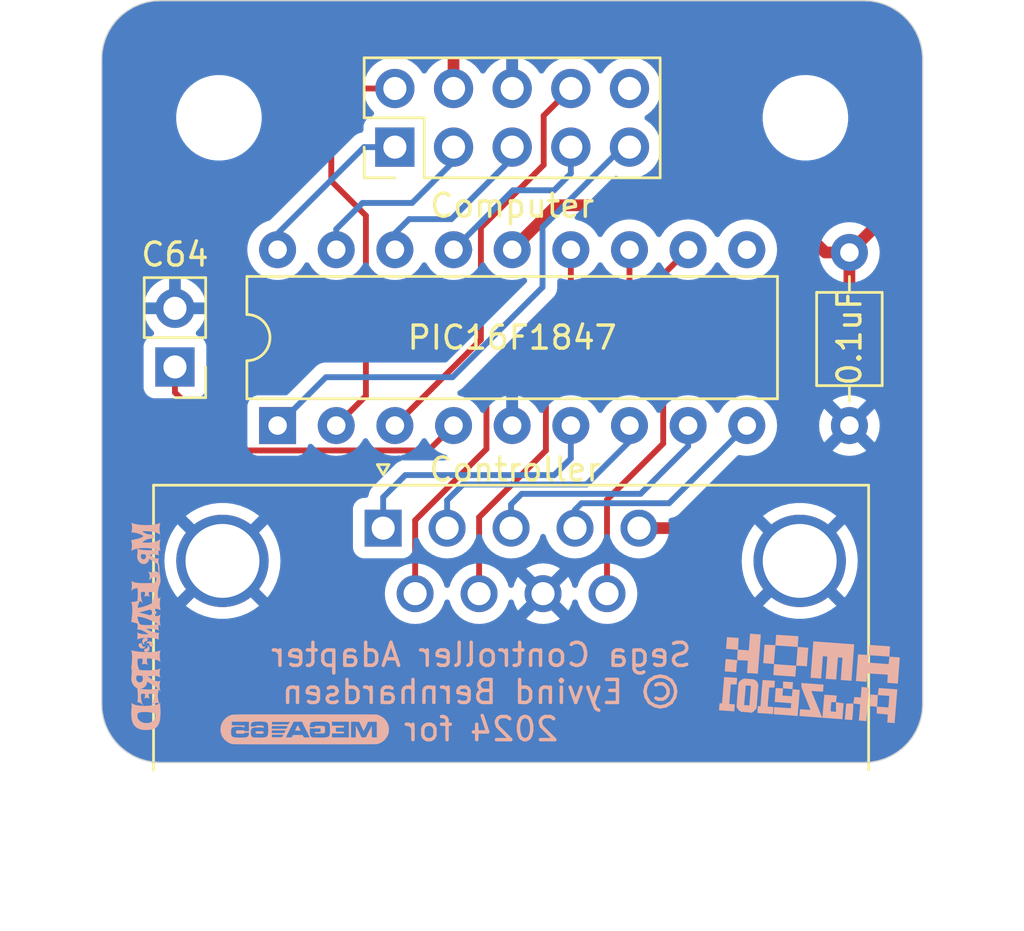
<source format=kicad_pcb>
(kicad_pcb (version 20240108) (generator "pcbnew") (generator_version "8.0")
  (layers (0 "F.Cu" signal) (31 "B.Cu" signal) (36 "B.SilkS" user "B.Silkscreen") (37 "F.SilkS" user "F.Silkscreen") (38 "B.Mask" user) (39 "F.Mask" user) (44 "Edge.Cuts" user))
  (net 0 "")
  (net 1 "Net-(U1-RB5)")
  (net 2 "Net-(U1-RB7{slash}T1OSI{slash}PGD)")
  (net 3 "Net-(U1-RB6{slash}T1OSC0{slash}T1CKI{slash}PGC)")
  (net 4 "Net-(U1-RB1{slash}RX{slash}DT)")
  (net 5 "Net-(U1-RB3{slash}CCP1)")
  (net 6 "Net-(U1-RB2{slash}TX{slash}CK)")
  (net 7 "Net-(U1-RB0{slash}INT)")
  (net 8 "Net-(J2-Pin_7)")
  (net 9 "Net-(J2-Pin_5)")
  (net 11 "Net-(J2-Pin_3)")
  (net 12 "Net-(J2-Pin_9)")
  (net 13 "Net-(J2-Pin_2)")
  (net 14 "GND")
  (net 15 "+5V")
  (net 16 "Net-(J2-Pin_1)")
  (net 17 "Net-(J2-Pin_8)")
  (net 18 "Net-(U1-~{MCLR}{slash}Vpp{slash}RA5)")
  (footprint "Connector_Dsub:DSUB-9_Male_Horizontal_P2.77x2.84mm_EdgePinOffset7.70mm_Housed_MountingHolesOffset9.12mm" (layer "F.Cu") (at 141.097 135.89)
    (property "Reference" "J1")
    (property "Value" "Controller")
  )
  (footprint "Package_DIP:DIP-18_W7.62mm" (layer "F.Cu") (at 136.525 131.445 90)
    (property "Reference" "U1")
    (property "Value" "PIC16F1847")
  )
  (footprint "Capacitor_THT:C_Axial_L3.8mm_D2.6mm_P7.50mm_Horizontal" (layer "F.Cu") (at 161.29 131.445 90)
    (property "Reference" "C1")
    (property "Value" "0.1uF")
  )
  (footprint "Connector_PinHeader_2.54mm:PinHeader_1x02_P2.54mm_Vertical" (layer "F.Cu") (at 132.08 128.905 180)
    (property "Reference" "JP1")
    (property "Value" "C64")
  )
  (footprint "Connector_PinHeader_2.54mm:PinHeader_2x05_P2.54mm_Vertical" (layer "F.Cu") (at 141.605 119.38 90)
    (property "Reference" "J2")
    (property "Value" "Computer")
  )
  (footprint "MountingHole:MountingHole_3.2mm_M3" (layer "F.Cu") (at 133.985 118.11)
    (property "Reference" "REF**")
    (property "Value" "MountingHole_3.2mm_M3")
  )
  (footprint "MountingHole:MountingHole_3.2mm_M3" (layer "F.Cu") (at 159.385 118.11)
    (property "Reference" "REF**")
    (property "Value" "MountingHole_3.2mm_M3")
  )
  (footprint "LOGO" (layer "B.Cu") (at 137.7 144.61 180)
    (property "Reference" "G***" (hide yes))
    (property "Value" "LOGO" (hide yes))
  )
  (gr_poly (pts (xy 162.129614 141.388206) (xy 162.131439 141.388327) (xy 162.131439 141.388089) (xy 162.131439 141.386422) (xy 162.129772 141.386422)) (stroke (width -0.000001)) (fill solid) (layer "B.SilkS"))
  (gr_poly (pts (xy 159.606124 142.375831) (xy 160.064991 142.407978) (xy 160.14 141.44) (xy 160.235309 141.448096) (xy 160.334548 141.456192) (xy 160.261205 142.420598) (xy 160.7165 142.452745) (xy 160.793415 141.491911) (xy 160.890302 141.497477) (xy 160.939114 141.500651) (xy 160.989868 141.504293) (xy 160.952572 141.985782) (xy 160.916525 142.4687) (xy 160.914859 142.472272) (xy 160.915335 142.472272) (xy 161.377773 142.506085) (xy 161.500884 140.92565) (xy 159.729234 140.797062)) (stroke (width -0.000001)) (fill solid) (layer "B.SilkS"))
  (gr_poly (pts (xy 161.57256 142.517039) (xy 161.803779 142.533321) (xy 162.034998 142.550853) (xy 162.052024 142.370205) (xy 162.060716 142.278308) (xy 162.06905 142.18295) (xy 162.508748 142.212596) (xy 162.951303 142.243672) (xy 162.929872 142.595382) (xy 163.387072 142.627529) (xy 163.474464 141.490006) (xy 163.024394 141.459638) (xy 163.004762 141.615528) (xy 162.994806 141.696844) (xy 162.985117 141.780995) (xy 162.097625 141.716701) (xy 162.115038 141.546204) (xy 162.122773 141.465621) (xy 162.129614 141.388206) (xy 161.902631 141.373206) (xy 161.661857 141.358085)) (stroke (width -0.000001)) (fill solid) (layer "B.SilkS"))
  (gr_poly (pts (xy 156.732904 142.410171) (xy 156.723497 142.411485) (xy 156.713751 142.413531) (xy 156.703712 142.416276) (xy 156.693423 142.419685) (xy 156.672271 142.428356) (xy 156.65065 142.439266) (xy 156.628911 142.452138) (xy 156.607407 142.466695) (xy 156.586491 142.48266) (xy 156.566515 142.499754) (xy 156.547832 142.517702) (xy 156.530795 142.536225) (xy 156.515756 142.555046) (xy 156.503069 142.573888) (xy 156.497717 142.58323) (xy 156.493085 142.592474) (xy 156.489217 142.601584) (xy 156.486157 142.610526) (xy 156.48395 142.619265) (xy 156.482638 142.627767) (xy 156.441085 143.111756) (xy 156.40239 143.595745) (xy 156.402169 143.605099) (xy 156.40282 143.614743) (xy 156.404304 143.624638) (xy 156.406585 143.634748) (xy 156.409624 143.645034) (xy 156.413383 143.65546) (xy 156.417824 143.665988) (xy 156.42291 143.676581) (xy 156.434864 143.69781) (xy 156.448941 143.718849) (xy 156.464838 143.739398) (xy 156.482252 143.759158) (xy 156.50088 143.77783) (xy 156.520418 143.795114) (xy 156.540564 143.810711) (xy 156.561015 143.824323) (xy 156.57126 143.83029) (xy 156.581467 143.835648) (xy 156.591599 143.840361) (xy 156.601618 143.844389) (xy 156.611485 143.847697) (xy 156.621163 143.850246) (xy 156.630614 143.852) (xy 156.639801 143.85292) (xy 156.71113 143.857307) (xy 156.784849 143.862296) (xy 156.948649 143.874351) (xy 156.950554 143.874351) (xy 156.950554 143.874352) (xy 156.96293 143.879512) (xy 156.974977 143.883636) (xy 156.986708 143.886763) (xy 156.998134 143.888933) (xy 157.009271 143.890187) (xy 157.020131 143.890565) (xy 157.030728 143.890106) (xy 157.041075 143.888851) (xy 157.051184 143.88684) (xy 157.06107 143.884114) (xy 157.070746 143.880712) (xy 157.080225 143.876675) (xy 157.089521 143.872042) (xy 157.098645 143.866854) (xy 157.107613 143.861152) (xy 157.116437 143.854974) (xy 157.133708 143.841355) (xy 157.150562 143.82632) (xy 157.167108 143.810188) (xy 157.183451 143.793281) (xy 157.215955 143.758429) (xy 157.232328 143.741125) (xy 157.248925 143.724333) (xy 157.25039 143.72279) (xy 157.251795 143.721157) (xy 157.254429 143.717636) (xy 157.256838 143.713803) (xy 157.25903 143.709692) (xy 157.261016 143.705336) (xy 157.262804 143.700771) (xy 157.264406 143.696029) (xy 157.265831 143.691144) (xy 157.267089 143.68615) (xy 157.268188 143.681082) (xy 157.26914 143.675972) (xy 157.269954 143.670855) (xy 157.270639 143.665764) (xy 157.271206 143.660734) (xy 157.272023 143.65099) (xy 157.345741 142.726111) (xy 157.023639 142.726111) (xy 156.955792 143.574076) (xy 156.730764 143.558121) (xy 156.802202 142.706348) (xy 157.023639 142.726111) (xy 157.345741 142.726111) (xy 157.347032 142.70992) (xy 157.347465 142.699111) (xy 157.347132 142.688135) (xy 157.346059 142.677024) (xy 157.344273 142.66581) (xy 157.341802 142.654525) (xy 157.338672 142.6432) (xy 157.334911 142.631866) (xy 157.330545 142.620556) (xy 157.325602 142.609301) (xy 157.320109 142.598133) (xy 157.30758 142.576184) (xy 157.293176 142.554962) (xy 157.277112 142.53472) (xy 157.259605 142.515711) (xy 157.240873 142.498189) (xy 157.221131 142.482407) (xy 157.210949 142.475247) (xy 157.200596 142.468617) (xy 157.190099 142.46255) (xy 157.179485 142.457075) (xy 157.168781 142.452225) (xy 157.158014 142.448032) (xy 157.147211 142.444527) (xy 157.1364 142.441742) (xy 157.125607 142.439708) (xy 157.11486 142.438458) (xy 157.023777 142.430745) (xy 156.932694 142.423545) (xy 156.750529 142.409883) (xy 156.74193 142.409626)) (stroke (width -0.000001)) (fill solid) (layer "B.SilkS"))
  (gr_poly (pts (xy 130.446003 138.412668) (xy 130.448723 138.428345) (xy 130.451344 138.445212) (xy 130.452602 138.454092) (xy 130.453816 138.46327) (xy 130.456107 138.482138) (xy 130.458248 138.501502) (xy 130.46029 138.521461) (xy 130.462283 138.542116) (xy 130.465392 138.584978) (xy 130.466822 138.607005) (xy 130.468104 138.629428) (xy 130.469104 138.65205) (xy 130.469757 138.674672) (xy 130.470113 138.697294) (xy 130.47022 138.719916) (xy 130.470154 138.764829) (xy 130.469997 138.787111) (xy 130.469691 138.809345) (xy 130.469596 138.820207) (xy 130.469328 138.830958) (xy 130.46891 138.841585) (xy 130.468368 138.852075) (xy 130.467012 138.872597) (xy 130.465458 138.892424) (xy 130.464616 138.902047) (xy 130.46368 138.911466) (xy 130.462658 138.920673) (xy 130.461555 138.929664) (xy 130.459133 138.946969) (xy 130.456462 138.963332) (xy 130.455048 138.971144) (xy 130.453585 138.978694) (xy 130.452072 138.985973) (xy 130.450509 138.992965) (xy 130.448897 138.999661) (xy 130.447235 139.006046) (xy 130.445523 139.012108) (xy 130.443762 139.017836) (xy 130.447743 139.017396) (xy 130.451748 139.017067) (xy 130.455777 139.01685) (xy 130.459827 139.016745) (xy 130.4639 139.016751) (xy 130.467993 139.016869) (xy 130.472107 139.017098) (xy 130.47624 139.017439) (xy 130.480391 139.017892) (xy 130.484561 139.018456) (xy 130.488747 139.019132) (xy 130.49295 139.01992) (xy 130.497168 139.020819) (xy 130.501401 139.02183) (xy 130.505648 139.022952) (xy 130.509908 139.024186) (xy 130.51844 139.026915) (xy 130.526965 139.029941) (xy 130.535479 139.033265) (xy 130.543973 139.036886) (xy 130.552443 139.040805) (xy 130.560882 139.045022) (xy 130.569283 139.049536) (xy 130.577641 139.054349) (xy 130.585951 139.059412) (xy 130.594211 139.064692) (xy 130.602421 139.070208) (xy 130.610582 139.075978) (xy 130.618693 139.082021) (xy 130.626755 139.088356) (xy 130.634766 139.095001) (xy 130.642729 139.101974) (xy 130.650568 139.108993) (xy 130.658215 139.116154) (xy 130.665676 139.123452) (xy 130.672957 139.13088) (xy 130.680065 139.138431) (xy 130.687005 139.146101) (xy 130.693784 139.153883) (xy 130.700408 139.161769) (xy 130.693214 139.146962) (xy 130.686311 139.131913) (xy 130.679693 139.116628) (xy 130.673354 139.101114) (xy 130.667288 139.085376) (xy 130.661489 139.069422) (xy 130.655951 139.053256) (xy 130.650666 139.036886) (xy 130.64583 139.020394) (xy 130.641249 139.003871) (xy 130.636928 138.987336) (xy 130.632873 138.970806) (xy 130.629091 138.954302) (xy 130.625589 138.937841) (xy 130.622371 138.921442) (xy 130.619445 138.905124) (xy 130.616816 138.888752) (xy 130.614485 138.87258) (xy 130.612451 138.856605) (xy 130.610714 138.84083) (xy 130.609276 138.825252) (xy 130.608135 138.809874) (xy 130.607291 138.794693) (xy 130.606745 138.779711) (xy 130.606496 138.764826) (xy 130.606539 138.750326) (xy 130.606866 138.736198) (xy 130.607473 138.722429) (xy 130.608353 138.709007) (xy 130.609499 138.695921) (xy 130.610905 138.683157) (xy 130.612566 138.670703) (xy 130.627449 138.666618) (xy 130.641141 138.66303) (xy 130.664954 138.656944) (xy 130.670285 138.655629) (xy 130.675554 138.654456) (xy 130.680748 138.653419) (xy 130.685856 138.652513) (xy 130.690864 138.65173) (xy 130.695761 138.651066) (xy 130.700534 138.650513) (xy 130.70517 138.650065) (xy 130.709909 138.649766) (xy 130.714604 138.64966) (xy 130.719263 138.64974) (xy 130.72389 138.649999) (xy 130.728492 138.650432) (xy 130.733076 138.651033) (xy 130.737647 138.651794) (xy 130.742212 138.652711) (xy 130.746827 138.653801) (xy 130.751547 138.655084) (xy 130.756379 138.656553) (xy 130.761328 138.658201) (xy 130.766402 138.660023) (xy 130.771606 138.662013) (xy 130.776946 138.664163) (xy 130.782429 138.666469) (xy 130.783124 138.674381) (xy 130.783628 138.682237) (xy 130.783945 138.690031) (xy 130.784082 138.697756) (xy 130.784046 138.705407) (xy 130.783843 138.712978) (xy 130.783478 138.720462) (xy 130.782958 138.727853) (xy 130.782312 138.735145) (xy 130.781561 138.742339) (xy 130.780698 138.749433) (xy 130.779717 138.756428) (xy 130.778612 138.763323) (xy 130.777377 138.77012) (xy 130.776005 138.776817) (xy 130.774491 138.783415) (xy 130.772829 138.789913) (xy 130.771019 138.796305) (xy 130.769059 138.802586) (xy 130.766951 138.808749) (xy 130.764693 138.814788) (xy 130.762287 138.820696) (xy 130.759733 138.826469) (xy 130.757029 138.832098) (xy 130.754202 138.837579) (xy 130.751282 138.842905) (xy 130.748276 138.848069) (xy 130.745189 138.853066) (xy 130.742027 138.85789) (xy 130.738797 138.862534) (xy 130.735506 138.866991) (xy 130.732158 138.871257) (xy 130.740418 138.866466) (xy 130.748529 138.862005) (xy 130.756491 138.857853) (xy 130.764305 138.853993) (xy 130.771969 138.850405) (xy 130.779485 138.847072) (xy 130.786852 138.843975) (xy 130.79407 138.841094) (xy 130.801237 138.838664) (xy 130.808441 138.836538) (xy 130.815669 138.834722) (xy 130.819289 138.833933) (xy 130.82291 138.833223) (xy 130.826531 138.832594) (xy 130.830151 138.832046) (xy 130.833767 138.83158) (xy 130.837379 138.831197) (xy 130.840985 138.830898) (xy 130.844583 138.830683) (xy 130.848172 138.830554) (xy 130.85175 138.830511) (xy 130.858992 138.830659) (xy 130.866426 138.831098) (xy 130.874046 138.831822) (xy 130.881846 138.832826) (xy 130.88982 138.834102) (xy 130.897961 138.835645) (xy 130.906263 138.837449) (xy 130.91472 138.839506) (xy 130.92323 138.841863) (xy 130.932092 138.844567) (xy 130.941314 138.847618) (xy 130.950902 138.851016) (xy 130.960862 138.854761) (xy 130.971201 138.858854) (xy 130.981924 138.863294) (xy 130.993037 138.868081) (xy 130.988944 138.861682) (xy 130.985 138.855183) (xy 130.981205 138.848585) (xy 130.977559 138.841888) (xy 130.974062 138.835091) (xy 130.970713 138.828196) (xy 130.967513 138.821201) (xy 130.964462 138.814107) (xy 130.961585 138.806964) (xy 130.958906 138.799827) (xy 130.956425 138.792703) (xy 130.954143 138.785598) (xy 130.95206 138.778517) (xy 130.950175 138.771467) (xy 130.948488 138.764455) (xy 130.947 138.757486) (xy 130.94571 138.750565) (xy 130.944618 138.743694) (xy 130.943725 138.736873) (xy 130.943031 138.730101) (xy 130.942535 138.723379) (xy 130.942237 138.716707) (xy 130.942138 138.710084) (xy 130.942237 138.703511) (xy 130.942286 138.700261) (xy 130.942431 138.69706) (xy 130.94267 138.693908) (xy 130.942998 138.690802) (xy 130.943413 138.687744) (xy 130.943911 138.68473) (xy 130.944491 138.681762) (xy 130.945148 138.678838) (xy 130.945879 138.675958) (xy 130.946681 138.67312) (xy 130.947552 138.670324) (xy 130.948488 138.667569) (xy 130.949486 138.664854) (xy 130.950543 138.662179) (xy 130.95282 138.656944) (xy 130.958527 138.656596) (xy 130.964537 138.65634) (xy 130.970857 138.656172) (xy 130.977493 138.656084) (xy 130.984452 138.656071) (xy 130.991739 138.656125) (xy 131.007325 138.656415) (xy 131.015287 138.656487) (xy 131.023299 138.656696) (xy 131.03136 138.657029) (xy 131.039471 138.657473) (xy 131.055843 138.658647) (xy 131.072412 138.660119) (xy 131.104493 138.66336) (xy 131.120112 138.665105) (xy 131.135383 138.666998) (xy 131.142775 138.66804) (xy 131.149869 138.669181) (xy 131.156665 138.670421) (xy 131.163164 138.671761) (xy 131.169365 138.673199) (xy 131.175269 138.674737) (xy 131.180875 138.676374) (xy 131.186183 138.678111) (xy 131.186075 138.691108) (xy 131.18572 138.704701) (xy 131.185434 138.711721) (xy 131.185067 138.71889) (xy 131.184613 138.726207) (xy 131.184066 138.733673) (xy 131.182768 138.749251) (xy 131.181222 138.765026) (xy 131.179378 138.781001) (xy 131.178329 138.789062) (xy 131.177187 138.797173) (xy 131.174607 138.813644) (xy 131.171631 138.830511) (xy 131.168257 138.847775) (xy 131.164487 138.865436) (xy 131.160502 138.883204) (xy 131.156417 138.900824) (xy 131.152134 138.918344) (xy 131.147554 138.935815) (xy 131.143006 138.953278) (xy 131.138161 138.97074) (xy 131.133117 138.988203) (xy 131.127975 139.005665) (xy 131.122724 139.022921) (xy 131.117325 139.03973) (xy 131.111827 139.056043) (xy 131.106279 139.071811) (xy 131.103476 139.079675) (xy 131.100623 139.087396) (xy 131.097721 139.094982) (xy 131.094769 139.102436) (xy 131.091768 139.109767) (xy 131.088717 139.11698) (xy 131.085616 139.124082) (xy 131.082466 139.131078) (xy 131.076124 139.144662) (xy 131.069832 139.157602) (xy 131.063639 139.169847) (xy 131.057595 139.181348) (xy 131.071214 139.169365) (xy 131.08469 139.158015) (xy 131.09803 139.147285) (xy 131.11124 139.137163) (xy 131.124325 139.127636) (xy 131.137293 139.118692) (xy 131.150149 139.110318) (xy 131.1629 139.102503) (xy 131.175499 139.095234) (xy 131.187894 139.088505) (xy 131.200079 139.082309) (xy 131.212046 139.07664) (xy 131.22379 139.071492) (xy 131.235304 139.066858) (xy 131.246583 139.062734) (xy 131.25762 139.059111) (xy 131.263046 139.057499) (xy 131.26841 139.056033) (xy 131.273712 139.054714) (xy 131.278952 139.053538) (xy 131.28413 139.052506) (xy 131.289246 139.051614) (xy 131.2943 139.050862) (xy 131.299292 139.050247) (xy 131.304222 139.04977) (xy 131.30909 139.049427) (xy 131.313896 139.049217) (xy 131.31864 139.04914) (xy 131.323322 139.049192) (xy 131.327942 139.049373) (xy 131.3325 139.049681) (xy 131.336995 139.050115) (xy 131.341405 139.050673) (xy 131.345703 139.051356) (xy 131.349891 139.052162) (xy 131.35397 139.053092) (xy 131.357941 139.054146) (xy 131.361803 139.055324) (xy 131.365559 139.056626) (xy 131.369208 139.058053) (xy 131.372753 139.059603) (xy 131.376192 139.061277) (xy 131.379528 139.063076) (xy 131.38276 139.064998) (xy 131.38589 139.067044) (xy 131.388919 139.069215) (xy 131.391847 139.071509) (xy 131.394675 139.073927) (xy 131.380453 139.019159) (xy 131.374062 138.99356) (xy 131.368216 138.969153) (xy 131.362949 138.945828) (xy 131.358228 138.923446) (xy 131.354003 138.901957) (xy 131.350225 138.881311) (xy 131.348511 138.871265) (xy 131.346934 138.861368) (xy 131.344139 138.84202) (xy 131.341741 138.823268) (xy 131.339641 138.805111) (xy 131.338898 138.796206) (xy 131.33826 138.787351) (xy 131.337734 138.778545) (xy 131.337326 138.769789) (xy 131.337042 138.761083) (xy 131.336888 138.752426) (xy 131.33687 138.743819) (xy 131.336995 138.735261) (xy 131.337092 138.726703) (xy 131.337368 138.718096) (xy 131.337805 138.709439) (xy 131.338385 138.700733) (xy 131.339088 138.691977) (xy 131.339898 138.683171) (xy 131.341758 138.665411) (xy 131.342822 138.656407) (xy 131.344023 138.647254) (xy 131.346785 138.628502) (xy 131.349943 138.609154) (xy 131.3534 138.589211) (xy 131.3618 138.547076) (xy 131.366422 138.524694) (xy 131.371391 138.501369) (xy 131.394675 138.396595) (xy 131.393447 138.39768) (xy 131.392146 138.398755) (xy 131.390771 138.39982) (xy 131.389325 138.400878) (xy 131.387807 138.401929) (xy 131.386219 138.402976) (xy 131.384561 138.404019) (xy 131.382835 138.405061) (xy 131.381039 138.406103) (xy 131.379177 138.407147) (xy 131.375253 138.409245) (xy 131.371068 138.411368) (xy 131.366629 138.413528) (xy 131.361966 138.415662) (xy 131.357112 138.417703) (xy 131.352071 138.419658) (xy 131.346851 138.421531) (xy 131.341457 138.423331) (xy 131.335896 138.425062) (xy 131.330173 138.426731) (xy 131.324295 138.428344) (xy 131.31807 138.429908) (xy 131.311695 138.431429) (xy 131.298499 138.434364) (xy 131.284707 138.4372) (xy 131.27032 138.439986) (xy 131.255338 138.442665) (xy 131.239761 138.445146) (xy 131.223588 138.447428) (xy 131.20682 138.449511) (xy 131.189565 138.451479) (xy 131.171962 138.453348) (xy 131.154061 138.455018) (xy 131.135912 138.45639) (xy 131.117251 138.457879) (xy 131.09854 138.459169) (xy 131.079729 138.46026) (xy 131.06077 138.461153) (xy 131.04153 138.462162) (xy 131.021943 138.462873) (xy 131.002058 138.463385) (xy 130.981925 138.463799) (xy 130.900962 138.463799) (xy 130.88073 138.463617) (xy 130.860547 138.463137) (xy 130.820529 138.461682) (xy 130.781172 138.460028) (xy 130.761667 138.459077) (xy 130.742212 138.457978) (xy 130.723361 138.456688) (xy 130.704906 138.4552) (xy 130.686848 138.453513) (xy 130.669187 138.451628) (xy 130.651931 138.449561) (xy 130.635122 138.447395) (xy 130.603041 138.443161) (xy 130.587555 138.441086) (xy 130.572813 138.438862) (xy 130.558765 138.436538) (xy 130.545362 138.434166) (xy 130.538888 138.43295) (xy 130.532563 138.431685) (xy 130.526387 138.43037) (xy 130.520359 138.429006) (xy 130.51448 138.427592) (xy 130.50875 138.426129) (xy 130.503169 138.424616) (xy 130.497737 138.423053) (xy 130.492677 138.421465) (xy 130.487815 138.41987) (xy 130.483152 138.418263) (xy 130.478687 138.416637) (xy 130.474421 138.414986) (xy 130.470353 138.413305) (xy 130.466483 138.411586) (xy 130.462812 138.409824) (xy 130.461063 138.408931) (xy 130.459388 138.408039) (xy 130.457786 138.407148) (xy 130.456255 138.40626) (xy 130.454796 138.405375) (xy 130.453408 138.404494) (xy 130.452089 138.403617) (xy 130.45084 138.402746) (xy 130.449658 138.401881) (xy 130.448544 138.401023) (xy 130.447497 138.400173) (xy 130.446515 138.399332) (xy 130.445599 138.398499) (xy 130.444747 138.397677) (xy 130.443959 138.396865) (xy 130.443233 138.396066) (xy 130.443233 138.398182)) (stroke (width -0.000001)) (fill solid) (layer "B.SilkS"))
  (gr_poly (pts (xy 130.190984 138.617406) (xy 130.193854 138.612893) (xy 130.196785 138.60848) (xy 130.199775 138.604169) (xy 130.202824 138.59996) (xy 130.205932 138.595854) (xy 130.209097 138.591852) (xy 130.212318 138.587955) (xy 130.215595 138.584163) (xy 130.218927 138.580477) (xy 130.222314 138.576898) (xy 130.225754 138.573427) (xy 130.229246 138.570065) (xy 130.232791 138.566812) (xy 130.236387 138.563669) (xy 130.240033 138.560636) (xy 130.243747 138.557691) (xy 130.247547 138.554808) (xy 130.25143 138.551989) (xy 130.255395 138.549235) (xy 130.259441 138.546545) (xy 130.263566 138.543921) (xy 130.267769 138.541364) (xy 130.272048 138.538875) (xy 130.276401 138.536453) (xy 130.280826 138.534101) (xy 130.285324 138.531818) (xy 130.28989 138.529606) (xy 130.294526 138.527465) (xy 130.299227 138.525396) (xy 130.303994 138.5234) (xy 130.308825 138.521478) (xy 130.318697 138.517856) (xy 130.328867 138.514525) (xy 130.339334 138.511479) (xy 130.3501 138.508712) (xy 130.361163 138.506218) (xy 130.372523 138.503991) (xy 130.384181 138.502024) (xy 130.396137 138.500311) (xy 130.408392 138.498799) (xy 130.42095 138.497442) (xy 130.433819 138.496246) (xy 130.447003 138.495218) (xy 130.46051 138.494363) (xy 130.474346 138.493689) (xy 130.488517 138.4932) (xy 130.503029 138.492903) (xy 130.533001 138.492713) (xy 130.564214 138.492969) (xy 130.596716 138.493722) (xy 130.630558 138.49502) (xy 130.702458 138.498327) (xy 130.740616 138.500229) (xy 130.780312 138.502428) (xy 130.95335 138.512482) (xy 131.000272 138.515161) (xy 131.04893 138.517642) (xy 131.099276 138.519924) (xy 131.151258 138.522007) (xy 131.165033 138.519328) (xy 131.17851 138.516848) (xy 131.19159 138.514566) (xy 131.204175 138.512482) (xy 131.216775 138.51039) (xy 131.223001 138.509254) (xy 131.229178 138.50805) (xy 131.235304 138.506772) (xy 131.241382 138.505413) (xy 131.247409 138.503967) (xy 131.253387 138.502428) (xy 131.259338 138.500767) (xy 131.265277 138.498964) (xy 131.271191 138.497024) (xy 131.277067 138.494954) (xy 131.282894 138.492759) (xy 131.288659 138.490447) (xy 131.29435 138.488024) (xy 131.299954 138.485495) (xy 131.305461 138.482842) (xy 131.310876 138.480046) (xy 131.316204 138.477114) (xy 131.321451 138.474051) (xy 131.326624 138.470865) (xy 131.331729 138.467561) (xy 131.336771 138.464145) (xy 131.341758 138.460624) (xy 131.344226 138.458708) (xy 131.34667 138.45673) (xy 131.349091 138.454689) (xy 131.35149 138.452587) (xy 131.353866 138.450423) (xy 131.356222 138.448197) (xy 131.358558 138.445908) (xy 131.360874 138.443558) (xy 131.363172 138.441146) (xy 131.365452 138.438672) (xy 131.367714 138.436135) (xy 131.369961 138.433537) (xy 131.372192 138.430877) (xy 131.374408 138.428154) (xy 131.3788 138.422524) (xy 131.383139 138.41662) (xy 131.387423 138.410419) (xy 131.391645 138.40392) (xy 131.395799 138.397124) (xy 131.399878 138.39003) (xy 131.403877 138.382638) (xy 131.407789 138.374948) (xy 131.411608 138.366961) (xy 131.415305 138.358675) (xy 131.418859 138.350086) (xy 131.422277 138.341186) (xy 131.425565 138.33197) (xy 131.428728 138.322432) (xy 131.431774 138.312565) (xy 131.434708 138.302363) (xy 131.437537 138.29182) (xy 131.440265 138.28088) (xy 131.442887 138.269487) (xy 131.445397 138.257636) (xy 131.44779 138.245319) (xy 131.450058 138.232531) (xy 131.452197 138.219266) (xy 131.454199 138.205517) (xy 131.456058 138.191278) (xy 131.455851 138.159636) (xy 131.455198 138.129829) (xy 131.454049 138.101907) (xy 131.453273 138.088668) (xy 131.452354 138.07592) (xy 131.45027 138.051619) (xy 131.447988 138.028758) (xy 131.445508 138.007384) (xy 131.442829 137.987549) (xy 131.441414 137.978174) (xy 131.439943 137.969103) (xy 131.438411 137.960341) (xy 131.43681 137.951896) (xy 131.435134 137.943774) (xy 131.433378 137.93598) (xy 131.431536 137.928521) (xy 131.4296 137.921403) (xy 131.427742 137.914559) (xy 131.425755 137.907926) (xy 131.423656 137.901516) (xy 131.421464 137.895342) (xy 131.419197 137.889415) (xy 131.416875 137.88375) (xy 131.414515 137.878357) (xy 131.412137 137.873249) (xy 131.409556 137.868214) (xy 131.40697 137.863426) (xy 131.40437 137.858887) (xy 131.401752 137.854596) (xy 131.39911 137.850553) (xy 131.396436 137.846758) (xy 131.393725 137.84321) (xy 131.390971 137.839911) (xy 131.388169 137.836762) (xy 131.385323 137.833669) (xy 131.382441 137.830638) (xy 131.379527 137.827674) (xy 131.376589 137.824786) (xy 131.373632 137.821978) (xy 131.370663 137.819256) (xy 131.367687 137.816628) (xy 131.366193 137.815357) (xy 131.364687 137.814121) (xy 131.361643 137.81175) (xy 131.358562 137.809503) (xy 131.35545 137.807368) (xy 131.352313 137.805332) (xy 131.349158 137.803382) (xy 131.34599 137.801508) (xy 131.342816 137.799695) (xy 131.336384 137.796429) (xy 131.329852 137.793014) (xy 131.32332 137.7895) (xy 131.316887 137.785937) (xy 131.309622 137.782864) (xy 131.302517 137.780008) (xy 131.295586 137.777388) (xy 131.288841 137.775023) (xy 131.282295 137.77293) (xy 131.27596 137.771128) (xy 131.269847 137.769637) (xy 131.263971 137.768474) (xy 131.258266 137.767406) (xy 131.25266 137.766581) (xy 131.247153 137.76599) (xy 131.241746 137.76563) (xy 131.236437 137.765492) (xy 131.231228 137.765572) (xy 131.226119 137.765862) (xy 131.221108 137.766357) (xy 131.216196 137.767179) (xy 131.211376 137.768069) (xy 131.206644 137.769045) (xy 131.201992 137.770128) (xy 131.197414 137.771334) (xy 131.192905 137.772683) (xy 131.188458 137.774192) (xy 131.184066 137.775882) (xy 131.166207 137.782298) (xy 131.15698 137.785631) (xy 131.147554 137.789111) (xy 131.138145 137.792278) (xy 131.128239 137.795395) (xy 131.123132 137.79692) (xy 131.117937 137.798413) (xy 131.112668 137.799869) (xy 131.107337 137.801282) (xy 131.101904 137.802572) (xy 131.096316 137.803663) (xy 131.090566 137.804556) (xy 131.084649 137.805251) (xy 131.078559 137.805747) (xy 131.072288 137.806045) (xy 131.065832 137.806144) (xy 131.059183 137.806045) (xy 131.052313 137.8057) (xy 131.045201 137.805069) (xy 131.037854 137.804166) (xy 131.030277 137.803002) (xy 131.022477 137.80159) (xy 131.01446 137.799943) (xy 131.006232 137.798072) (xy 130.9978 137.795991) (xy 130.989094 137.793459) (xy 130.980048 137.790616) (xy 130.970666 137.787452) (xy 130.960956 137.783952) (xy 130.950924 137.780105) (xy 130.940575 137.775899) (xy 130.929917 137.77132) (xy 130.918954 137.766357) (xy 130.927041 137.781041) (xy 130.934639 137.795321) (xy 130.941753 137.809192) (xy 130.948389 137.822647) (xy 130.954554 137.835681) (xy 130.960254 137.848287) (xy 130.965495 137.860459) (xy 130.970283 137.872191) (xy 130.974423 137.88385) (xy 130.978105 137.895416) (xy 130.981315 137.906895) (xy 130.984041 137.918294) (xy 130.986272 137.929619) (xy 130.987197 137.935255) (xy 130.987994 137.940875) (xy 130.98866 137.946479) (xy 130.989195 137.952069) (xy 130.989596 137.957645) (xy 130.989862 137.963207) (xy 130.990036 137.974367) (xy 130.989763 137.985614) (xy 130.989044 137.996936) (xy 130.987878 138.008319) (xy 130.986266 138.019752) (xy 130.984207 138.031222) (xy 130.981702 138.042717) (xy 130.97875 138.054224) (xy 130.975328 138.066083) (xy 130.971416 138.078252) (xy 130.96702 138.090743) (xy 130.962147 138.103569) (xy 130.956803 138.116742) (xy 130.950993 138.130275) (xy 130.944725 138.14418) (xy 130.938004 138.15847) (xy 130.958245 138.140412) (xy 130.977691 138.123545) (xy 130.996345 138.107868) (xy 131.005373 138.100477) (xy 131.014204 138.093382) (xy 131.023037 138.086587) (xy 131.031683 138.080095) (xy 131.040156 138.073914) (xy 131.048468 138.068049) (xy 131.05663 138.062506) (xy 131.064657 138.057292) (xy 131.072559 138.052412) (xy 131.08035 138.047874) (xy 131.08799 138.043609) (xy 131.095431 138.039548) (xy 131.102674 138.035698) (xy 131.109719 138.032065) (xy 131.116565 138.028656) (xy 131.123212 138.025475) (xy 131.129662 138.022531) (xy 131.135912 138.019828) (xy 131.142165 138.017372) (xy 131.148232 138.015157) (xy 131.154125 138.013178) (xy 131.159857 138.011428) (xy 131.16544 138.009901) (xy 131.170887 138.008592) (xy 131.17621 138.007493) (xy 131.181421 138.006599) (xy 131.183982 138.006233) (xy 131.186506 138.005928) (xy 131.188992 138.005684) (xy 131.191442 138.005499) (xy 131.193854 138.005374) (xy 131.196229 138.005306) (xy 131.198567 138.005296) (xy 131.200867 138.005342) (xy 131.203131 138.005445) (xy 131.205357 138.005602) (xy 131.207546 138.005813) (xy 131.209698 138.006078) (xy 131.211813 138.006396) (xy 131.21389 138.006766) (xy 131.21593 138.007186) (xy 131.217933 138.007658) (xy 131.221827 138.008701) (xy 131.225573 138.009857) (xy 131.22739 138.01048) (xy 131.22917 138.011136) (xy 131.230912 138.011826) (xy 131.232618 138.012552) (xy 131.234286 138.013315) (xy 131.235917 138.014117) (xy 131.23751 138.014959) (xy 131.239067 138.015843) (xy 131.240586 138.01677) (xy 131.242068 138.017743) (xy 131.243513 138.018762) (xy 131.244921 138.019828) (xy 131.246297 138.020932) (xy 131.247648 138.022062) (xy 131.248973 138.023218) (xy 131.25027 138.024401) (xy 131.25154 138.025612) (xy 131.252781 138.026851) (xy 131.253992 138.02812) (xy 131.255173 138.02942) (xy 131.256323 138.03075) (xy 131.257442 138.032112) (xy 131.258528 138.033507) (xy 131.25958 138.034935) (xy 131.260599 138.036397) (xy 131.261582 138.037894) (xy 131.26253 138.039426) (xy 131.263442 138.040995) (xy 131.265178 138.044219) (xy 131.266815 138.047535) (xy 131.268353 138.050939) (xy 131.269791 138.054423) (xy 131.271131 138.057981) (xy 131.272371 138.061608) (xy 131.273512 138.065296) (xy 131.274554 138.069041) (xy 131.275473 138.072836) (xy 131.276249 138.076681) (xy 131.276889 138.080575) (xy 131.277398 138.084519) (xy 131.277784 138.088513) (xy 131.278051 138.092556) (xy 131.278207 138.096648) (xy 131.278258 138.100791) (xy 131.278207 138.104982) (xy 131.278051 138.109216) (xy 131.277784 138.113488) (xy 131.277398 138.11779) (xy 131.276889 138.122118) (xy 131.276249 138.126464) (xy 131.275473 138.130822) (xy 131.274554 138.135187) (xy 131.273537 138.139551) (xy 131.27247 138.14391) (xy 131.271354 138.148256) (xy 131.270188 138.152583) (xy 131.268973 138.156886) (xy 131.267708 138.161157) (xy 131.266393 138.165392) (xy 131.265029 138.169583) (xy 131.263589 138.173749) (xy 131.262044 138.177909) (xy 131.260387 138.182056) (xy 131.258613 138.186185) (xy 131.256714 138.190289) (xy 131.254685 138.194362) (xy 131.25252 138.198398) (xy 131.250212 138.202391) (xy 131.247805 138.206287) (xy 131.245342 138.210047) (xy 131.242817 138.213683) (xy 131.240224 138.217208) (xy 131.237557 138.220633) (xy 131.234809 138.223971) (xy 131.231974 138.227235) (xy 131.229046 138.230437) (xy 131.226022 138.233386) (xy 131.222911 138.236274) (xy 131.219725 138.239087) (xy 131.216478 138.241814) (xy 131.213181 138.244441) (xy 131.209847 138.246957) (xy 131.206488 138.249348) (xy 131.203116 138.251603) (xy 131.201324 138.252769) (xy 131.199519 138.253887) (xy 131.197699 138.254956) (xy 131.195865 138.255977) (xy 131.194016 138.256953) (xy 131.19215 138.257882) (xy 131.190267 138.258767) (xy 131.188366 138.259607) (xy 131.186447 138.260404) (xy 131.184508 138.261158) (xy 131.182549 138.261871) (xy 131.180569 138.262542) (xy 131.178567 138.263173) (xy 131.176543 138.263765) (xy 131.174496 138.264318) (xy 131.172425 138.264833) (xy 131.170335 138.265304) (xy 131.168232 138.265727) (xy 131.166115 138.266101) (xy 131.163983 138.266428) (xy 131.161836 138.266709) (xy 131.159672 138.266944) (xy 131.155293 138.26728) (xy 131.15084 138.267442) (xy 131.146305 138.267437) (xy 131.141684 138.267271) (xy 131.136971 138.266949) (xy 131.060837 138.268471) (xy 130.9851 138.269595) (xy 130.910884 138.270455) (xy 130.83905 138.271712) (xy 130.769266 138.272439) (xy 130.701467 138.27277) (xy 130.668427 138.27258) (xy 130.635982 138.272042) (xy 130.604133 138.271207) (xy 130.572879 138.270124) (xy 130.542626 138.268413) (xy 130.513017 138.266354) (xy 130.484103 138.263799) (xy 130.469922 138.262289) (xy 130.455933 138.260599) (xy 130.442143 138.258937) (xy 130.428557 138.257127) (xy 130.415182 138.255167) (xy 130.402024 138.253059) (xy 130.38909 138.250801) (xy 130.376385 138.248395) (xy 130.363915 138.245841) (xy 130.351687 138.243137) (xy 130.339682 138.24026) (xy 130.327875 138.237192) (xy 130.316266 138.233937) (xy 130.304856 138.230503) (xy 130.293644 138.226895) (xy 130.282631 138.223119) (xy 130.271816 138.219183) (xy 130.2612 138.215091) (xy 130.250855 138.210801) (xy 130.240852 138.206269) (xy 130.231183 138.201501) (xy 130.221843 138.196504) (xy 130.212826 138.191284) (xy 130.204124 138.185846) (xy 130.195733 138.180198) (xy 130.189117 138.17541) (xy 130.191273 138.183903) (xy 130.19421 138.196305) (xy 130.196974 138.208906) (xy 130.199552 138.221705) (xy 130.201931 138.234703) (xy 130.204099 138.247899) (xy 130.206044 138.261293) (xy 130.207754 138.274886) (xy 130.209242 138.288628) (xy 130.210532 138.302469) (xy 130.211623 138.316409) (xy 130.212516 138.330449) (xy 130.213211 138.344588) (xy 130.213707 138.358826) (xy 130.214005 138.373163) (xy 130.214104 138.387599) (xy 130.214005 138.402086) (xy 130.213707 138.416579) (xy 130.213211 138.431085) (xy 130.212516 138.445609) (xy 130.211623 138.460158) (xy 130.210532 138.474738) (xy 130.209242 138.489355) (xy 130.207754 138.504016) (xy 130.206044 138.518701) (xy 130.204099 138.533393) (xy 130.201931 138.548097) (xy 130.199552 138.562819) (xy 130.196974 138.577567) (xy 130.19421 138.592345) (xy 130.188175 138.62202)) (stroke (width -0.000001)) (fill solid) (layer "B.SilkS"))
  (gr_poly (pts (xy 130.742237 141.186746) (xy 130.742311 141.188694) (xy 130.742435 141.190619) (xy 130.742609 141.192521) (xy 130.742832 141.194402) (xy 130.743105 141.196262) (xy 130.743428 141.198101) (xy 130.7438 141.199921) (xy 130.744221 141.201723) (xy 130.744693 141.203507) (xy 130.745214 141.205273) (xy 130.745784 141.207024) (xy 130.746404 141.208759) (xy 130.747074 141.210479) (xy 130.747793 141.212185) (xy 130.748562 141.213878) (xy 130.750398 141.217225) (xy 130.752332 141.220509) (xy 130.753337 141.222124) (xy 130.754366 141.223719) (xy 130.755421 141.225293) (xy 130.7565 141.226843) (xy 130.757603 141.228368) (xy 130.758732 141.229867) (xy 130.759885 141.231338) (xy 130.761064 141.232779) (xy 130.762267 141.23419) (xy 130.763495 141.235568) (xy 130.764747 141.236911) (xy 130.766025 141.23822) (xy 130.767333 141.23959) (xy 130.768678 141.240923) (xy 130.770058 141.242219) (xy 130.771473 141.243478) (xy 130.772923 141.2447) (xy 130.774406 141.245884) (xy 130.775921 141.247031) (xy 130.777468 141.248141) (xy 130.779046 141.249214) (xy 130.780654 141.25025) (xy 130.782292 141.251248) (xy 130.783958 141.25221) (xy 130.785653 141.253133) (xy 130.787374 141.25402) (xy 130.789122 141.25487) (xy 130.790895 141.255682) (xy 130.792694 141.256457) (xy 130.794516 141.257194) (xy 130.796361 141.257893) (xy 130.798229 141.258551) (xy 130.800119 141.25917) (xy 130.80203 141.259747) (xy 130.80396 141.260283) (xy 130.805911 141.260775) (xy 130.807879 141.261225) (xy 130.809866 141.26163) (xy 130.81187 141.26199) (xy 130.813889 141.262305) (xy 130.815925 141.262573) (xy 130.817975 141.262794) (xy 130.820039 141.262967) (xy 130.822116 141.263091) (xy 130.826172 141.263041) (xy 130.830202 141.262892) (xy 130.834205 141.262644) (xy 130.838181 141.262297) (xy 130.84213 141.26185) (xy 130.84605 141.261305) (xy 130.84994 141.26066) (xy 130.8538 141.259916) (xy 130.857629 141.259072) (xy 130.861427 141.25813) (xy 130.865191 141.257088) (xy 130.868923 141.255947) (xy 130.87262 141.254707) (xy 130.876283 141.253367) (xy 130.879909 141.251929) (xy 130.8835 141.250391) (xy 130.887047 141.248772) (xy 130.890543 141.247091) (xy 130.893989 141.245346) (xy 130.897382 141.243536) (xy 130.900723 141.241662) (xy 130.90401 141.239722) (xy 130.907243 141.237715) (xy 130.910421 141.23564) (xy 130.913543 141.233497) (xy 130.916609 141.231286) (xy 130.919617 141.229004) (xy 130.922567 141.226653) (xy 130.925458 141.224229) (xy 130.92829 141.221734) (xy 130.931061 141.219166) (xy 130.93377 141.216524) (xy 130.936412 141.21382) (xy 130.93898 141.211066) (xy 130.941476 141.20826) (xy 130.943899 141.205403) (xy 130.946251 141.202493) (xy 130.948532 141.19953) (xy 130.950744 141.196512) (xy 130.952887 141.193439) (xy 130.954961 141.19031) (xy 130.956968 141.187125) (xy 130.958908 141.183883) (xy 130.960783 141.180582) (xy 130.962592 141.177222) (xy 130.964337 141.173803) (xy 130.966019 141.170323) (xy 130.967637 141.166782) (xy 130.969175 141.163297) (xy 130.970614 141.159785) (xy 130.971953 141.156246) (xy 130.973193 141.152677) (xy 130.974334 141.149077) (xy 130.975376 141.145444) (xy 130.976319 141.141777) (xy 130.977162 141.138075) (xy 130.977906 141.134335) (xy 130.978551 141.130557) (xy 130.979097 141.126738) (xy 130.979543 141.122878) (xy 130.979891 141.118974) (xy 130.980139 141.115025) (xy 130.980288 141.11103) (xy 130.980337 141.106986) (xy 130.980288 141.102937) (xy 130.98014 141.098925) (xy 130.979894 141.09495) (xy 130.979552 141.091012) (xy 130.979113 141.087112) (xy 130.978579 141.083249) (xy 130.977951 141.079422) (xy 130.977228 141.075633) (xy 130.976413 141.071882) (xy 130.975505 141.068167) (xy 130.974506 141.06449) (xy 130.973417 141.06085) (xy 130.972237 141.057247) (xy 130.970968 141.053681) (xy 130.969611 141.050153) (xy 130.968166 141.046662) (xy 130.966641 141.043214) (xy 130.965041 141.039817) (xy 130.963367 141.03647) (xy 130.961618 141.033176) (xy 130.959795 141.029935) (xy 130.957897 141.026747) (xy 130.955925 141.023613) (xy 130.953879 141.020534) (xy 130.951758 141.017511) (xy 130.949563 141.014545) (xy 130.947293 141.011636) (xy 130.944949 141.008785) (xy 130.942531 141.005993) (xy 130.940038 141.003261) (xy 130.937471 141.000589) (xy 130.934829 140.997978) (xy 130.932119 140.99543) (xy 130.929348 140.992944) (xy 130.926517 140.990522) (xy 130.923625 140.988164) (xy 130.920675 140.985871) (xy 130.917667 140.983644) (xy 130.914602 140.981484) (xy 130.911479 140.979391) (xy 130.908301 140.977367) (xy 130.905068 140.975411) (xy 130.901781 140.973525) (xy 130.89844 140.97171) (xy 130.895047 140.969966) (xy 130.891602 140.968294) (xy 130.888105 140.966695) (xy 130.884558 140.96517) (xy 130.880874 140.963725) (xy 130.877165 140.962368) (xy 130.87343 140.961099) (xy 130.869667 140.959919) (xy 130.865876 140.95883) (xy 130.862057 140.957831) (xy 130.858208 140.956923) (xy 130.854329 140.956108) (xy 130.850419 140.955385) (xy 130.846478 140.954757) (xy 130.842503 140.954223) (xy 130.838496 140.953784) (xy 130.836934 140.953652) (xy 130.837793 140.953793) (xy 130.839743 140.954165) (xy 130.841674 140.954589) (xy 130.843584 140.955065) (xy 130.845474 140.955595) (xy 130.847342 140.956182) (xy 130.849187 140.956825) (xy 130.85101 140.957528) (xy 130.852808 140.958291) (xy 130.854581 140.959097) (xy 130.856329 140.959929) (xy 130.858051 140.960787) (xy 130.859745 140.961672) (xy 130.861411 140.962586) (xy 130.863049 140.963528) (xy 130.864657 140.964499) (xy 130.866236 140.965501) (xy 130.867783 140.966533) (xy 130.869298 140.967598) (xy 130.870781 140.968695) (xy 130.87223 140.969825) (xy 130.873645 140.970989) (xy 130.875026 140.972189) (xy 130.87637 140.973424) (xy 130.877679 140.974695) (xy 130.879049 140.975997) (xy 130.880382 140.977325) (xy 130.881679 140.97868) (xy 130.882937 140.980061) (xy 130.884159 140.98147) (xy 130.885343 140.982908) (xy 130.886491 140.984376) (xy 130.887601 140.985874) (xy 130.888673 140.987402) (xy 130.889709 140.988963) (xy 130.890707 140.990556) (xy 130.891669 140.992182) (xy 130.892593 140.993843) (xy 130.893479 140.995538) (xy 130.894329 140.997269) (xy 130.895141 140.999037) (xy 130.89591 141.000736) (xy 130.89663 141.002459) (xy 130.897299 141.004205) (xy 130.897919 141.005974) (xy 130.89849 141.007764) (xy 130.899011 141.009575) (xy 130.899482 141.011407) (xy 130.899904 141.013258) (xy 130.900276 141.015127) (xy 130.900598 141.017015) (xy 130.900871 141.018919) (xy 130.901094 141.02084) (xy 130.901268 141.022776) (xy 130.901392 141.024727) (xy 130.901466 141.026692) (xy 130.901491 141.02867) (xy 130.901466 141.030648) (xy 130.901392 141.032613) (xy 130.901268 141.034567) (xy 130.901094 141.036508) (xy 130.900871 141.038436) (xy 130.900598 141.040353) (xy 130.900276 141.042256) (xy 130.899904 141.044148) (xy 130.899482 141.046027) (xy 130.899011 141.047893) (xy 130.89849 141.049747) (xy 130.897919 141.051589) (xy 130.897299 141.053419) (xy 130.89663 141.055236) (xy 130.89591 141.05704) (xy 130.895141 141.058832) (xy 130.894236 141.0606) (xy 130.893306 141.062332) (xy 130.892351 141.06403) (xy 130.891371 141.065695) (xy 130.890366 141.067329) (xy 130.889337 141.068934) (xy 130.888283 141.070511) (xy 130.887204 141.072061) (xy 130.8861 141.073587) (xy 130.884971 141.07509) (xy 130.883818 141.07657) (xy 130.88264 141.078031) (xy 130.880209 141.080898) (xy 130.877679 141.083703) (xy 130.87637 141.085068) (xy 130.875026 141.086384) (xy 130.873645 141.087654) (xy 130.87223 141.088879) (xy 130.870781 141.090061) (xy 130.869298 141.0912) (xy 130.867783 141.0923) (xy 130.866236 141.09336) (xy 130.864657 141.094384) (xy 130.863049 141.095372) (xy 130.861411 141.096325) (xy 130.859745 141.097246) (xy 130.858051 141.098137) (xy 130.856329 141.098997) (xy 130.852808 141.100636) (xy 130.85101 141.101312) (xy 130.849187 141.10195) (xy 130.847342 141.102549) (xy 130.845474 141.103109) (xy 130.843584 141.103628) (xy 130.841674 141.104106) (xy 130.839743 141.104542) (xy 130.837793 141.104936) (xy 130.835824 141.105286) (xy 130.833838 141.105592) (xy 130.831834 141.105853) (xy 130.829814 141.106069) (xy 130.827779 141.106238) (xy 130.825728 141.106359) (xy 130.823664 141.106433) (xy 130.821587 141.106457) (xy 130.817643 141.106534) (xy 130.81569 141.106632) (xy 130.813749 141.106771) (xy 130.81182 141.106955) (xy 130.809904 141.107183) (xy 130.808 141.107457) (xy 130.806109 141.10778) (xy 130.80423 141.108152) (xy 130.802363 141.108576) (xy 130.800509 141.109052) (xy 130.798668 141.109583) (xy 130.796838 141.110169) (xy 130.795021 141.110813) (xy 130.793217 141.111515) (xy 130.791425 141.112278) (xy 130.789651 141.113084) (xy 130.787902 141.113916) (xy 130.786178 141.114774) (xy 130.784479 141.11566) (xy 130.782805 141.116573) (xy 130.781155 141.117515) (xy 130.779531 141.118486) (xy 130.777931 141.119488) (xy 130.776356 141.120521) (xy 130.774805 141.121585) (xy 130.77328 141.122682) (xy 130.771779 141.123812) (xy 130.770303 141.124977) (xy 130.768852 141.126176) (xy 130.767426 141.127411) (xy 130.766025 141.128682) (xy 130.764654 141.12999) (xy 130.763321 141.131335) (xy 130.762025 141.132716) (xy 130.760766 141.134131) (xy 130.759544 141.13558) (xy 130.75836 141.137063) (xy 130.757213 141.138578) (xy 130.756103 141.140125) (xy 130.75503 141.141703) (xy 130.753994 141.143312) (xy 130.752996 141.14495) (xy 130.752035 141.146616) (xy 130.751111 141.14831) (xy 130.750224 141.150032) (xy 130.749374 141.15178) (xy 130.748562 141.153553) (xy 130.747793 141.155351) (xy 130.747074 141.157173) (xy 130.746404 141.159019) (xy 130.745784 141.160887) (xy 130.745214 141.162776) (xy 130.744693 141.164687) (xy 130.744221 141.166618) (xy 130.7438 141.168568) (xy 130.743428 141.170537) (xy 130.743105 141.172523) (xy 130.742832 141.174527) (xy 130.742609 141.176547) (xy 130.742435 141.178582) (xy 130.742311 141.180632) (xy 130.742237 141.182697) (xy 130.742212 141.184774)) (stroke (width -0.000001)) (fill solid) (layer "B.SilkS"))
  (gr_poly (pts (xy 130.446532 142.825918) (xy 130.449252 142.841595) (xy 130.451873 142.858462) (xy 130.453131 142.867342) (xy 130.454345 142.876519) (xy 130.456636 142.895387) (xy 130.458777 142.914752) (xy 130.460819 142.934712) (xy 130.462812 142.955366) (xy 130.465921 142.998228) (xy 130.467351 143.020254) (xy 130.468633 143.042677) (xy 130.469633 143.0653) (xy 130.470287 143.087922) (xy 130.470642 143.110544) (xy 130.47075 143.133166) (xy 130.470683 143.178079) (xy 130.470526 143.200362) (xy 130.47022 143.222595) (xy 130.470125 143.233457) (xy 130.469857 143.244208) (xy 130.469439 143.254835) (xy 130.468898 143.265325) (xy 130.467542 143.285847) (xy 130.465987 143.305674) (xy 130.465145 143.315298) (xy 130.464209 143.324716) (xy 130.463187 143.333924) (xy 130.462085 143.342915) (xy 130.459662 143.36022) (xy 130.456991 143.376582) (xy 130.455577 143.384394) (xy 130.454114 143.391945) (xy 130.452601 143.399223) (xy 130.451038 143.406216) (xy 130.449426 143.412911) (xy 130.447764 143.419296) (xy 130.446052 143.425359) (xy 130.444291 143.431087) (xy 130.448272 143.430647) (xy 130.452277 143.430318) (xy 130.456306 143.430101) (xy 130.460356 143.429996) (xy 130.464429 143.430002) (xy 130.468522 143.43012) (xy 130.472636 143.430349) (xy 130.476769 143.43069) (xy 130.48092 143.431143) (xy 130.48509 143.431707) (xy 130.489276 143.432383) (xy 130.493479 143.433171) (xy 130.497697 143.43407) (xy 130.50193 143.435081) (xy 130.506177 143.436203) (xy 130.510437 143.437437) (xy 130.518969 143.440165) (xy 130.527494 143.443192) (xy 130.536008 143.446515) (xy 130.544502 143.450137) (xy 130.552972 143.454056) (xy 130.561411 143.458273) (xy 130.569812 143.462787) (xy 130.57817 143.4676) (xy 130.58648 143.472663) (xy 130.59474 143.477943) (xy 130.60295 143.483459) (xy 130.611111 143.489229) (xy 130.619222 143.495272) (xy 130.627284 143.501606) (xy 130.635296 143.508251) (xy 130.643258 143.515224) (xy 130.647565 143.519357) (xy 130.652484 143.524698) (xy 130.657923 143.53108) (xy 130.663788 143.538334) (xy 130.676419 143.554784) (xy 130.689626 143.572705) (xy 130.71477 143.607572) (xy 130.725205 143.621828) (xy 130.733216 143.63217) (xy 130.714084 143.593458) (xy 130.690089 143.543138) (xy 130.67816 143.516942) (xy 130.667285 143.491825) (xy 130.658221 143.469114) (xy 130.654605 143.459076) (xy 130.651725 143.450137) (xy 130.646889 143.433645) (xy 130.642307 143.417122) (xy 130.637986 143.400586) (xy 130.633931 143.384057) (xy 130.63015 143.367553) (xy 130.626647 143.351092) (xy 130.62343 143.334693) (xy 130.620504 143.318374) (xy 130.617874 143.302003) (xy 130.615543 143.28583) (xy 130.613509 143.269856) (xy 130.611773 143.25408) (xy 130.610334 143.238503) (xy 130.609193 143.223124) (xy 130.608349 143.207944) (xy 130.607804 143.192962) (xy 130.607555 143.178077) (xy 130.607597 143.163577) (xy 130.607925 143.149448) (xy 130.608531 143.13568) (xy 130.609411 143.122258) (xy 130.610557 143.109172) (xy 130.611964 143.096407) (xy 130.613625 143.083953) (xy 130.628507 143.079869) (xy 130.6422 143.076281) (xy 130.666012 143.070195) (xy 130.671343 143.06888) (xy 130.676612 143.067707) (xy 130.681806 143.06667) (xy 130.686914 143.065764) (xy 130.691923 143.064981) (xy 130.696819 143.064317) (xy 130.701592 143.063763) (xy 130.706229 143.063316) (xy 130.710967 143.063017) (xy 130.715663 143.062911) (xy 130.720321 143.06299) (xy 130.724948 143.06325) (xy 130.72955 143.063683) (xy 130.734134 143.064283) (xy 130.738705 143.065045) (xy 130.74327 143.065962) (xy 130.747885 143.067053) (xy 130.752605 143.068335) (xy 130.757437 143.069804) (xy 130.762387 143.071452) (xy 130.76746 143.073274) (xy 130.772664 143.075264) (xy 130.778004 143.077415) (xy 130.783487 143.07972) (xy 130.784183 143.087632) (xy 130.784686 143.095488) (xy 130.785003 143.103281) (xy 130.785141 143.111007) (xy 130.785105 143.118658) (xy 130.784901 143.126229) (xy 130.784536 143.133713) (xy 130.784016 143.141104) (xy 130.78337 143.148396) (xy 130.782619 143.15559) (xy 130.781756 143.162684) (xy 130.780775 143.169679) (xy 130.77967 143.176574) (xy 130.778435 143.183371) (xy 130.777064 143.190068) (xy 130.77555 143.196666) (xy 130.773888 143.203164) (xy 130.772077 143.209556) (xy 130.770117 143.215837) (xy 130.768009 143.222) (xy 130.765752 143.228039) (xy 130.763346 143.233948) (xy 130.760791 143.23972) (xy 130.758087 143.245349) (xy 130.75526 143.25083) (xy 130.752341 143.256156) (xy 130.749334 143.261321) (xy 130.746247 143.266318) (xy 130.743085 143.271141) (xy 130.739856 143.275785) (xy 130.736564 143.280242) (xy 130.733216 143.284508) (xy 130.741476 143.279696) (xy 130.749587 143.275182) (xy 130.75755 143.270965) (xy 130.765363 143.267046) (xy 130.773028 143.263424) (xy 130.780544 143.2601) (xy 130.787911 143.257074) (xy 130.795129 143.254345) (xy 130.802295 143.251915) (xy 130.809499 143.249789) (xy 130.816727 143.247973) (xy 130.820347 143.247184) (xy 130.823968 143.246474) (xy 130.82759 143.245845) (xy 130.831209 143.245297) (xy 130.834826 143.244831) (xy 130.838438 143.244448) (xy 130.842044 143.244149) (xy 130.845641 143.243935) (xy 130.84923 143.243806) (xy 130.852808 143.243762) (xy 130.86005 143.24391) (xy 130.867484 143.244349) (xy 130.875104 143.245074) (xy 130.882904 143.246077) (xy 130.890878 143.247354) (xy 130.899019 143.248897) (xy 130.907321 143.2507) (xy 130.915779 143.252758) (xy 130.924288 143.255114) (xy 130.93315 143.257818) (xy 130.942372 143.260869) (xy 130.951961 143.264267) (xy 130.961921 143.268012) (xy 130.972259 143.272105) (xy 130.982982 143.276545) (xy 130.994095 143.281333) (xy 130.990003 143.274933) (xy 130.986059 143.268434) (xy 130.982264 143.261836) (xy 130.978617 143.255139) (xy 130.97512 143.248342) (xy 130.971771 143.241446) (xy 130.968571 143.234451) (xy 130.96552 143.227357) (xy 130.962643 143.220214) (xy 130.959964 143.213078) (xy 130.957484 143.205954) (xy 130.955202 143.198848) (xy 130.953118 143.191768) (xy 130.951233 143.184718) (xy 130.949546 143.177705) (xy 130.948058 143.170736) (xy 130.946768 143.163815) (xy 130.945677 143.156945) (xy 130.944784 143.150123) (xy 130.944089 143.143352) (xy 130.943593 143.136629) (xy 130.943295 143.129957) (xy 130.943196 143.123334) (xy 130.943295 143.116761) (xy 130.943344 143.113512) (xy 130.94349 143.110311) (xy 130.943728 143.107158) (xy 130.944056 143.104053) (xy 130.944471 143.100994) (xy 130.94497 143.097981) (xy 130.945549 143.095012) (xy 130.946206 143.092088) (xy 130.946937 143.089208) (xy 130.94774 143.08637) (xy 130.94861 143.083574) (xy 130.949546 143.080819) (xy 130.950544 143.078104) (xy 130.951601 143.075429) (xy 130.953879 143.070194) (xy 130.959585 143.069845) (xy 130.965595 143.06959) (xy 130.971915 143.069422) (xy 130.978551 143.069334) (xy 130.98551 143.069321) (xy 130.992797 143.069375) (xy 131.008383 143.069665) (xy 131.016345 143.069737) (xy 131.024357 143.069946) (xy 131.032419 143.070279) (xy 131.04053 143.070723) (xy 131.056901 143.071898) (xy 131.07347 143.07337) (xy 131.105551 143.076611) (xy 131.12117 143.078356) (xy 131.136441 143.080249) (xy 131.143833 143.081291) (xy 131.150927 143.082432) (xy 131.157724 143.083672) (xy 131.164222 143.085011) (xy 131.170424 143.08645) (xy 131.176327 143.087988) (xy 131.181933 143.089625) (xy 131.187241 143.091362) (xy 131.187134 143.10436) (xy 131.186778 143.117953) (xy 131.186492 143.124972) (xy 131.186125 143.132141) (xy 131.185671 143.139458) (xy 131.185124 143.146925) (xy 131.183826 143.162502) (xy 131.18228 143.178278) (xy 131.180436 143.194252) (xy 131.179387 143.202313) (xy 131.178245 143.210424) (xy 131.175666 143.226895) (xy 131.172689 143.243762) (xy 131.169316 143.261026) (xy 131.165545 143.278687) (xy 131.16156 143.296455) (xy 131.157476 143.314074) (xy 131.153193 143.331595) (xy 131.148612 143.349066) (xy 131.144065 143.366528) (xy 131.139219 143.383991) (xy 131.134176 143.401453) (xy 131.129033 143.418916) (xy 131.123783 143.436172) (xy 131.118383 143.452981) (xy 131.112885 143.469294) (xy 131.107337 143.485062) (xy 131.104534 143.492926) (xy 131.101682 143.500647) (xy 131.098779 143.508232) (xy 131.095828 143.515687) (xy 131.092826 143.523018) (xy 131.089775 143.530231) (xy 131.086675 143.537333) (xy 131.083524 143.544328) (xy 131.081753 143.547979) (xy 131.079645 143.55195) (xy 131.074611 143.56065) (xy 131.068809 143.57002) (xy 131.062622 143.57965) (xy 131.050633 143.598055) (xy 131.0456 143.606011) (xy 131.04172 143.61259) (xy 131.056045 143.599834) (xy 131.071387 143.586446) (xy 131.087373 143.572835) (xy 131.103633 143.559409) (xy 131.119793 143.546579) (xy 131.135482 143.534753) (xy 131.143033 143.529345) (xy 131.150328 143.524341) (xy 131.157318 143.519793) (xy 131.163958 143.515753) (xy 131.176557 143.508484) (xy 131.188953 143.501755) (xy 131.201137 143.495559) (xy 131.213104 143.48989) (xy 131.224848 143.484742) (xy 131.236363 143.480109) (xy 131.247642 143.475984) (xy 131.258679 143.472361) (xy 131.264105 143.470749) (xy 131.269469 143.469283) (xy 131.274771 143.467964) (xy 131.280011 143.466788) (xy 131.285189 143.465756) (xy 131.290305 143.464864) (xy 131.295358 143.464112) (xy 131.30035 143.463498) (xy 131.30528 143.46302) (xy 131.310148 143.462677) (xy 131.314954 143.462467) (xy 131.319698 143.46239) (xy 131.32438 143.462442) (xy 131.329 143.462623) (xy 131.333558 143.462931) (xy 131.338054 143.463365) (xy 131.340322 143.463718) (xy 131.342659 143.464274) (xy 131.345057 143.465021) (xy 131.347511 143.465947) (xy 131.350015 143.467042) (xy 131.352561 143.468293) (xy 131.357757 143.47122) (xy 131.363049 143.474637) (xy 131.368387 143.478453) (xy 131.37372 143.482575) (xy 131.378998 143.486913) (xy 131.384171 143.491375) (xy 131.389187 143.49587) (xy 131.398552 143.50459) (xy 131.413195 143.518398) (xy 131.408748 143.502918) (xy 131.403216 143.48554) (xy 131.390507 143.448019) (xy 131.378295 143.411688) (xy 131.373383 143.395799) (xy 131.369804 143.382402) (xy 131.364537 143.359077) (xy 131.359816 143.336695) (xy 131.355591 143.315206) (xy 131.351812 143.29456) (xy 131.350098 143.284514) (xy 131.348521 143.274617) (xy 131.345727 143.255269) (xy 131.343329 143.236517) (xy 131.341229 143.21836) (xy 131.340485 143.209455) (xy 131.339848 143.2006) (xy 131.339322 143.191794) (xy 131.338913 143.183038) (xy 131.338629 143.174331) (xy 131.338475 143.165674) (xy 131.338458 143.157067) (xy 131.338583 143.148509) (xy 131.338679 143.139952) (xy 131.338955 143.131345) (xy 131.339392 143.122688) (xy 131.339972 143.113981) (xy 131.340676 143.105225) (xy 131.341485 143.09642) (xy 131.343345 143.078659) (xy 131.34441 143.069655) (xy 131.345611 143.060502) (xy 131.348372 143.04175) (xy 131.351531 143.022402) (xy 131.354987 143.002459) (xy 131.363387 142.960324) (xy 131.368009 142.937942) (xy 131.372979 142.914617) (xy 131.396262 142.809842) (xy 131.395034 142.810928) (xy 131.393733 142.812002) (xy 131.392359 142.813068) (xy 131.390912 142.814125) (xy 131.389395 142.815177) (xy 131.387807 142.816223) (xy 131.386149 142.817267) (xy 131.384422 142.818309) (xy 131.382627 142.819351) (xy 131.380764 142.820395) (xy 131.37684 142.822493) (xy 131.372655 142.824616) (xy 131.368216 142.826776) (xy 131.363554 142.82891) (xy 131.358699 142.830951) (xy 131.353659 142.832906) (xy 131.348438 142.83478) (xy 131.343045 142.836579) (xy 131.337483 142.83831) (xy 131.33176 142.839979) (xy 131.325883 142.841593) (xy 131.319657 142.843156) (xy 131.313282 142.844677) (xy 131.300086 142.847612) (xy 131.286295 142.850448) (xy 131.271908 142.853234) (xy 131.256926 142.855913) (xy 131.241348 142.858394) (xy 131.225176 142.860676) (xy 131.208408 142.862759) (xy 131.191152 142.864727) (xy 131.173549 142.866596) (xy 131.155648 142.868266) (xy 131.137499 142.869638) (xy 131.118838 142.871126) (xy 131.100127 142.872416) (xy 131.081317 142.873508) (xy 131.062358 142.8744) (xy 131.043118 142.875409) (xy 131.02353 142.87612) (xy 131.003645 142.876633) (xy 130.983512 142.877047) (xy 130.902549 142.877047) (xy 130.882317 142.876865) (xy 130.862134 142.876385) (xy 130.822116 142.874931) (xy 130.782759 142.873277) (xy 130.763255 142.872326) (xy 130.743799 142.871226) (xy 130.724948 142.869936) (xy 130.706493 142.868447) (xy 130.688435 142.866761) (xy 130.670774 142.864876) (xy 130.653519 142.862809) (xy 130.636709 142.860643) (xy 130.604629 142.85641) (xy 130.589142 142.854334) (xy 130.5744 142.85211) (xy 130.560352 142.849786) (xy 130.546949 142.847414) (xy 130.540475 142.846198) (xy 130.53415 142.844933) (xy 130.527974 142.843618) (xy 130.521946 142.842254) (xy 130.516068 142.84084) (xy 130.510338 142.839377) (xy 130.504757 142.837864) (xy 130.499324 142.836301) (xy 130.494264 142.834712) (xy 130.489403 142.833117) (xy 130.484739 142.83151) (xy 130.480274 142.829884) (xy 130.476008 142.828234) (xy 130.47194 142.826552) (xy 130.468071 142.824834) (xy 130.464399 142.823071) (xy 130.462651 142.822179) (xy 130.460975 142.821287) (xy 130.459373 142.820396) (xy 130.457843 142.819508) (xy 130.456384 142.818623) (xy 130.454995 142.817742) (xy 130.453677 142.816865) (xy 130.452427 142.815994) (xy 130.451246 142.815129) (xy 130.450132 142.814271) (xy 130.449084 142.813421) (xy 130.448103 142.812579) (xy 130.447186 142.811747) (xy 130.446334 142.810925) (xy 130.445546 142.810113) (xy 130.44482 142.809313) (xy 130.443762 142.811432)) (stroke (width -0.000001)) (fill solid) (layer "B.SilkS"))
  (gr_poly (pts (xy 160.984867 144.174389) (xy 160.986772 144.172247) (xy 160.985053 144.172118)) (stroke (width -0.000001)) (fill solid) (layer "B.SilkS"))
  (gr_poly (pts (xy 130.18914 142.429534) (xy 130.189365 142.437907) (xy 130.189739 142.446304) (xy 130.190275 142.454732) (xy 130.190984 142.463198) (xy 130.191879 142.471707) (xy 130.192946 142.480043) (xy 130.194169 142.488384) (xy 130.195553 142.496738) (xy 130.197104 142.505111) (xy 130.198829 142.513508) (xy 130.200734 142.521937) (xy 130.202825 142.530402) (xy 130.205108 142.538912) (xy 130.211306 142.557689) (xy 130.217982 142.57592) (xy 130.225116 142.593606) (xy 130.232691 142.610746) (xy 130.240687 142.627341) (xy 130.249087 142.643389) (xy 130.257871 142.658892) (xy 130.26702 142.67385) (xy 130.27182 142.681112) (xy 130.276693 142.688214) (xy 130.281639 142.695158) (xy 130.286658 142.701945) (xy 130.291747 142.708578) (xy 130.296907 142.715057) (xy 130.302137 142.721384) (xy 130.307436 142.72756) (xy 130.312803 142.733588) (xy 130.318237 142.739469) (xy 130.323738 142.745203) (xy 130.329305 142.750794) (xy 130.334937 142.756242) (xy 130.340634 142.761549) (xy 130.346394 142.766716) (xy 130.352216 142.771745) (xy 130.358194 142.776539) (xy 130.364223 142.781194) (xy 130.370302 142.78571) (xy 130.376434 142.790084) (xy 130.382618 142.794316) (xy 130.388856 142.798404) (xy 130.395148 142.802346) (xy 130.401495 142.806141) (xy 130.407898 142.809787) (xy 130.414357 142.813283) (xy 130.420874 142.816627) (xy 130.427449 142.819817) (xy 130.434083 142.822852) (xy 130.440776 142.825731) (xy 130.44753 142.828451) (xy 130.454345 142.831012) (xy 130.461192 142.833511) (xy 130.468038 142.835849) (xy 130.474884 142.838026) (xy 130.48173 142.840041) (xy 130.488576 142.841895) (xy 130.495422 142.843588) (xy 130.502268 142.84512) (xy 130.509114 142.84649) (xy 130.51596 142.847699) (xy 130.522806 142.848747) (xy 130.529652 142.849634) (xy 130.536499 142.85036) (xy 130.543345 142.850924) (xy 130.550191 142.851327) (xy 130.557037 142.851569) (xy 130.563883 142.85165) (xy 130.570717 142.851575) (xy 130.577527 142.851353) (xy 130.584313 142.850983) (xy 130.591077 142.850467) (xy 130.597819 142.849805) (xy 130.604541 142.848999) (xy 130.611242 142.848048) (xy 130.617924 142.846953) (xy 130.631233 142.844337) (xy 130.644473 142.841157) (xy 130.657652 142.837419) (xy 130.670775 142.833129) (xy 130.677193 142.830766) (xy 130.683548 142.828243) (xy 130.68984 142.82556) (xy 130.696067 142.822719) (xy 130.702229 142.819719) (xy 130.708326 142.816562) (xy 130.714356 142.813248) (xy 130.720318 142.809779) (xy 130.726212 142.806154) (xy 130.732037 142.802376) (xy 130.737792 142.798443) (xy 130.743477 142.794358) (xy 130.749091 142.790121) (xy 130.754632 142.785733) (xy 130.760101 142.781195) (xy 130.765495 142.776507) (xy 130.77081 142.771664) (xy 130.776036 142.76666) (xy 130.781175 142.761494) (xy 130.786224 142.756167) (xy 130.791183 142.750679) (xy 130.796052 142.74503) (xy 130.800829 142.739219) (xy 130.805514 142.733248) (xy 130.810106 142.727115) (xy 130.814604 142.720821) (xy 130.819007 142.714365) (xy 130.823315 142.707748) (xy 130.827527 142.700971) (xy 130.831642 142.694031) (xy 130.83566 142.686931) (xy 130.839579 142.679669) (xy 130.843473 142.672253) (xy 130.847219 142.664687) (xy 130.850815 142.656973) (xy 130.854263 142.64911) (xy 130.857562 142.641098) (xy 130.860712 142.632937) (xy 130.863714 142.624627) (xy 130.866566 142.616169) (xy 130.86927 142.607562) (xy 130.871825 142.598806) (xy 130.874231 142.589901) (xy 130.876488 142.580847) (xy 130.878597 142.571645) (xy 130.880556 142.562293) (xy 130.882367 142.552793) (xy 130.884029 142.543144) (xy 130.913216 142.563104) (xy 130.941311 142.581774) (xy 130.968414 142.599252) (xy 130.994625 142.61564) (xy 131.01971 142.631217) (xy 131.044102 142.646199) (xy 131.090404 142.674378) (xy 131.172954 142.724648) (xy 131.191706 142.736149) (xy 131.209863 142.747601) (xy 131.227425 142.758953) (xy 131.244391 142.770156) (xy 131.252675 142.775736) (xy 131.260853 142.78136) (xy 131.26892 142.787021) (xy 131.276869 142.792712) (xy 131.284694 142.798429) (xy 131.292388 142.804164) (xy 131.299947 142.809911) (xy 131.307362 142.815665) (xy 131.314655 142.821493) (xy 131.321848 142.827464) (xy 131.328942 142.833571) (xy 131.335937 142.839808) (xy 131.342833 142.846169) (xy 131.349629 142.852649) (xy 131.356327 142.859239) (xy 131.362925 142.865936) (xy 131.369423 142.872757) (xy 131.375823 142.879727) (xy 131.382123 142.886846) (xy 131.388325 142.894114) (xy 131.394427 142.90153) (xy 131.400429 142.909096) (xy 131.406333 142.91681) (xy 131.412137 142.924673) (xy 131.417865 142.932711) (xy 131.423531 142.940961) (xy 131.429122 142.949434) (xy 131.434627 142.958142) (xy 131.440032 142.967099) (xy 131.445326 142.976316) (xy 131.450495 142.985806) (xy 131.455529 142.995581) (xy 131.4475 142.956497) (xy 131.440117 142.919448) (xy 131.433428 142.884481) (xy 131.427483 142.851648) (xy 131.424853 142.835673) (xy 131.422514 142.81989) (xy 131.42046 142.804293) (xy 131.418686 142.788875) (xy 131.417184 142.773632) (xy 131.415949 142.758555) (xy 131.414974 142.74364) (xy 131.414254 142.72888) (xy 131.414008 142.71422) (xy 131.414072 142.699603) (xy 131.414458 142.685023) (xy 131.41518 142.670474) (xy 131.416248 142.65595) (xy 131.417677 142.641444) (xy 131.419477 142.626951) (xy 131.421662 142.612464) (xy 131.424267 142.597878) (xy 131.427317 142.583087) (xy 131.430815 142.568086) (xy 131.434759 142.552867) (xy 131.439149 142.537425) (xy 131.443986 142.521754) (xy 131.44927 142.505846) (xy 131.454999 142.489697) (xy 131.451707 142.492228) (xy 131.448376 142.49466) (xy 131.445006 142.496997) (xy 131.441597 142.499239) (xy 131.438147 142.501388) (xy 131.434657 142.503445) (xy 131.431124 142.505413) (xy 131.427549 142.507292) (xy 131.42393 142.509085) (xy 131.420268 142.510792) (xy 131.41656 142.512415) (xy 131.412807 142.513956) (xy 131.409007 142.515417) (xy 131.40516 142.516799) (xy 131.401264 142.518103) (xy 131.39732 142.519331) (xy 131.393339 142.520472) (xy 131.389333 142.521515) (xy 131.385302 142.522463) (xy 131.381247 142.523316) (xy 131.377166 142.524075) (xy 131.373061 142.524744) (xy 131.368931 142.525322) (xy 131.364777 142.525813) (xy 131.360597 142.526216) (xy 131.356393 142.526534) (xy 131.347909 142.526921) (xy 131.339327 142.526985) (xy 131.330645 142.526739) (xy 131.321841 142.52617) (xy 131.312893 142.525267) (xy 131.30381 142.524041) (xy 131.294596 142.522505) (xy 131.285258 142.520672) (xy 131.275802 142.518553) (xy 131.266235 142.516161) (xy 131.256562 142.51351) (xy 131.246839 142.510633) (xy 131.237115 142.507565) (xy 131.227392 142.50431) (xy 131.217668 142.500876) (xy 131.207945 142.497268) (xy 131.198221 142.493492) (xy 131.188498 142.489556) (xy 131.178775 142.485464) (xy 131.169051 142.481222) (xy 131.159328 142.476832) (xy 131.149604 142.472292) (xy 131.139881 142.467604) (xy 131.130157 142.462768) (xy 131.120434 142.457782) (xy 131.110711 142.452647) (xy 131.100987 142.447363) (xy 131.091312 142.441957) (xy 131.08173 142.436458) (xy 131.072235 142.430872) (xy 131.062821 142.425205) (xy 131.044209 142.413654) (xy 131.025845 142.401856) (xy 131.007879 142.389949) (xy 130.990457 142.378043) (xy 130.973532 142.366136) (xy 130.957054 142.35423) (xy 130.949018 142.348476) (xy 130.941187 142.342729) (xy 130.933567 142.336994) (xy 130.926164 142.331277) (xy 130.918984 142.325586) (xy 130.912033 142.319925) (xy 130.905318 142.314302) (xy 130.898845 142.308722) (xy 130.91749 142.308532) (xy 130.936085 142.307995) (xy 130.954581 142.307159) (xy 130.972929 142.306076) (xy 130.99159 142.304662) (xy 131.010301 142.303496) (xy 131.04807 142.301314) (xy 131.123212 142.297609) (xy 131.141857 142.296923) (xy 131.160452 142.296485) (xy 131.178948 142.296345) (xy 131.197295 142.296552) (xy 131.206572 142.2968) (xy 131.21575 142.297147) (xy 131.224828 142.297593) (xy 131.233808 142.298139) (xy 131.242688 142.298784) (xy 131.251469 142.299528) (xy 131.26015 142.300371) (xy 131.268733 142.301314) (xy 131.277265 142.302358) (xy 131.28579 142.303513) (xy 131.294303 142.304793) (xy 131.302798 142.306209) (xy 131.311268 142.307773) (xy 131.319706 142.309499) (xy 131.328108 142.311399) (xy 131.336466 142.313484) (xy 131.34475 142.315744) (xy 131.352928 142.318164) (xy 131.360995 142.320759) (xy 131.368944 142.323539) (xy 131.376769 142.326517) (xy 131.384463 142.329707) (xy 131.392021 142.333119) (xy 131.399437 142.336768) (xy 131.40673 142.340614) (xy 131.413923 142.344615) (xy 131.421017 142.348777) (xy 131.428012 142.353106) (xy 131.434908 142.357609) (xy 131.441704 142.362292) (xy 131.448401 142.367161) (xy 131.454999 142.372222) (xy 131.450419 142.356637) (xy 131.446136 142.341597) (xy 131.438066 142.312956) (xy 131.434602 142.299181) (xy 131.431385 142.285703) (xy 131.428467 142.272623) (xy 131.425895 142.260039) (xy 131.423622 142.247529) (xy 131.421596 142.235366) (xy 131.420692 142.2294) (xy 131.419868 142.223501) (xy 131.419131 142.217665) (xy 131.418487 142.211884) (xy 131.417767 142.206131) (xy 131.417189 142.200383) (xy 131.416748 142.194648) (xy 131.416437 142.188932) (xy 131.416249 142.18324) (xy 131.41618 142.177579) (xy 131.416223 142.171956) (xy 131.41637 142.166376) (xy 131.416616 142.160796) (xy 131.416949 142.155173) (xy 131.417826 142.14382) (xy 131.4189 142.132369) (xy 131.420075 142.120867) (xy 131.423382 142.097055) (xy 131.425283 142.084554) (xy 131.42634 142.078154) (xy 131.427483 142.071655) (xy 131.429963 142.05836) (xy 131.432642 142.044668) (xy 131.435519 142.030578) (xy 131.438595 142.016092) (xy 131.441969 142.00111) (xy 131.445739 141.985533) (xy 131.449906 141.969361) (xy 131.45447 141.952593) (xy 131.453534 141.95418) (xy 131.452512 141.955766) (xy 131.451404 141.957348) (xy 131.450212 141.958926) (xy 131.448936 141.960498) (xy 131.447578 141.962062) (xy 131.446137 141.963617) (xy 131.444614 141.96516) (xy 131.443012 141.966692) (xy 131.441329 141.968209) (xy 131.439567 141.969711) (xy 131.437727 141.971196) (xy 131.435809 141.972662) (xy 131.433815 141.974109) (xy 131.431745 141.975533) (xy 131.429599 141.976934) (xy 131.425085 141.979687) (xy 131.420273 141.982391) (xy 131.415163 141.985045) (xy 131.409756 141.98765) (xy 131.404051 141.990205) (xy 131.398048 141.99271) (xy 131.391747 141.995166) (xy 131.385149 141.997572) (xy 131.378279 141.999928) (xy 131.37116 142.002235) (xy 131.363793 142.004492) (xy 131.356178 142.0067) (xy 131.348314 142.008858) (xy 131.340203 142.010966) (xy 131.331844 142.013025) (xy 131.323237 142.015034) (xy 131.314408 142.017145) (xy 131.305394 142.019119) (xy 131.296206 142.020969) (xy 131.286857 142.022707) (xy 131.277359 142.024346) (xy 131.267724 142.025899) (xy 131.248095 142.028793) (xy 131.227772 142.03148) (xy 131.206556 142.034018) (xy 131.184546 142.036457) (xy 131.161841 142.038847) (xy 131.138541 142.041121) (xy 131.114745 142.043146) (xy 131.090552 142.044875) (xy 131.066062 142.046255) (xy 131.041249 142.047653) (xy 131.01599 142.048703) (xy 130.990234 142.049455) (xy 130.963933 142.04996) (xy 130.937425 142.050257) (xy 130.911016 142.050356) (xy 130.884607 142.050257) (xy 130.858099 142.04996) (xy 130.831501 142.049472) (xy 130.804852 142.048835) (xy 130.751208 142.047313) (xy 130.724402 142.046421) (xy 130.697894 142.045329) (xy 130.671585 142.044039) (xy 130.645374 142.042551) (xy 130.619685 142.040856) (xy 130.594244 142.038913) (xy 130.5691 142.036672) (xy 130.544304 142.034084) (xy 130.519962 142.031287) (xy 130.519962 142.278355) (xy 130.526312 142.278412) (xy 130.532662 142.278562) (xy 130.539286 142.278833) (xy 130.546065 142.279248) (xy 130.553005 142.279799) (xy 130.560113 142.28048) (xy 130.567394 142.281285) (xy 130.574855 142.282208) (xy 130.582502 142.283242) (xy 130.590341 142.284382) (xy 130.625663 142.289674) (xy 130.646003 142.292866) (xy 130.668129 142.296553) (xy 130.67366 142.314335) (xy 130.678348 142.331553) (xy 130.682193 142.348187) (xy 130.685194 142.36422) (xy 130.686379 142.372006) (xy 130.687352 142.379633) (xy 130.688115 142.387102) (xy 130.688667 142.394408) (xy 130.689008 142.401549) (xy 130.689138 142.408524) (xy 130.689058 142.41533) (xy 130.688766 142.421965) (xy 130.687549 142.434963) (xy 130.686769 142.441239) (xy 130.685872 142.447365) (xy 130.684858 142.453343) (xy 130.683725 142.459172) (xy 130.68247 142.464853) (xy 130.681093 142.470384) (xy 130.679593 142.475767) (xy 130.677966 142.481) (xy 130.676212 142.486085) (xy 130.67433 142.491021) (xy 130.672318 142.495809) (xy 130.670173 142.500447) (xy 130.667896 142.504937) (xy 130.665483 142.509277) (xy 130.662959 142.513476) (xy 130.660346 142.517536) (xy 130.657644 142.521459) (xy 130.65485 142.525243) (xy 130.651963 142.528888) (xy 130.648982 142.532392) (xy 130.645904 142.535755) (xy 130.642729 142.538977) (xy 130.639454 142.542056) (xy 130.636079 142.544991) (xy 130.632602 142.547782) (xy 130.62902 142.550428) (xy 130.625333 142.552929) (xy 130.621539 142.555283) (xy 130.617637 142.55749) (xy 130.613625 142.559548) (xy 130.609544 142.561464) (xy 130.60544 142.563243) (xy 130.601313 142.564884) (xy 130.597163 142.566386) (xy 130.592991 142.567749) (xy 130.588798 142.568971) (xy 130.584586 142.570052) (xy 130.580353 142.570992) (xy 130.576103 142.571788) (xy 130.571834 142.572442) (xy 130.567548 142.572951) (xy 130.563246 142.573315) (xy 130.558929 142.573533) (xy 130.554597 142.573605) (xy 130.550251 142.57353) (xy 130.545891 142.573306) (xy 130.541538 142.57304) (xy 130.53721 142.572637) (xy 130.532906 142.572097) (xy 130.528627 142.571421) (xy 130.524373 142.570609) (xy 130.520144 142.56966) (xy 130.51594 142.568575) (xy 130.51176 142.567354) (xy 130.507605 142.565996) (xy 130.503475 142.564501) (xy 130.49937 142.56287) (xy 130.49529 142.561103) (xy 130.491234 142.559199) (xy 130.487204 142.557159) (xy 130.483198 142.554982) (xy 130.479216 142.552669) (xy 130.475297 142.550313) (xy 130.471475 142.547808) (xy 130.46775 142.545157) (xy 130.464119 142.542359) (xy 130.460581 142.539415) (xy 130.457134 142.536326) (xy 130.453777 142.533093) (xy 130.450509 142.529717) (xy 130.447328 142.526198) (xy 130.444231 142.522537) (xy 130.441219 142.518735) (xy 130.438289 142.514792) (xy 130.435439 142.510711) (xy 130.432668 142.50649) (xy 130.429975 142.502132) (xy 130.427358 142.497636) (xy 130.424846 142.493016) (xy 130.422471 142.488282) (xy 130.420229 142.483434) (xy 130.418122 142.47847) (xy 130.416149 142.473388) (xy 130.414308 142.468187) (xy 130.412598 142.462864) (xy 130.41102 142.457419) (xy 130.409572 142.45185) (xy 130.408253 142.446156) (xy 130.407063 142.440334) (xy 130.406001 142.434384) (xy 130.405066 142.428304) (xy 130.404258 142.422091) (xy 130.403575 142.415746) (xy 130.403016 142.409265) (xy 130.402632 142.402655) (xy 130.402471 142.395919) (xy 130.402533 142.389058) (xy 130.402818 142.382071) (xy 130.403326 142.374957) (xy 130.404058 142.367714) (xy 130.405013 142.360343) (xy 130.406191 142.352843) (xy 130.407593 142.345212) (xy 130.409218 142.33745) (xy 130.411066 142.329557) (xy 130.413137 142.321531) (xy 130.415431 142.313372) (xy 130.417949 142.305078) (xy 130.42069 142.29665) (xy 130.423654 142.288086) (xy 130.423654 142.289144) (xy 130.431863 142.287433) (xy 130.439818 142.28587) (xy 130.447513 142.284456) (xy 130.454941 142.283191) (xy 130.462096 142.282075) (xy 130.468972 142.281108) (xy 130.475563 142.280289) (xy 130.481862 142.27962) (xy 130.494562 142.278934) (xy 130.500912 142.27868) (xy 130.507262 142.278495) (xy 130.513612 142.278385) (xy 130.519962 142.278355) (xy 130.519962 142.031287) (xy 130.495951 142.028528) (xy 130.449583 142.022972) (xy 130.427267 142.020004) (xy 130.405596 142.016688) (xy 130.384619 142.013075) (xy 130.364387 142.009213) (xy 130.326221 142.000747) (xy 130.308204 141.996563) (xy 130.290833 141.99228) (xy 130.274652 141.987898) (xy 130.266918 141.985676) (xy 130.259414 141.983416) (xy 130.252132 141.981108) (xy 130.245068 141.978737) (xy 130.238215 141.976291) (xy 130.231566 141.973759) (xy 130.225167 141.971179) (xy 130.219065 141.968592) (xy 130.21326 141.965992) (xy 130.207754 141.963374) (xy 130.202545 141.960732) (xy 130.197633 141.958058) (xy 130.19302 141.955347) (xy 130.190551 141.953772) (xy 130.192417 141.961563) (xy 130.194831 141.972587) (xy 130.197008 141.983536) (xy 130.198956 141.994399) (xy 130.200681 142.005162) (xy 130.202189 142.015813) (xy 130.203486 142.026341) (xy 130.204579 142.036732) (xy 130.206365 142.057584) (xy 130.207754 142.078139) (xy 130.208746 142.098496) (xy 130.209341 142.118753) (xy 130.209488 142.128625) (xy 130.209523 142.138398) (xy 130.209434 142.148072) (xy 130.209209 142.157647) (xy 130.208835 142.167122) (xy 130.2083 142.176499) (xy 130.207591 142.185776) (xy 130.206695 142.194953) (xy 130.199287 142.267449) (xy 130.197402 142.285507) (xy 130.195715 142.303168) (xy 130.194227 142.320432) (xy 130.192937 142.337299) (xy 130.192192 142.345634) (xy 130.19154 142.353976) (xy 130.19049 142.370703) (xy 130.189737 142.387528) (xy 130.189233 142.404503) (xy 130.189086 142.412838) (xy 130.189051 142.42118)) (stroke (width -0.000001)) (fill solid) (layer "B.SilkS"))
  (gr_poly (pts (xy 158.052358 143.422628) (xy 158.770305 143.476206) (xy 158.75054 143.694091) (xy 158.390019 143.669802) (xy 158.030927 143.644084) (xy 158.020002 143.798746) (xy 158.007828 143.954837) (xy 159.048911 144.029847) (xy 159.14178 142.897562) (xy 158.980361 142.884227) (xy 158.827439 142.871055) (xy 158.813167 143.018679) (xy 158.805823 143.095418) (xy 158.79888 143.174502) (xy 158.390019 143.142355) (xy 158.403354 142.98296) (xy 158.416397 142.834921) (xy 158.26042 142.826869) (xy 158.098793 142.818982)) (stroke (width -0.000001)) (fill solid) (layer "B.SilkS"))
  (gr_poly (pts (xy 130.191688 141.193936) (xy 130.195475 141.209117) (xy 130.199003 141.224496) (xy 130.202264 141.240073) (xy 130.205252 141.255849) (xy 130.20796 141.271823) (xy 130.210384 141.287996) (xy 130.212516 141.304367) (xy 130.214576 141.320861) (xy 130.216394 141.337399) (xy 130.217976 141.353973) (xy 130.219329 141.370579) (xy 130.220459 141.38721) (xy 130.221371 141.403859) (xy 130.222073 141.42052) (xy 130.22257 141.437188) (xy 130.223149 141.470509) (xy 130.223232 141.503731) (xy 130.222719 141.536754) (xy 130.222209 141.55316) (xy 130.221512 141.56948) (xy 130.218205 141.633112) (xy 130.216303 141.663986) (xy 130.214104 141.694363) (xy 130.209275 141.751513) (xy 130.206737 141.778302) (xy 130.20405 141.803901) (xy 130.198824 141.851062) (xy 130.196385 141.872436) (xy 130.193995 141.892271) (xy 130.191763 141.909345) (xy 130.190814 141.916633) (xy 130.190027 141.923294) (xy 130.189438 141.929483) (xy 130.189084 141.935357) (xy 130.189003 141.941069) (xy 130.189077 141.943913) (xy 130.189233 141.946775) (xy 130.189444 141.949899) (xy 130.189681 141.952743) (xy 130.189947 141.955335) (xy 130.190242 141.957706) (xy 130.190567 141.959884) (xy 130.190926 141.9619) (xy 130.191318 141.963782) (xy 130.191746 141.965561) (xy 130.192212 141.967265) (xy 130.192716 141.968924) (xy 130.193847 141.972225) (xy 130.196641 141.979584) (xy 130.196112 141.982228) (xy 130.198593 141.988911) (xy 130.201074 141.9948) (xy 130.203558 141.999933) (xy 130.206044 142.004349) (xy 130.208535 142.008086) (xy 130.21103 142.011185) (xy 130.213531 142.013685) (xy 130.216039 142.015623) (xy 130.218554 142.01704) (xy 130.221078 142.017974) (xy 130.223612 142.018465) (xy 130.226157 142.018551) (xy 130.228713 142.018272) (xy 130.231282 142.017666) (xy 130.233864 142.016773) (xy 130.236461 142.015632) (xy 130.241702 142.01276) (xy 130.247013 142.009363) (xy 130.257876 142.002245) (xy 130.263443 141.999149) (xy 130.266263 141.997853) (xy 130.26911 141.996777) (xy 130.271984 141.99596) (xy 130.274886 141.995442) (xy 130.277818 141.995261) (xy 130.280779 141.995457) (xy 130.292686 141.997119) (xy 130.3046 141.99893) (xy 130.316525 142.000889) (xy 130.32847 142.002998) (xy 130.340439 142.005255) (xy 130.35244 142.007661) (xy 130.364477 142.010216) (xy 130.376558 142.012919) (xy 130.388687 142.015797) (xy 130.400867 142.018873) (xy 130.413095 142.022147) (xy 130.425374 142.02562) (xy 130.437702 142.029291) (xy 130.450079 142.03316) (xy 130.462506 142.037228) (xy 130.474983 142.041495) (xy 130.487532 142.046059) (xy 130.500168 142.05102) (xy 130.512878 142.056377) (xy 130.525651 142.062132) (xy 130.538473 142.068284) (xy 130.551332 142.074832) (xy 130.564216 142.081778) (xy 130.577112 142.08912) (xy 130.566274 142.07238) (xy 130.555987 142.055509) (xy 130.546258 142.038528) (xy 130.537094 142.021453) (xy 130.5285 142.004303) (xy 130.520483 141.987098) (xy 130.513049 141.969856) (xy 130.506204 141.952595) (xy 130.499879 141.935158) (xy 130.494 141.917777) (xy 130.488568 141.900458) (xy 130.483582 141.883208) (xy 130.479043 141.866031) (xy 130.47495 141.848936) (xy 130.471304 141.831927) (xy 130.468104 141.815011) (xy 130.465302 141.798043) (xy 130.462853 141.78126) (xy 130.460765 141.764652) (xy 130.459042 141.748204) (xy 130.457691 141.731905) (xy 130.456718 141.715743) (xy 130.45613 141.699705) (xy 130.455933 141.683778) (xy 130.456082 141.668099) (xy 130.456528 141.652805) (xy 130.457272 141.637883) (xy 130.458314 141.62332) (xy 130.459654 141.609105) (xy 130.461291 141.595225) (xy 130.463226 141.581667) (xy 130.465458 141.568419) (xy 130.472378 141.565717) (xy 130.479249 141.563169) (xy 130.486071 141.560783) (xy 130.492842 141.558564) (xy 130.499564 141.556519) (xy 130.506237 141.554653) (xy 130.51286 141.552974) (xy 130.519433 141.551486) (xy 130.525958 141.550148) (xy 130.532439 141.548915) (xy 130.538883 141.547793) (xy 130.545296 141.54679) (xy 130.551684 141.54591) (xy 130.558054 141.545161) (xy 130.564411 141.544548) (xy 130.570762 141.544078) (xy 130.583363 141.543301) (xy 130.595765 141.542623) (xy 130.607969 141.542143) (xy 130.613997 141.542009) (xy 130.619975 141.541961) (xy 130.632071 141.542069) (xy 130.638253 141.542212) (xy 130.644515 141.542424) (xy 130.650851 141.542711) (xy 130.657256 141.543077) (xy 130.663723 141.543531) (xy 130.670245 141.544078) (xy 130.670296 141.546684) (xy 130.670452 141.54975) (xy 130.67072 141.553287) (xy 130.671105 141.557307) (xy 130.671615 141.561824) (xy 130.672255 141.566849) (xy 130.673031 141.572395) (xy 130.67395 141.578474) (xy 130.674845 141.584973) (xy 130.675554 141.591769) (xy 130.676089 141.598863) (xy 130.676463 141.606255) (xy 130.676688 141.613944) (xy 130.676777 141.621931) (xy 130.676742 141.630216) (xy 130.676595 141.638799) (xy 130.67625 141.647651) (xy 130.67562 141.656733) (xy 130.674716 141.666025) (xy 130.673553 141.67551) (xy 130.672141 141.685168) (xy 130.670494 141.694981) (xy 130.668623 141.704931) (xy 130.666541 141.714999) (xy 130.665295 141.720152) (xy 130.663937 141.725295) (xy 130.662467 141.730428) (xy 130.660886 141.735554) (xy 130.657388 141.745788) (xy 130.653444 141.756009) (xy 130.649054 141.766231) (xy 130.644217 141.776465) (xy 130.638934 141.786724) (xy 130.633204 141.79702) (xy 130.642087 141.794317) (xy 130.65089 141.79177) (xy 130.65963 141.789383) (xy 130.668327 141.787164) (xy 130.677 141.785119) (xy 130.685666 141.783253) (xy 130.694344 141.781574) (xy 130.703054 141.780087) (xy 130.711635 141.778821) (xy 130.72031 141.777796) (xy 130.729071 141.777008) (xy 130.737913 141.776449) (xy 130.746829 141.776113) (xy 130.755813 141.775994) (xy 130.76486 141.776086) (xy 130.773962 141.776382) (xy 130.783068 141.776951) (xy 130.792136 141.777854) (xy 130.801179 141.77908) (xy 130.81021 141.780616) (xy 130.819241 141.782449) (xy 130.828284 141.784568) (xy 130.837353 141.78696) (xy 130.846458 141.789612) (xy 130.855612 141.792538) (xy 130.864822 141.795763) (xy 130.874093 141.799285) (xy 130.883433 141.803105) (xy 130.892848 141.807223) (xy 130.902343 141.811638) (xy 130.911925 141.816351) (xy 130.9216 141.821361) (xy 130.914855 141.809825) (xy 130.908519 141.798624) (xy 130.902605 141.787745) (xy 130.897126 141.777176) (xy 130.892092 141.766905) (xy 130.887518 141.756919) (xy 130.883415 141.747206) (xy 130.879795 141.737753) (xy 130.876397 141.728499) (xy 130.873346 141.719381) (xy 130.870643 141.710387) (xy 130.868286 141.701505) (xy 130.866277 141.692722) (xy 130.864615 141.684026) (xy 130.8633 141.675405) (xy 130.862333 141.666845) (xy 130.861465 141.65856) (xy 130.860845 141.650375) (xy 130.860473 141.642288) (xy 130.860349 141.634301) (xy 130.860473 141.626413) (xy 130.860845 141.618625) (xy 130.861465 141.610935) (xy 130.862333 141.603345) (xy 130.863401 141.595929) (xy 130.864623 141.588363) (xy 130.866007 141.580649) (xy 130.867558 141.572786) (xy 130.869283 141.564774) (xy 130.871188 141.556613) (xy 130.873279 141.548304) (xy 130.875562 141.539845) (xy 130.895081 141.539098) (xy 130.914737 141.538828) (xy 130.934517 141.539017) (xy 130.954408 141.539647) (xy 130.974398 141.540698) (xy 130.994476 141.542152) (xy 131.014627 141.543991) (xy 131.034841 141.546195) (xy 131.055007 141.548923) (xy 131.075025 141.551942) (xy 131.094893 141.555246) (xy 131.114613 141.558829) (xy 131.134184 141.562685) (xy 131.153606 141.566808) (xy 131.172879 141.571191) (xy 131.192004 141.575829) (xy 131.210929 141.580892) (xy 131.229599 141.586172) (xy 131.24801 141.591688) (xy 131.266153 141.597458) (xy 131.284024 141.603501) (xy 131.301616 141.609836) (xy 131.318922 141.61648) (xy 131.335937 141.623454) (xy 131.352732 141.630471) (xy 131.368993 141.637625) (xy 131.384734 141.644904) (xy 131.399966 141.652293) (xy 131.414702 141.659782) (xy 131.428955 141.667358) (xy 131.442736 141.675008) (xy 131.456058 141.68272) (xy 131.448211 141.647886) (xy 131.441307 141.613995) (xy 131.435296 141.580996) (xy 131.430129 141.548841) (xy 131.427895 141.533016) (xy 131.425953 141.51729) (xy 131.424296 141.501663) (xy 131.422919 141.486135) (xy 131.421814 141.470707) (xy 131.420976 141.455377) (xy 131.420398 141.440147) (xy 131.420075 141.425017) (xy 131.420026 141.409934) (xy 131.420281 141.394846) (xy 131.420847 141.379745) (xy 131.421728 141.364625) (xy 131.422932 141.349481) (xy 131.424465 141.334306) (xy 131.426333 141.319093) (xy 131.428541 141.303837) (xy 131.431048 141.288706) (xy 131.433816 141.273476) (xy 131.436857 141.258147) (xy 131.440183 141.242719) (xy 131.443806 141.227191) (xy 131.44774 141.211564) (xy 131.451996 141.195838) (xy 131.456587 141.180013) (xy 131.452691 141.182789) (xy 131.448534 141.185552) (xy 131.444104 141.188291) (xy 131.441783 141.189647) (xy 131.439389 141.190993) (xy 131.436921 141.192326) (xy 131.434376 141.193645) (xy 131.431755 141.194948) (xy 131.429054 141.196235) (xy 131.426272 141.197503) (xy 131.423409 141.19875) (xy 131.420461 141.199977) (xy 131.417429 141.201179) (xy 131.411353 141.203733) (xy 131.405035 141.206231) (xy 131.398481 141.208667) (xy 131.391698 141.211035) (xy 131.384692 141.213328) (xy 131.377468 141.215541) (xy 131.370034 141.217667) (xy 131.362395 141.2197) (xy 131.35458 141.22181) (xy 131.346603 141.223785) (xy 131.338453 141.225635) (xy 131.330116 141.227373) (xy 131.321581 141.229012) (xy 131.312836 141.230565) (xy 131.303867 141.232043) (xy 131.294662 141.233458) (xy 131.256496 141.239015) (xy 131.216345 141.244571) (xy 131.195584 141.247159) (xy 131.174475 141.2494) (xy 131.15287 141.251343) (xy 131.13062 141.253038) (xy 131.108106 141.254452) (xy 131.085046 141.255617) (xy 131.037487 141.2578) (xy 130.988936 141.259321) (xy 130.964412 141.259958) (xy 130.939591 141.260446) (xy 130.914894 141.260744) (xy 130.890048 141.260843) (xy 130.865103 141.260744) (xy 130.840108 141.260446) (xy 130.815022 141.259867) (xy 130.789837 141.258991) (xy 130.739566 141.256742) (xy 130.640083 141.250921) (xy 130.591598 141.247614) (xy 130.567827 141.245712) (xy 130.544304 141.243513) (xy 130.498531 141.23875) (xy 130.454345 141.233988) (xy 130.432724 141.231508) (xy 130.411549 141.228829) (xy 130.39087 141.225951) (xy 130.370737 141.222875) (xy 130.351207 141.219692) (xy 130.332372 141.216459) (xy 130.314331 141.213127) (xy 130.297183 141.209646) (xy 130.288924 141.208011) (xy 130.28082 141.206289) (xy 130.272877 141.204493) (xy 130.265102 141.202635) (xy 130.250079 141.198782) (xy 130.2358 141.19483) (xy 130.222322 141.190563) (xy 130.209738 141.186495) (xy 130.198146 141.182626) (xy 130.187645 141.178954)) (stroke (width -0.000001)) (fill solid) (layer "B.SilkS"))
  (gr_poly (pts (xy 158.416397 142.834921) (xy 158.416689 142.834936) (xy 158.416689 142.835173) (xy 158.418594 142.833507) (xy 158.418594 142.831602) (xy 158.416689 142.831602)) (stroke (width -0.000001)) (fill solid) (layer "B.SilkS"))
  (gr_poly (pts (xy 155.773264 143.481445) (xy 155.664203 143.481445) (xy 155.653279 143.628993) (xy 155.641105 143.78315) (xy 156.303806 143.831251) (xy 156.31598 143.680309) (xy 156.326904 143.529547) (xy 156.085922 143.504544) (xy 156.153787 142.659914) (xy 156.405893 142.672143) (xy 156.417898 142.52579) (xy 156.428822 142.381308) (xy 156.147983 142.361037) (xy 155.864465 142.342017)) (stroke (width -0.000001)) (fill solid) (layer "B.SilkS"))
  (gr_poly (pts (xy 162.538871 142.975757) (xy 162.517746 143.12378) (xy 162.204544 143.099016) (xy 162.163348 143.604555) (xy 162.474101 143.629559) (xy 162.474101 143.926024) (xy 162.952732 143.96722) (xy 162.931301 144.315358) (xy 163.245864 144.338695) (xy 163.342399 143.159738) (xy 163.019169 143.159738) (xy 162.998899 143.412359) (xy 162.979878 143.659801) (xy 162.733687 143.642179) (xy 162.494103 143.625987) (xy 162.520661 143.126136) (xy 162.765625 143.142206) (xy 163.019169 143.159738) (xy 163.342399 143.159738) (xy 163.365641 142.875893) (xy 162.560302 142.82041)) (stroke (width -0.000001)) (fill solid) (layer "B.SilkS"))
  (gr_poly (pts (xy 130.409911 136.725667) (xy 130.409366 136.723899) (xy 130.408308 136.724428)) (stroke (width -0.000001)) (fill solid) (layer "B.SilkS"))
  (gr_poly (pts (xy 156.405735 142.674069) (xy 156.409058 142.672296) (xy 156.405893 142.672143)) (stroke (width -0.000001)) (fill solid) (layer "B.SilkS"))
  (gr_poly (pts (xy 163.021312 141.459764) (xy 163.022979 141.459764) (xy 163.022741 141.459764) (xy 163.022832 141.458245)) (stroke (width -0.000001)) (fill solid) (layer "B.SilkS"))
  (gr_poly (pts (xy 157.482823 143.037432) (xy 157.438472 143.597651) (xy 157.326077 143.603128) (xy 157.325601 143.602889) (xy 157.314885 143.747104) (xy 157.304169 143.899355) (xy 157.977587 143.947456) (xy 158.00259 143.645752) (xy 157.880015 143.632417) (xy 157.816942 143.625727) (xy 157.750654 143.619082) (xy 157.783039 143.209656) (xy 157.816852 142.797551) (xy 158.043786 142.797551) (xy 158.06355 142.506324) (xy 157.529674 142.470605)) (stroke (width -0.000001)) (fill solid) (layer "B.SilkS"))
  (gr_poly (pts (xy 161.449992 143.489218) (xy 161.414385 143.48969) (xy 161.306336 143.490256) (xy 161.149173 143.490494) (xy 161.120985 143.828066) (xy 161.090118 144.181533) (xy 161.413492 144.206536) (xy 161.422057 144.112) (xy 161.431113 144.018536) (xy 161.439812 143.925786) (xy 161.447306 143.833394) (xy 161.45205 143.747405) (xy 161.455789 143.661081) (xy 161.46159 143.488678)) (stroke (width -0.000001)) (fill solid) (layer "B.SilkS"))
  (gr_poly (pts (xy 158.827439 142.871055) (xy 158.827455 142.870892) (xy 158.825549 142.870892)) (stroke (width -0.000001)) (fill solid) (layer "B.SilkS"))
  (gr_poly (pts (xy 161.46159 143.488678) (xy 161.463498 143.488589) (xy 161.461593 143.488589)) (stroke (width -0.000001)) (fill solid) (layer "B.SilkS"))
  (gr_poly (pts (xy 155.889707 142.09913) (xy 156.386198 142.134848) (xy 156.400724 141.93905) (xy 156.408098 141.842714) (xy 156.416678 141.747181) (xy 156.417469 141.738848) (xy 156.418488 141.730544) (xy 156.419711 141.722265) (xy 156.421113 141.714007) (xy 156.424363 141.697537) (xy 156.428048 141.681101) (xy 156.435966 141.648195) (xy 156.439819 141.631659) (xy 156.443299 141.615254) (xy 155.930665 141.556205)) (stroke (width -0.000001)) (fill solid) (layer "B.SilkS"))
  (gr_poly (pts (xy 130.190551 141.953772) (xy 130.189762 141.950478) (xy 130.188704 141.952593)) (stroke (width -0.000001)) (fill solid) (layer "B.SilkS"))
  (gr_poly (pts (xy 130.504137 140.954838) (xy 130.504287 140.958769) (xy 130.504537 140.962673) (xy 130.504889 140.96655) (xy 130.505344 140.9704) (xy 130.505901 140.97422) (xy 130.506562 140.978011) (xy 130.507328 140.981772) (xy 130.5082 140.985502) (xy 130.509177 140.9892) (xy 130.510262 140.992866) (xy 130.511454 140.996498) (xy 130.512755 141.000096) (xy 130.514165 141.003659) (xy 130.515685 141.007187) (xy 130.517316 141.010678) (xy 130.518941 141.014219) (xy 130.520639 141.017699) (xy 130.52241 141.021118) (xy 130.524253 141.024477) (xy 130.526168 141.027778) (xy 130.528153 141.031021) (xy 130.530208 141.034206) (xy 130.532332 141.037335) (xy 130.534524 141.040407) (xy 130.536783 141.043425) (xy 130.539109 141.046389) (xy 130.541501 141.049299) (xy 130.543958 141.052156) (xy 130.546479 141.054962) (xy 130.549064 141.057716) (xy 130.551712 141.06042) (xy 130.554422 141.063061) (xy 130.557194 141.06563) (xy 130.560028 141.068125) (xy 130.562924 141.070548) (xy 130.565882 141.0729) (xy 130.568902 141.075181) (xy 130.571984 141.077393) (xy 130.575128 141.079536) (xy 130.578334 141.08161) (xy 130.581602 141.083617) (xy 130.584932 141.085557) (xy 130.588324 141.087432) (xy 130.591778 141.089241) (xy 130.595294 141.090986) (xy 130.598872 141.092668) (xy 130.602512 141.094286) (xy 130.606196 141.095824) (xy 130.609904 141.097263) (xy 130.613637 141.098602) (xy 130.617395 141.099843) (xy 130.621178 141.100984) (xy 130.624985 141.102025) (xy 130.628818 141.102968) (xy 130.632675 141.103811) (xy 130.636557 141.104555) (xy 130.640463 141.1052) (xy 130.644395 141.105746) (xy 130.648351 141.106192) (xy 130.652332 141.10654) (xy 130.656338 141.106788) (xy 130.660369 141.106936) (xy 130.664425 141.106986) (xy 130.668486 141.106936) (xy 130.672534 141.106788) (xy 130.676566 141.10654) (xy 130.680581 141.106192) (xy 130.684577 141.105746) (xy 130.688554 141.1052) (xy 130.692508 141.104555) (xy 130.696439 141.103811) (xy 130.700346 141.102968) (xy 130.704226 141.102025) (xy 130.708078 141.100983) (xy 130.711901 141.099842) (xy 130.715693 141.098602) (xy 130.719452 141.097263) (xy 130.723177 141.095824) (xy 130.726866 141.094286) (xy 130.730413 141.092667) (xy 130.73391 141.090986) (xy 130.737355 141.089241) (xy 130.740749 141.087432) (xy 130.74409 141.085557) (xy 130.747377 141.083617) (xy 130.75061 141.08161) (xy 130.753788 141.079536) (xy 130.75691 141.077393) (xy 130.759976 141.075181) (xy 130.762984 141.0729) (xy 130.765934 141.070548) (xy 130.768825 141.068125) (xy 130.771656 141.06563) (xy 130.774427 141.063061) (xy 130.777137 141.06042) (xy 130.779779 141.057716) (xy 130.782346 141.054962) (xy 130.784839 141.052156) (xy 130.787258 141.049299) (xy 130.789602 141.046389) (xy 130.791871 141.043425) (xy 130.794066 141.040408) (xy 130.796187 141.037335) (xy 130.798234 141.034206) (xy 130.800206 141.031021) (xy 130.802103 141.027778) (xy 130.803926 141.024478) (xy 130.805675 141.021118) (xy 130.807349 141.017699) (xy 130.808949 141.014219) (xy 130.810475 141.010678) (xy 130.811919 141.007094) (xy 130.813277 141.003485) (xy 130.814545 140.999854) (xy 130.815725 140.9962) (xy 130.816815 140.992525) (xy 130.817814 140.988828) (xy 130.818721 140.985111) (xy 130.819537 140.981375) (xy 130.820259 140.977621) (xy 130.820888 140.973848) (xy 130.821421 140.970059) (xy 130.82186 140.966253) (xy 130.822203 140.962431) (xy 130.822448 140.958595) (xy 130.822596 140.954745) (xy 130.822618 140.953005) (xy 130.826265 140.953048) (xy 130.830377 140.953196) (xy 130.834454 140.953442) (xy 130.836934 140.953652) (xy 130.835824 140.95347) (xy 130.833838 140.953195) (xy 130.831834 140.952967) (xy 130.829814 140.952784) (xy 130.827779 140.952644) (xy 130.825728 140.952546) (xy 130.822625 140.952489) (xy 130.822646 140.950882) (xy 130.822116 140.950882) (xy 130.822097 140.952479) (xy 130.821587 140.95247) (xy 130.822091 140.952973) (xy 130.822018 140.955001) (xy 130.821897 140.957025) (xy 130.821728 140.959026) (xy 130.821512 140.961006) (xy 130.821251 140.962965) (xy 130.820945 140.964904) (xy 130.820595 140.966823) (xy 130.820201 140.968724) (xy 130.819765 140.970607) (xy 130.819287 140.972473) (xy 130.818768 140.974323) (xy 130.817609 140.977976) (xy 130.816296 140.981574) (xy 130.815489 140.983342) (xy 130.814656 140.985074) (xy 130.813796 140.986771) (xy 130.812906 140.988437) (xy 130.811984 140.990071) (xy 130.811031 140.991676) (xy 130.810043 140.993253) (xy 130.809019 140.994803) (xy 130.807959 140.996329) (xy 130.806859 140.997831) (xy 130.80572 140.999312) (xy 130.804538 141.000773) (xy 130.803313 141.002215) (xy 130.802043 141.00364) (xy 130.800727 141.005049) (xy 130.799362 141.006445) (xy 130.798054 141.007722) (xy 130.796709 141.008974) (xy 130.795329 141.010199) (xy 130.793913 141.011397) (xy 130.792464 141.012568) (xy 130.790981 141.013709) (xy 130.789466 141.014821) (xy 130.787919 141.015903) (xy 130.786341 141.016954) (xy 130.784733 141.017974) (xy 130.783095 141.01896) (xy 130.781428 141.019914) (xy 130.779734 141.020833) (xy 130.778013 141.021717) (xy 130.776265 141.022566) (xy 130.774491 141.023378) (xy 130.772699 141.024141) (xy 130.770894 141.024844) (xy 130.769074 141.025487) (xy 130.76724 141.026074) (xy 130.76539 141.026604) (xy 130.763525 141.02708) (xy 130.761642 141.027504) (xy 130.759741 141.027876) (xy 130.757821 141.028199) (xy 130.755883 141.028474) (xy 130.753924 141.028702) (xy 130.751944 141.028885) (xy 130.749942 141.029025) (xy 130.747918 141.029123) (xy 130.745871 141.02918) (xy 130.7438 141.029199) (xy 130.741722 141.029174) (xy 130.739658 141.029101) (xy 130.737608 141.028979) (xy 130.735573 141.02881) (xy 130.733553 141.028595) (xy 130.731549 141.028334) (xy 130.729563 141.028028) (xy 130.727594 141.027678) (xy 130.725644 141.027284) (xy 130.723713 141.026848) (xy 130.721802 141.02637) (xy 130.719913 141.02585) (xy 130.718045 141.025291) (xy 130.716199 141.024692) (xy 130.714377 141.024054) (xy 130.712579 141.023378) (xy 130.709058 141.021739) (xy 130.707336 141.020878) (xy 130.705642 141.019988) (xy 130.703975 141.019067) (xy 130.702338 141.018113) (xy 130.700729 141.017125) (xy 130.699151 141.016102) (xy 130.697604 141.015041) (xy 130.696089 141.013942) (xy 130.694606 141.012802) (xy 130.693157 141.011621) (xy 130.691741 141.010396) (xy 130.690361 141.009126) (xy 130.689016 141.007809) (xy 130.687708 141.006445) (xy 130.686431 141.005136) (xy 130.685178 141.003792) (xy 130.68395 141.002411) (xy 130.682747 141.000996) (xy 130.681569 140.999547) (xy 130.680415 140.998064) (xy 130.679287 140.996549) (xy 130.678183 140.995002) (xy 130.677104 140.993423) (xy 130.67605 140.991815) (xy 130.67502 140.990177) (xy 130.674016 140.988511) (xy 130.673036 140.986817) (xy 130.672081 140.985095) (xy 130.671151 140.983347) (xy 130.670246 140.981574) (xy 130.669477 140.979782) (xy 130.668757 140.977976) (xy 130.668088 140.976157) (xy 130.667467 140.974323) (xy 130.666897 140.972473) (xy 130.666376 140.970607) (xy 130.665905 140.968724) (xy 130.665483 140.966823) (xy 130.665111 140.964904) (xy 130.664788 140.962965) (xy 130.664516 140.961006) (xy 130.664292 140.959026) (xy 130.664119 140.957025) (xy 130.663995 140.955001) (xy 130.66392 140.952953) (xy 130.663896 140.950882) (xy 130.663871 140.948904) (xy 130.663797 140.946939) (xy 130.663676 140.944988) (xy 130.663507 140.943052) (xy 130.663292 140.941132) (xy 130.66303 140.939227) (xy 130.662724 140.93734) (xy 130.662374 140.93547) (xy 130.661981 140.933619) (xy 130.661544 140.931788) (xy 130.661066 140.929976) (xy 130.660547 140.928186) (xy 130.659987 140.926417) (xy 130.659388 140.924671) (xy 130.658751 140.922948) (xy 130.658075 140.921249) (xy 130.657268 140.919481) (xy 130.656436 140.91775) (xy 130.655575 140.916055) (xy 130.654685 140.914394) (xy 130.653764 140.912768) (xy 130.65281 140.911175) (xy 130.651822 140.909615) (xy 130.650799 140.908086) (xy 130.649738 140.906588) (xy 130.648639 140.905121) (xy 130.647499 140.903683) (xy 130.646317 140.902273) (xy 130.645092 140.900892) (xy 130.643822 140.899537) (xy 130.642506 140.89821) (xy 130.641141 140.896907) (xy 130.639827 140.895636) (xy 130.638466 140.894401) (xy 130.637059 140.893202) (xy 130.63561 140.892037) (xy 130.63412 140.890907) (xy 130.632593 140.88981) (xy 130.63103 140.888746) (xy 130.629434 140.887713) (xy 130.627806 140.886711) (xy 130.62615 140.88574) (xy 130.624468 140.884798) (xy 130.622761 140.883885) (xy 130.621033 140.883) (xy 130.619285 140.882141) (xy 130.615741 140.880503) (xy 130.61385 140.87974) (xy 130.611946 140.879038) (xy 130.61003 140.878394) (xy 130.608102 140.877808) (xy 130.606161 140.877277) (xy 130.604207 140.876801) (xy 130.602241 140.876378) (xy 130.600263 140.876005) (xy 130.598273 140.875683) (xy 130.59627 140.875408) (xy 130.594254 140.87518) (xy 130.592227 140.874997) (xy 130.590186 140.874857) (xy 130.588134 140.874759) (xy 130.583991 140.874682) (xy 130.581914 140.874707) (xy 130.57985 140.874781) (xy 130.5778 140.874902) (xy 130.575765 140.875071) (xy 130.573745 140.875286) (xy 130.571741 140.875547) (xy 130.569754 140.875854) (xy 130.567786 140.876204) (xy 130.565836 140.876597) (xy 130.563905 140.877034) (xy 130.561994 140.877512) (xy 130.560104 140.878031) (xy 130.558237 140.878591) (xy 130.556391 140.87919) (xy 130.554569 140.879827) (xy 130.552771 140.880503) (xy 130.549249 140.882141) (xy 130.547528 140.883) (xy 130.545834 140.883885) (xy 130.544167 140.884798) (xy 130.542529 140.88574) (xy 130.540921 140.886712) (xy 130.539343 140.887713) (xy 130.537796 140.888746) (xy 130.536281 140.88981) (xy 130.534798 140.890907) (xy 130.533349 140.892037) (xy 130.531933 140.893202) (xy 130.530553 140.894401) (xy 130.529208 140.895636) (xy 130.5279 140.896907) (xy 130.526622 140.89821) (xy 130.52537 140.899537) (xy 130.524142 140.900892) (xy 130.522939 140.902273) (xy 130.521761 140.903683) (xy 130.520607 140.905121) (xy 130.519479 140.906588) (xy 130.518375 140.908086) (xy 130.517296 140.909615) (xy 130.516242 140.911175) (xy 130.515212 140.912768) (xy 130.514208 140.914394) (xy 130.513228 140.916055) (xy 130.512273 140.91775) (xy 130.511343 140.919481) (xy 130.510437 140.921249) (xy 130.509668 140.923035) (xy 130.508949 140.924823) (xy 130.508279 140.926614) (xy 130.507659 140.928409) (xy 130.507089 140.930211) (xy 130.506568 140.93202) (xy 130.506096 140.933839) (xy 130.505675 140.935669) (xy 130.505303 140.937511) (xy 130.50498 140.939367) (xy 130.504707 140.941238) (xy 130.504484 140.943127) (xy 130.504311 140.945034) (xy 130.504186 140.946961) (xy 130.504112 140.94891) (xy 130.504087 140.950882)) (stroke (width -0.000001)) (fill solid) (layer "B.SilkS"))
  (gr_poly (pts (xy 156.932456 141.186635) (xy 156.466208 141.154488) (xy 156.494784 140.647282) (xy 155.987577 140.613468) (xy 155.967307 140.866357) (xy 155.948287 141.120674) (xy 156.451921 141.15806) (xy 156.440581 141.337755) (xy 156.435145 141.425984) (xy 156.43049 141.513342) (xy 156.430591 141.519724) (xy 156.43088 141.526101) (xy 156.43134 141.532473) (xy 156.431953 141.53884) (xy 156.433567 141.551563) (xy 156.43558 141.564271) (xy 156.444483 141.613396) (xy 156.893404 141.629547) (xy 156.87483 141.899611) (xy 156.857685 142.166995) (xy 157.325601 142.199142) (xy 157.454188 140.497263) (xy 157.222403 140.480981) (xy 156.987939 140.463449)) (stroke (width -0.000001)) (fill solid) (layer "B.SilkS"))
  (gr_poly (pts (xy 130.189233 139.958698) (xy 130.18935 139.957423) (xy 130.188175 139.957107)) (stroke (width -0.000001)) (fill solid) (layer "B.SilkS"))
  (gr_poly (pts (xy 163.022832 141.458245) (xy 163.022979 141.458097) (xy 163.022841 141.458088)) (stroke (width -0.000001)) (fill solid) (layer "B.SilkS"))
  (gr_poly (pts (xy 130.198758 136.480482) (xy 130.201817 136.496547) (xy 130.204579 136.512166) (xy 130.205817 136.519793) (xy 130.206944 136.527289) (xy 130.207946 136.534648) (xy 130.208812 136.541866) (xy 130.209757 136.548985) (xy 130.210615 136.556054) (xy 130.212119 136.570044) (xy 130.213426 136.583835) (xy 130.214633 136.597428) (xy 130.21541 136.610831) (xy 130.216088 136.624085) (xy 130.216568 136.63724) (xy 130.216702 136.643795) (xy 130.21675 136.650345) (xy 130.216642 136.66345) (xy 130.216287 136.676605) (xy 130.216 136.683216) (xy 130.215633 136.689859) (xy 130.21518 136.696538) (xy 130.214633 136.703261) (xy 130.214188 136.710033) (xy 130.213649 136.716854) (xy 130.213024 136.723725) (xy 130.212318 136.730646) (xy 130.210689 136.744636) (xy 130.208812 136.758824) (xy 130.206729 136.773492) (xy 130.204447 136.788854) (xy 130.201966 136.804812) (xy 130.199287 136.821266) (xy 130.196402 136.838224) (xy 130.193268 136.855728) (xy 130.189837 136.873727) (xy 130.186058 136.892174) (xy 130.188377 136.889607) (xy 130.19077 136.887064) (xy 130.193235 136.884546) (xy 130.195773 136.882054) (xy 130.198382 136.879585) (xy 130.201062 136.877142) (xy 130.203811 136.874724) (xy 130.206629 136.87233) (xy 130.209516 136.869961) (xy 130.21247 136.867617) (xy 130.21549 136.865298) (xy 130.218577 136.863004) (xy 130.221729 136.860734) (xy 130.224945 136.858489) (xy 130.228224 136.856269) (xy 130.231566 136.854074) (xy 130.238412 136.849758) (xy 130.245457 136.845541) (xy 130.2527 136.841424) (xy 130.260141 136.837405) (xy 130.267781 136.833486) (xy 130.275619 136.829666) (xy 130.283656 136.825945) (xy 130.291891 136.822324) (xy 130.3003 136.818824) (xy 130.308858 136.815461) (xy 130.317564 136.812222) (xy 130.326419 136.809095) (xy 130.335424 136.806066) (xy 130.344576 136.803125) (xy 130.353878 136.800258) (xy 130.363329 136.797453) (xy 130.372952 136.794724) (xy 130.382767 136.792087) (xy 130.392769 136.789537) (xy 130.40295 136.787068) (xy 130.423827 136.782347) (xy 130.44535 136.777874) (xy 130.456313 136.775763) (xy 130.467376 136.773789) (xy 130.478538 136.771939) (xy 130.4898 136.770201) (xy 130.51262 136.767009) (xy 130.535837 136.764115) (xy 130.55936 136.761528) (xy 130.583131 136.759287) (xy 130.6072 136.757344) (xy 130.631616 136.755649) (xy 130.643943 136.754927) (xy 130.656314 136.754342) (xy 130.68116 136.753532) (xy 130.706105 136.753119) (xy 130.7311 136.753003) (xy 130.756202 136.753111) (xy 130.781503 136.753466) (xy 130.807002 136.754119) (xy 130.8327 136.75512) (xy 130.858323 136.756104) (xy 130.883698 136.757435) (xy 130.908974 136.759064) (xy 130.9343 136.760941) (xy 130.959204 136.763033) (xy 130.983909 136.765372) (xy 131.008416 136.76801) (xy 131.032725 136.770995) (xy 131.056744 136.774261) (xy 131.080416 136.777676) (xy 131.126916 136.784753) (xy 131.14934 136.788424) (xy 131.171366 136.792294) (xy 131.192996 136.796362) (xy 131.214229 136.800628) (xy 131.234875 136.80501) (xy 131.254776 136.809492) (xy 131.273983 136.814171) (xy 131.283342 136.816617) (xy 131.292545 136.819149) (xy 131.301576 136.821753) (xy 131.310421 136.824408) (xy 131.319093 136.827111) (xy 131.327603 136.829865) (xy 131.344189 136.83552) (xy 131.360279 136.841374) (xy 131.368092 136.844352) (xy 131.375658 136.847335) (xy 131.382975 136.850332) (xy 131.390044 136.853346) (xy 131.396866 136.856386) (xy 131.403439 136.859457) (xy 131.409764 136.862564) (xy 131.415841 136.865716) (xy 131.421669 136.868716) (xy 131.427243 136.87176) (xy 131.432556 136.874841) (xy 131.437603 136.877953) (xy 131.442377 136.881089) (xy 131.446872 136.884245) (xy 131.451081 136.887412) (xy 131.455 136.890586) (xy 131.446789 136.859307) (xy 131.439621 136.827773) (xy 131.433494 136.795978) (xy 131.428409 136.763917) (xy 131.424366 136.731583) (xy 131.421364 136.69897) (xy 131.419405 136.666072) (xy 131.418487 136.632882) (xy 131.418884 136.599493) (xy 131.420471 136.565992) (xy 131.42325 136.532367) (xy 131.427218 136.498606) (xy 131.432378 136.464696) (xy 131.438728 136.430625) (xy 131.446268 136.39638) (xy 131.455 136.361949) (xy 131.44622 136.368819) (xy 131.437347 136.375534) (xy 131.428387 136.382087) (xy 131.419347 136.388473) (xy 131.410232 136.394686) (xy 131.401049 136.400719) (xy 131.391804 136.406565) (xy 131.382504 136.41222) (xy 131.373126 136.417701) (xy 131.363644 136.423026) (xy 131.35405 136.428191) (xy 131.344338 136.433188) (xy 131.334501 136.438011) (xy 131.324535 136.442655) (xy 131.314432 136.447113) (xy 131.304187 136.451378) (xy 131.293842 136.45547) (xy 131.283442 136.459406) (xy 131.27298 136.463182) (xy 131.262449 136.46679) (xy 131.251844 136.470224) (xy 131.241158 136.473479) (xy 131.230386 136.476548) (xy 131.21952 136.479424) (xy 131.208556 136.482151) (xy 131.197486 136.484773) (xy 131.186304 136.487284) (xy 131.175004 136.489676) (xy 131.163581 136.491945) (xy 131.152027 136.494083) (xy 131.140337 136.496085) (xy 131.128504 136.497945) (xy 131.104476 136.501409) (xy 131.079953 136.504625) (xy 131.054834 136.507544) (xy 131.02902 136.510115) (xy 131.015849 136.511234) (xy 131.002529 136.512216) (xy 130.975442 136.51382) (xy 130.94776 136.515027) (xy 130.919483 136.515936) (xy 130.860216 136.516664) (xy 130.797775 136.516995) (xy 130.765231 136.516887) (xy 130.731893 136.516532) (xy 130.697762 136.515878) (xy 130.662837 136.514878) (xy 130.673678 136.504707) (xy 130.684773 136.494828) (xy 130.696128 136.485233) (xy 130.70775 136.475918) (xy 130.719645 136.466876) (xy 130.731819 136.4581) (xy 130.744278 136.449585) (xy 130.757029 136.441324) (xy 130.770054 136.433313) (xy 130.783347 136.425556) (xy 130.796924 136.41806) (xy 130.810805 136.410831) (xy 130.825009 136.403874) (xy 130.839554 136.397196) (xy 130.854458 136.390804) (xy 130.869741 136.384703) (xy 130.885219 136.378899) (xy 130.901094 136.373392) (xy 130.917366 136.368183) (xy 130.934035 136.363272) (xy 130.951101 136.358658) (xy 130.968563 136.354342) (xy 130.986423 136.350324) (xy 131.004679 136.346603) (xy 131.023359 136.343179) (xy 131.042498 136.340046) (xy 131.062108 136.337199) (xy 131.082202 136.334631) (xy 131.102792 136.332335) (xy 131.12389 136.330306) (xy 131.145509 136.328538) (xy 131.167662 136.327024) (xy 131.167646 136.314613) (xy 131.16753 136.303542) (xy 131.167404 136.298493) (xy 131.167216 136.293761) (xy 131.166953 136.289338) (xy 131.166604 136.28522) (xy 131.166199 136.27739) (xy 131.165744 136.269808) (xy 131.16519 136.262523) (xy 131.16486 136.259008) (xy 131.164487 136.255586) (xy 131.164313 136.252012) (xy 131.164189 136.248426) (xy 131.164115 136.244815) (xy 131.16409 136.241167) (xy 131.164115 136.237469) (xy 131.164189 136.233709) (xy 131.164313 136.229874) (xy 131.164487 136.225953) (xy 131.16476 136.221859) (xy 131.165182 136.217511) (xy 131.165752 136.212903) (xy 131.166471 136.208027) (xy 131.16734 136.202879) (xy 131.168357 136.197452) (xy 131.169522 136.19174) (xy 131.170837 136.185736) (xy 131.154962 136.183057) (xy 131.139087 136.180577) (xy 131.123212 136.178295) (xy 131.107337 136.176211) (xy 131.044895 136.168803) (xy 130.983512 136.161395) (xy 130.968026 136.159303) (xy 130.95249 136.156963) (xy 130.936854 136.154325) (xy 130.928984 136.152879) (xy 130.92107 136.15134) (xy 130.913133 136.149703) (xy 130.905195 136.147967) (xy 130.897258 136.146131) (xy 130.88932 136.144197) (xy 130.881383 136.142163) (xy 130.873445 136.140029) (xy 130.865508 136.137797) (xy 130.85757 136.135465) (xy 130.849633 136.132986) (xy 130.841695 136.130314) (xy 130.833758 136.127457) (xy 130.82582 136.124419) (xy 130.817883 136.121208) (xy 130.809945 136.117829) (xy 130.802008 136.114289) (xy 130.79407 136.110595) (xy 130.786108 136.10655) (xy 130.778096 136.102351) (xy 130.770035 136.097991) (xy 130.761923 136.093463) (xy 130.753763 136.088761) (xy 130.745552 136.08388) (xy 130.737292 136.078813) (xy 130.728983 136.073553) (xy 130.720647 136.06807) (xy 130.712306 136.062333) (xy 130.703952 136.056335) (xy 130.695579 136.050071) (xy 130.687182 136.043534) (xy 130.678753 136.036718) (xy 130.670288 136.029617) (xy 130.661779 136.022224) (xy 130.718003 136.022356) (xy 130.746462 136.02267) (xy 130.77502 136.023282) (xy 130.803893 136.023861) (xy 130.832567 136.024737) (xy 130.88932 136.026986) (xy 130.945875 136.030294) (xy 130.973929 136.032195) (xy 131.002033 136.034395) (xy 131.015898 136.035659) (xy 131.029707 136.037065) (xy 131.057132 136.040282) (xy 131.08426 136.043994) (xy 131.111041 136.048153) (xy 131.137342 136.053023) (xy 131.163098 136.058141) (xy 131.188357 136.063557) (xy 131.21317 136.06932) (xy 131.225398 136.072371) (xy 131.237471 136.07557) (xy 131.249382 136.078919) (xy 131.261126 136.082416) (xy 131.272696 136.086063) (xy 131.284087 136.089858) (xy 131.295291 136.093802) (xy 131.306304 136.097895) (xy 131.317142 136.10216) (xy 131.327826 136.106618) (xy 131.338348 136.111261) (xy 131.348703 136.116085) (xy 131.358884 136.121082) (xy 131.368886 136.126246) (xy 131.378701 136.131572) (xy 131.388325 136.137053) (xy 131.3977 136.142681) (xy 131.406771 136.148446) (xy 131.415532 136.154336) (xy 131.423977 136.160336) (xy 131.4321 136.166436) (xy 131.439893 136.172623) (xy 131.447352 136.178884) (xy 131.45447 136.185207) (xy 131.44946 136.169803) (xy 131.444747 136.154152) (xy 131.440332 136.138252) (xy 131.436214 136.122104) (xy 131.432394 136.105708) (xy 131.428872 136.089064) (xy 131.425647 136.072172) (xy 131.42272 136.055032) (xy 131.420116 136.037767) (xy 131.417859 136.020496) (xy 131.415949 136.003212) (xy 131.414386 135.98591) (xy 131.41317 135.968583) (xy 131.412302 135.951224) (xy 131.411781 135.933829) (xy 131.411608 135.91639) (xy 131.411758 135.898952) (xy 131.412211 135.881556) (xy 131.412975 135.864198) (xy 131.414055 135.846871) (xy 131.415458 135.829569) (xy 131.417189 135.812285) (xy 131.419255 135.795014) (xy 131.421662 135.777749) (xy 131.424417 135.760609) (xy 131.427532 135.743717) (xy 131.43102 135.727073) (xy 131.434891 135.710677) (xy 131.43916 135.694529) (xy 131.443837 135.678629) (xy 131.448937 135.662977) (xy 131.45447 135.647574) (xy 131.45039 135.650823) (xy 131.446084 135.654024) (xy 131.441553 135.657177) (xy 131.436793 135.660282) (xy 131.431804 135.663341) (xy 131.426584 135.666354) (xy 131.421131 135.669322) (xy 131.415444 135.672246) (xy 131.409522 135.675127) (xy 131.403362 135.677965) (xy 131.396964 135.680761) (xy 131.390325 135.683516) (xy 131.383445 135.68623) (xy 131.376321 135.688906) (xy 131.368952 135.691542) (xy 131.361337 135.69414) (xy 131.34576 135.699178) (xy 131.329587 135.70398) (xy 131.312819 135.708558) (xy 131.295456 135.712926) (xy 131.277497 135.717095) (xy 131.258943 135.721078) (xy 131.239794 135.724888) (xy 131.22005 135.728536) (xy 131.199807 135.731985) (xy 131.179155 135.735192) (xy 131.158081 135.738164) (xy 131.136574 135.740906) (xy 131.114619 135.743424) (xy 131.092206 135.745726) (xy 131.069322 135.747817) (xy 131.045954 135.749703) (xy 130.998742 135.752961) (xy 130.950836 135.755524) (xy 130.902335 135.757293) (xy 130.853337 135.75817) (xy 130.804133 135.758153) (xy 130.754978 135.757244) (xy 130.705923 135.755342) (xy 130.681448 135.753988) (xy 130.657016 135.752349) (xy 130.632756 135.750637) (xy 130.608788 135.748678) (xy 130.585104 135.74647) (xy 130.5617 135.744014) (xy 130.538569 135.741311) (xy 130.515704 135.738359) (xy 130.4931 135.735159) (xy 130.47075 135.731711) (xy 130.448946 135.728039) (xy 130.427589 135.724162) (xy 130.406679 135.720075) (xy 130.386215 135.71577) (xy 130.366198 135.711242) (xy 130.346627 135.706485) (xy 130.327503 135.701492) (xy 130.308825 135.696257) (xy 130.29179 135.690975) (xy 130.275239 135.685451) (xy 130.259209 135.679691) (xy 130.243737 135.673702) (xy 130.228861 135.667489) (xy 130.214616 135.661059) (xy 130.201042 135.654419) (xy 130.188175 135.647574) (xy 130.196104 135.676943) (xy 130.199755 135.691329) (xy 130.20319 135.705518) (xy 130.206401 135.719508) (xy 130.209383 135.733299) (xy 130.212129 135.746892) (xy 130.214633 135.760287) (xy 130.21704 135.773558) (xy 130.219106 135.786786) (xy 130.220837 135.799977) (xy 130.22224 135.813137) (xy 130.22332 135.826272) (xy 130.224084 135.839389) (xy 130.224537 135.852493) (xy 130.224687 135.865591) (xy 130.224538 135.878663) (xy 130.224092 135.891685) (xy 130.223348 135.904658) (xy 130.222306 135.917581) (xy 130.220966 135.930455) (xy 130.219329 135.943279) (xy 130.217395 135.956053) (xy 130.215162 135.968778) (xy 130.212655 135.98155) (xy 130.209887 135.994459) (xy 130.206846 136.007492) (xy 130.20352 136.020636) (xy 130.199897 136.03388) (xy 130.195963 136.047211) (xy 130.191707 136.060615) (xy 130.187116 136.074082) (xy 130.210658 136.075596) (xy 130.233666 136.077365) (xy 130.256154 136.079394) (xy 130.278133 136.081689) (xy 130.299616 136.084257) (xy 130.320615 136.087105) (xy 130.341143 136.090237) (xy 130.361212 136.093661) (xy 130.38081 136.097334) (xy 130.399924 136.10121) (xy 130.418567 136.105298) (xy 130.436751 136.109603) (xy 130.454488 136.11413) (xy 130.471791 136.118888) (xy 130.488673 136.123881) (xy 130.505145 136.129116) (xy 130.521218 136.134573) (xy 130.536887 136.140228) (xy 130.552147 136.146082) (xy 130.566992 136.152134) (xy 130.581415 136.158385) (xy 130.59541 136.164834) (xy 130.608971 136.171482) (xy 130.622091 136.178328) (xy 130.634992 136.185346) (xy 130.647508 136.1925) (xy 130.659652 136.199778) (xy 130.671436 136.207168) (xy 130.682873 136.214657) (xy 130.693975 136.222232) (xy 130.704755 136.229883) (xy 130.715225 136.237595) (xy 130.703465 136.246152) (xy 130.691594 136.254363) (xy 130.679599 136.262226) (xy 130.667467 136.269742) (xy 130.655187 136.27691) (xy 130.642745 136.283732) (xy 130.63013 136.290206) (xy 130.617329 136.296332) (xy 130.604409 136.302035) (xy 130.591061 136.307627) (xy 130.577303 136.313094) (xy 130.563155 136.318425) (xy 130.548635 136.323607) (xy 130.533762 136.328628) (xy 130.518553 136.333475) (xy 130.503029 136.338136) (xy 130.470386 136.347157) (xy 130.435957 136.35593) (xy 130.418073 136.360207) (xy 130.399742 136.364405) (xy 130.380965 136.368515) (xy 130.361741 136.372532) (xy 130.321475 136.380867) (xy 130.27853 136.389995) (xy 130.233005 136.399917) (xy 130.185 136.410632)) (stroke (width -0.000001)) (fill solid) (layer "B.SilkS"))
  (gr_poly (pts (xy 158.415022 142.833269) (xy 158.413117 142.833269) (xy 158.477597 142.837749) (xy 158.619453 142.849461) (xy 158.824207 142.866948) (xy 158.830234 142.798101) (xy 158.836295 142.724208) (xy 158.848886 142.567045) (xy 158.415022 142.536803)) (stroke (width -0.000001)) (fill solid) (layer "B.SilkS"))
  (gr_poly (pts (xy 163.024394 141.459638) (xy 163.024408 141.459526) (xy 163.022741 141.459526)) (stroke (width -0.000001)) (fill solid) (layer "B.SilkS"))
  (gr_poly (pts (xy 158.823883 142.870655) (xy 158.824196 142.867083) (xy 158.823883 142.867083)) (stroke (width -0.000001)) (fill solid) (layer "B.SilkS"))
  (gr_poly (pts (xy 158.080933 140.96494) (xy 157.614684 140.936365) (xy 157.555867 141.741704) (xy 158.020211 141.77909) (xy 158.020211 141.782662) (xy 158.051018 141.380171) (xy 158.084505 140.973751) (xy 159.047006 141.041617) (xy 158.986666 141.850876) (xy 159.448961 141.875768) (xy 159.509683 141.072097) (xy 159.052483 141.036378) (xy 159.082963 140.573939) (xy 158.118557 140.509645)) (stroke (width -0.000001)) (fill solid) (layer "B.SilkS"))
  (gr_poly (pts (xy 130.185992 143.931182) (xy 130.186587 143.960253) (xy 130.187778 143.992002) (xy 130.189762 144.026927) (xy 130.19254 144.065027) (xy 130.196112 144.106302) (xy 130.196641 144.106303) (xy 130.197732 144.118407) (xy 130.199014 144.130512) (xy 130.200483 144.142617) (xy 130.202131 144.154722) (xy 130.203954 144.166826) (xy 130.205943 144.178931) (xy 130.208094 144.191036) (xy 130.2104 144.20314) (xy 130.213103 144.215221) (xy 130.216055 144.227259) (xy 130.219255 144.239259) (xy 130.222703 144.251229) (xy 130.226399 144.263173) (xy 130.230343 144.275099) (xy 130.234535 144.287013) (xy 130.238975 144.29892) (xy 130.243684 144.310753) (xy 130.248673 144.322443) (xy 130.253923 144.333997) (xy 130.259414 144.345421) (xy 130.265128 144.35672) (xy 130.271047 144.367902) (xy 130.277152 144.378972) (xy 130.283425 144.389936) (xy 130.290123 144.400775) (xy 130.297125 144.411459) (xy 130.304437 144.421981) (xy 130.312066 144.432336) (xy 130.320017 144.442518) (xy 130.328296 144.452519) (xy 130.336911 144.462334) (xy 130.345866 144.471958) (xy 130.355143 144.481383) (xy 130.364718 144.490611) (xy 130.37459 144.499639) (xy 130.38476 144.50847) (xy 130.395228 144.517102) (xy 130.405993 144.525536) (xy 130.417056 144.533771) (xy 130.428416 144.541808) (xy 130.440275 144.549572) (xy 130.452444 144.556996) (xy 130.464935 144.564085) (xy 130.477761 144.570846) (xy 130.490934 144.577283) (xy 130.504467 144.583405) (xy 130.518373 144.589217) (xy 130.532662 144.594724) (xy 130.547299 144.599933) (xy 130.562246 144.604845) (xy 130.577515 144.609458) (xy 130.593119 144.613774) (xy 130.609071 144.617793) (xy 130.625382 144.621513) (xy 130.642065 144.624936) (xy 130.659133 144.628062) (xy 130.676596 144.630838) (xy 130.694455 144.633205) (xy 130.712711 144.63515) (xy 130.731364 144.636661) (xy 130.750414 144.637726) (xy 130.769861 144.638332) (xy 130.789705 144.638466) (xy 130.809946 144.638117) (xy 130.833857 144.638363) (xy 130.857174 144.638298) (xy 130.879895 144.637912) (xy 130.902021 144.63719) (xy 130.923551 144.636122) (xy 130.944486 144.634693) (xy 130.964826 144.632893) (xy 130.984571 144.630708) (xy 131.003769 144.628178) (xy 131.022472 144.625351) (xy 131.040679 144.622225) (xy 131.058389 144.618802) (xy 131.075604 144.615081) (xy 131.092322 144.611063) (xy 131.108544 144.606747) (xy 131.12427 144.602133) (xy 131.139479 144.597176) (xy 131.15416 144.59184) (xy 131.168333 144.586144) (xy 131.182016 144.580107) (xy 131.195227 144.573748) (xy 131.207986 144.567085) (xy 131.220311 144.560136) (xy 131.232221 144.552921) (xy 131.238019 144.549214) (xy 131.243706 144.545433) (xy 131.249283 144.541581) (xy 131.254751 144.537659) (xy 131.260111 144.533668) (xy 131.265363 144.529612) (xy 131.270507 144.52549) (xy 131.275546 144.521304) (xy 131.285308 144.512748) (xy 131.294654 144.503957) (xy 131.303591 144.494943) (xy 131.312125 144.485717) (xy 131.320285 144.476289) (xy 131.328099 144.46665) (xy 131.331875 144.461748) (xy 131.335565 144.456789) (xy 131.339168 144.45177) (xy 131.342684 144.446691) (xy 131.346113 144.44155) (xy 131.349456 144.436345) (xy 131.352711 144.431075) (xy 131.35588 144.425739) (xy 131.358962 144.420334) (xy 131.361957 144.41486) (xy 131.364866 144.409314) (xy 131.367687 144.403696) (xy 131.373144 144.392461) (xy 131.378403 144.380991) (xy 131.383463 144.369298) (xy 131.388325 144.357394) (xy 131.392988 144.345291) (xy 131.397453 144.333003) (xy 131.401719 144.320541) (xy 131.405787 144.307917) (xy 131.409656 144.295118) (xy 131.413319 144.28212) (xy 131.416772 144.268924) (xy 131.420008 144.25553) (xy 131.423021 144.241937) (xy 131.425804 144.228145) (xy 131.428352 144.214156) (xy 131.430658 144.199967) (xy 131.435131 144.171285) (xy 131.439058 144.142355) (xy 131.44249 144.113127) (xy 131.445475 144.083551) (xy 131.448749 144.047328) (xy 131.451428 144.013238) (xy 131.453511 143.981231) (xy 131.455 143.951259) (xy 131.456455 143.896491) (xy 131.456934 143.871488) (xy 131.457116 143.848072) (xy 131.456926 143.825955) (xy 131.456389 143.804879) (xy 131.455554 143.784895) (xy 131.45447 143.766051) (xy 131.45156 143.731059) (xy 131.450154 143.714631) (xy 131.44865 143.698847) (xy 131.445739 143.668684) (xy 131.444334 143.654198) (xy 131.442829 143.640109) (xy 131.442107 143.633139) (xy 131.441522 143.626127) (xy 131.441061 143.619077) (xy 131.440712 143.611997) (xy 131.440462 143.604891) (xy 131.440299 143.597767) (xy 131.440183 143.583488) (xy 131.440234 143.576271) (xy 131.44039 143.568911) (xy 131.440657 143.561415) (xy 131.441043 143.553788) (xy 131.441552 143.546038) (xy 131.442192 143.53817) (xy 131.442968 143.53019) (xy 131.443887 143.522104) (xy 131.44607 143.505435) (xy 131.44865 143.487973) (xy 131.451626 143.469717) (xy 131.455 143.450666) (xy 131.454057 143.45226) (xy 131.453017 143.453866) (xy 131.451881 143.455485) (xy 131.45065 143.457116) (xy 131.449327 143.458759) (xy 131.447912 143.460415) (xy 131.446407 143.462083) (xy 131.444813 143.463763) (xy 131.443133 143.465456) (xy 131.441367 143.467162) (xy 131.439518 143.468879) (xy 131.437587 143.470609) (xy 131.435575 143.472352) (xy 131.433484 143.474107) (xy 131.431315 143.475874) (xy 131.42907 143.477654) (xy 131.426751 143.479427) (xy 131.424359 143.481177) (xy 131.421893 143.482903) (xy 131.419355 143.484607) (xy 131.416746 143.486289) (xy 131.414067 143.48795) (xy 131.408499 143.491213) (xy 131.402659 143.494402) (xy 131.396551 143.497522) (xy 131.390184 143.50058) (xy 131.383562 143.503583) (xy 131.37669 143.506535) (xy 131.369564 143.509437) (xy 131.362177 143.512289) (xy 131.354524 143.515092) (xy 131.346598 143.517846) (xy 131.338393 143.520549) (xy 131.329902 143.523204) (xy 131.32112 143.525808) (xy 131.312266 143.528364) (xy 131.30317 143.530877) (xy 131.284277 143.535796) (xy 131.264491 143.540616) (xy 131.243862 143.545387) (xy 131.233269 143.54772) (xy 131.222522 143.549967) (xy 131.200536 143.55425) (xy 131.177857 143.558335) (xy 131.154433 143.562321) (xy 131.130422 143.565876) (xy 131.106014 143.569332) (xy 131.081209 143.57259) (xy 131.056008 143.575549) (xy 131.030418 143.578229) (xy 131.00448 143.580709) (xy 130.978245 143.582991) (xy 130.951762 143.585075) (xy 130.925163 143.586877) (xy 130.898515 143.588382) (xy 130.84487 143.590895) (xy 130.817883 143.591582) (xy 130.790895 143.59202) (xy 130.771845 143.592119) (xy 130.771845 143.858125) (xy 130.799131 143.858331) (xy 130.827011 143.858985) (xy 130.855487 143.860134) (xy 130.884558 143.861829) (xy 130.913935 143.864028) (xy 130.943362 143.866724) (xy 130.958109 143.868289) (xy 130.972887 143.870015) (xy 130.987703 143.871914) (xy 131.002562 143.874) (xy 131.03222 143.878489) (xy 131.06163 143.883326) (xy 131.090743 143.888659) (xy 131.105172 143.891558) (xy 131.119508 143.894637) (xy 131.13392 143.897688) (xy 131.14819 143.900888) (xy 131.162324 143.904236) (xy 131.176327 143.907734) (xy 131.190206 143.91138) (xy 131.203968 143.915175) (xy 131.217618 143.919119) (xy 131.231162 143.923212) (xy 131.231162 143.923741) (xy 131.233322 143.937135) (xy 131.235048 143.950331) (xy 131.236353 143.963329) (xy 131.237248 143.976128) (xy 131.237746 143.988729) (xy 131.237859 144.001131) (xy 131.237601 144.013335) (xy 131.236983 144.02534) (xy 131.235842 144.037123) (xy 131.234403 144.048657) (xy 131.232667 144.059943) (xy 131.230633 144.070981) (xy 131.228301 144.081771) (xy 131.225672 144.092313) (xy 131.222745 144.102607) (xy 131.219521 144.112653) (xy 131.215846 144.122451) (xy 131.211955 144.132001) (xy 131.207828 144.141302) (xy 131.203447 144.150356) (xy 131.198793 144.159162) (xy 131.193848 144.167719) (xy 131.19126 144.171905) (xy 131.188592 144.176029) (xy 131.185842 144.180091) (xy 131.183008 144.184091) (xy 131.177329 144.19193) (xy 131.171408 144.199577) (xy 131.165251 144.207038) (xy 131.158865 144.214319) (xy 131.152255 144.221426) (xy 131.145429 144.228367) (xy 131.138392 144.235146) (xy 131.13115 144.24177) (xy 131.12371 144.248194) (xy 131.116085 144.254371) (xy 131.108286 144.260299) (xy 131.100326 144.265979) (xy 131.092217 144.271411) (xy 131.083971 144.276595) (xy 131.075602 144.281531) (xy 131.067121 144.286219) (xy 131.058491 144.290707) (xy 131.049675 144.295033) (xy 131.040685 144.299186) (xy 131.031534 144.303153) (xy 131.022234 144.306921) (xy 131.012798 144.310478) (xy 131.003238 144.313813) (xy 130.993566 144.316911) (xy 130.983795 144.319788) (xy 130.973938 144.322459) (xy 130.964005 144.32492) (xy 130.954011 144.327164) (xy 130.943967 144.329184) (xy 130.933886 144.330976) (xy 130.92378 144.332531) (xy 130.913662 144.333845) (xy 130.903366 144.334937) (xy 130.893107 144.335837) (xy 130.882873 144.336552) (xy 130.872652 144.337086) (xy 130.86243 144.337447) (xy 130.852196 144.33764) (xy 130.841937 144.337673) (xy 130.831641 144.33755) (xy 130.821369 144.337227) (xy 130.811177 144.336657) (xy 130.801048 144.335838) (xy 130.790962 144.334771) (xy 130.7809 144.333457) (xy 130.770845 144.331894) (xy 130.760777 144.330083) (xy 130.750679 144.328024) (xy 130.740783 144.325767) (xy 130.730943 144.323361) (xy 130.721164 144.320807) (xy 130.711454 144.318103) (xy 130.701819 144.315251) (xy 130.692264 144.312249) (xy 130.682796 144.309099) (xy 130.673421 144.3058) (xy 130.664166 144.302152) (xy 130.655049 144.298342) (xy 130.646055 144.294359) (xy 130.637173 144.29019) (xy 130.62839 144.285822) (xy 130.619694 144.281244) (xy 130.611072 144.276442) (xy 130.602512 144.271404) (xy 130.594277 144.26617) (xy 130.58624 144.26078) (xy 130.578402 144.255229) (xy 130.570762 144.24951) (xy 130.563321 144.243618) (xy 130.556078 144.237546) (xy 130.549033 144.231288) (xy 130.542187 144.224838) (xy 130.53554 144.218214) (xy 130.52909 144.211435) (xy 130.52284 144.204494) (xy 130.516787 144.197387) (xy 130.510933 144.190106) (xy 130.505278 144.182645) (xy 130.499821 144.174998) (xy 130.494562 144.167159) (xy 130.492026 144.163165) (xy 130.489575 144.159122) (xy 130.48721 144.155029) (xy 130.48493 144.150887) (xy 130.482733 144.146695) (xy 130.480619 144.142453) (xy 130.478587 144.138162) (xy 130.476637 144.133821) (xy 130.474767 144.129431) (xy 130.472977 144.124991) (xy 130.471266 144.120501) (xy 130.469633 144.115962) (xy 130.4666 144.106734) (xy 130.463871 144.097308) (xy 130.461463 144.087685) (xy 130.459397 144.07787) (xy 130.457666 144.067868) (xy 130.456264 144.057687) (xy 130.455184 144.047332) (xy 130.45442 144.03681) (xy 130.453966 144.026126) (xy 130.453816 144.015287) (xy 130.454016 144.004299) (xy 130.454618 143.993161) (xy 130.45563 143.981875) (xy 130.457058 143.97044) (xy 130.458906 143.958856) (xy 130.461183 143.947124) (xy 130.463894 143.935242) (xy 130.467046 143.923212) (xy 130.469179 143.921147) (xy 130.47141 143.919119) (xy 130.473739 143.917128) (xy 130.476165 143.915175) (xy 130.478688 143.913259) (xy 130.481305 143.91138) (xy 130.484017 143.909538) (xy 130.486823 143.907734) (xy 130.489722 143.905966) (xy 130.492713 143.904236) (xy 130.495796 143.902543) (xy 130.498969 143.900888) (xy 130.502232 143.899269) (xy 130.505585 143.897688) (xy 130.509026 143.896144) (xy 130.512554 143.894637) (xy 130.51987 143.89171) (xy 130.527528 143.888883) (xy 130.53552 143.886154) (xy 130.543841 143.883525) (xy 130.552484 143.880995) (xy 130.561444 143.878564) (xy 130.570714 143.876232) (xy 130.580287 143.874) (xy 130.590183 143.871914) (xy 130.60042 143.870015) (xy 130.610992 143.868289) (xy 130.621893 143.866724) (xy 130.633116 143.865308) (xy 130.644655 143.864028) (xy 130.656505 143.862873) (xy 130.668658 143.861829) (xy 130.681036 143.86091) (xy 130.693562 143.860134) (xy 130.706237 143.859494) (xy 130.719061 143.858985) (xy 130.745156 143.858331) (xy 130.771845 143.858125) (xy 130.771845 143.592119) (xy 130.763908 143.592161) (xy 130.73692 143.591954) (xy 130.71004 143.591375) (xy 130.683408 143.590499) (xy 130.631087 143.588249) (xy 130.605083 143.586555) (xy 130.579427 143.584611) (xy 130.554068 143.582371) (xy 130.528958 143.579782) (xy 130.504261 143.576798) (xy 130.492151 143.575141) (xy 130.480208 143.573366) (xy 130.46844 143.571468) (xy 130.456851 143.569439) (xy 130.445448 143.567274) (xy 130.434237 143.564966) (xy 130.412318 143.560104) (xy 130.391044 143.555044) (xy 130.370464 143.549785) (xy 130.350629 143.544328) (xy 130.341005 143.541502) (xy 130.331587 143.538582) (xy 130.322379 143.535576) (xy 130.313389 143.532488) (xy 130.304621 143.529327) (xy 130.296083 143.526097) (xy 130.287781 143.522805) (xy 130.27972 143.519457) (xy 130.271907 143.515858) (xy 130.264341 143.51219) (xy 130.257024 143.508435) (xy 130.249955 143.504575) (xy 130.243133 143.500591) (xy 130.23656 143.496464) (xy 130.230235 143.492175) (xy 130.224158 143.487707) (xy 130.221219 143.485512) (xy 130.218356 143.483292) (xy 130.21557 143.481047) (xy 130.212863 143.478777) (xy 130.210238 143.476483) (xy 130.207694 143.474164) (xy 130.205234 143.47182) (xy 130.202859 143.469451) (xy 130.200571 143.467057) (xy 130.198371 143.464639) (xy 130.196262 143.462195) (xy 130.194243 143.459727) (xy 130.192318 143.457235) (xy 130.190488 143.454717) (xy 130.188753 143.452174) (xy 130.187116 143.449607) (xy 130.19149 143.479067) (xy 130.19512 143.506294) (xy 130.198055 143.531239) (xy 130.200345 143.553853) (xy 130.201264 143.564371) (xy 130.20204 143.574499) (xy 130.20268 143.584242) (xy 130.20319 143.593606) (xy 130.203843 143.611226) (xy 130.20405 143.627407) (xy 130.203942 143.642406) (xy 130.203587 143.656511) (xy 130.2033 143.66326) (xy 130.202933 143.669823) (xy 130.20248 143.676212) (xy 130.201933 143.68244) (xy 130.20104 143.694429) (xy 130.199948 143.706518) (xy 130.198659 143.718606) (xy 130.19717 143.730595) (xy 130.195666 143.742898) (xy 130.19426 143.755994) (xy 130.19135 143.78457) (xy 130.190602 143.792134) (xy 130.189936 143.800139) (xy 130.18877 143.817444) (xy 130.186587 143.857065) (xy 130.185992 143.879588) (xy 130.185793 143.904293)) (stroke (width -0.000001)) (fill solid) (layer "B.SilkS"))
  (gr_poly (pts (xy 130.450151 140.287645) (xy 130.457008 140.287067) (xy 130.46379 140.286626) (xy 130.470485 140.286315) (xy 130.477081 140.286128) (xy 130.483565 140.286058) (xy 130.489926 140.286101) (xy 130.49615 140.286249) (xy 130.502477 140.286344) (xy 130.508767 140.286612) (xy 130.515032 140.28703) (xy 130.521285 140.287572) (xy 130.527538 140.288212) (xy 130.533803 140.288928) (xy 130.54642 140.290482) (xy 130.552747 140.291349) (xy 130.55903 140.292359) (xy 130.565275 140.293505) (xy 130.57149 140.294782) (xy 130.57768 140.296182) (xy 130.583851 140.2977) (xy 130.59001 140.29933) (xy 130.596162 140.301065) (xy 130.602341 140.302902) (xy 130.608581 140.304844) (xy 130.614896 140.306897) (xy 130.621298 140.309069) (xy 130.627798 140.311364) (xy 130.634411 140.31379) (xy 130.641147 140.316352) (xy 130.64802 140.319056) (xy 130.654817 140.321908) (xy 130.661713 140.324902) (xy 130.668708 140.328033) (xy 130.675802 140.331294) (xy 130.690288 140.338181) (xy 130.70517 140.345515) (xy 130.712785 140.349384) (xy 130.720549 140.353452) (xy 130.728462 140.357719) (xy 130.736524 140.362184) (xy 130.744734 140.366847) (xy 130.753093 140.371709) (xy 130.761601 140.376769) (xy 130.770258 140.382028) (xy 130.788018 140.392727) (xy 130.806374 140.40412) (xy 130.825324 140.416109) (xy 130.84487 140.428594) (xy 130.86521 140.442096) (xy 130.886542 140.456441) (xy 130.908866 140.47168) (xy 130.932183 140.487861) (xy 130.886947 140.487671) (xy 130.843349 140.487133) (xy 130.801437 140.486298) (xy 130.761262 140.485215) (xy 130.741841 140.484321) (xy 130.722873 140.483222) (xy 130.704363 140.481913) (xy 130.686319 140.480386) (xy 130.668746 140.478636) (xy 130.65165 140.476657) (xy 130.635038 140.474442) (xy 130.618916 140.471986) (xy 130.603339 140.469235) (xy 130.588357 140.466148) (xy 130.57397 140.46274) (xy 130.560179 140.459021) (xy 130.546983 140.455005) (xy 130.534382 140.450703) (xy 130.522376 140.446129) (xy 130.510966 140.441294) (xy 130.505497 140.438752) (xy 130.5002 140.436086) (xy 130.495075 140.433298) (xy 130.490122 140.430388) (xy 130.485339 140.427358) (xy 130.480726 140.424207) (xy 130.476282 140.420937) (xy 130.472006 140.417548) (xy 130.467898 140.414041) (xy 130.463956 140.410417) (xy 130.46018 140.406677) (xy 130.45657 140.402822) (xy 130.453123 140.398852) (xy 130.44984 140.394768) (xy 130.44672 140.39057) (xy 130.443762 140.386261) (xy 130.446044 140.395065) (xy 130.448128 140.404013) (xy 130.450013 140.413096) (xy 130.4517 140.42231) (xy 130.453188 140.431648) (xy 130.454478 140.441104) (xy 130.455569 140.450671) (xy 130.456462 140.460344) (xy 130.457182 140.47014) (xy 130.45776 140.480072) (xy 130.458201 140.490128) (xy 130.458513 140.500296) (xy 130.4587 140.510563) (xy 130.458769 140.520917) (xy 130.458579 140.541836) (xy 130.458483 140.552578) (xy 130.458207 140.563383) (xy 130.457769 140.574261) (xy 130.45719 140.585227) (xy 130.455677 140.607469) (xy 130.453816 140.630206) (xy 130.451733 140.653325) (xy 130.449451 140.676641) (xy 130.44697 140.700156) (xy 130.444291 140.723869) (xy 130.448161 140.721092) (xy 130.452229 140.718321) (xy 130.456495 140.715562) (xy 130.46096 140.712822) (xy 130.465623 140.710107) (xy 130.470485 140.707423) (xy 130.475545 140.704776) (xy 130.480804 140.702173) (xy 130.48606 140.699618) (xy 130.491503 140.697113) (xy 130.497119 140.694657) (xy 130.502896 140.692251) (xy 130.508823 140.689894) (xy 130.514885 140.687588) (xy 130.521072 140.68533) (xy 130.52737 140.683123) (xy 130.533946 140.680989) (xy 130.540583 140.678947) (xy 130.547295 140.676993) (xy 130.554093 140.675119) (xy 130.560991 140.67332) (xy 130.568 140.671589) (xy 130.575134 140.66992) (xy 130.582404 140.668306) (xy 130.597287 140.66523) (xy 130.612566 140.662353) (xy 130.628243 140.659674) (xy 130.644316 140.657194) (xy 130.660778 140.654903) (xy 130.677588 140.652762) (xy 130.71205 140.648727) (xy 130.747438 140.645618) (xy 130.765553 140.644187) (xy 130.784016 140.642906) (xy 130.802587 140.641897) (xy 130.821058 140.641186) (xy 130.839529 140.640673) (xy 130.858099 140.64026) (xy 130.895406 140.640326) (xy 130.914059 140.640483) (xy 130.932712 140.640789) (xy 130.970283 140.642443) (xy 130.989118 140.643394) (xy 131.007854 140.644493) (xy 131.026482 140.6457) (xy 131.044961 140.647007) (xy 131.063143 140.648512) (xy 131.072076 140.649369) (xy 131.080879 140.650314) (xy 131.098556 140.651993) (xy 131.115936 140.65382) (xy 131.150199 140.657723) (xy 131.158509 140.658763) (xy 131.166769 140.659897) (xy 131.18314 140.662419) (xy 131.199313 140.665238) (xy 131.215287 140.668306) (xy 131.23079 140.671489) (xy 131.245648 140.674722) (xy 131.26001 140.678054) (xy 131.274024 140.681535) (xy 131.287311 140.685115) (xy 131.300152 140.688745) (xy 131.312496 140.692474) (xy 131.318467 140.694391) (xy 131.324295 140.696351) (xy 131.335507 140.70032) (xy 131.346123 140.704289) (xy 131.356144 140.708258) (xy 131.36557 140.712227) (xy 131.370036 140.71441) (xy 131.37431 140.716601) (xy 131.378397 140.718803) (xy 131.382305 140.721024) (xy 131.386039 140.72327) (xy 131.389606 140.725547) (xy 131.393011 140.727861) (xy 131.396262 140.730218) (xy 131.394898 140.72662) (xy 131.393583 140.722967) (xy 131.392318 140.719251) (xy 131.391103 140.715468) (xy 131.389937 140.711609) (xy 131.388821 140.707671) (xy 131.387754 140.703645) (xy 131.386737 140.699526) (xy 131.384769 140.690985) (xy 131.383816 140.68655) (xy 131.3829 140.681998) (xy 131.382034 140.677321) (xy 131.38123 140.672514) (xy 131.380501 140.667571) (xy 131.379858 140.662485) (xy 131.379113 140.657499) (xy 131.37846 140.652464) (xy 131.377895 140.647379) (xy 131.37741 140.642244) (xy 131.377 140.63706) (xy 131.376658 140.631826) (xy 131.376378 140.626543) (xy 131.376154 140.62121) (xy 131.376154 140.578876) (xy 131.376224 140.57352) (xy 131.376418 140.568169) (xy 131.376712 140.562831) (xy 131.37708 140.557511) (xy 131.378799 140.536543) (xy 131.381181 140.516038) (xy 131.383562 140.496326) (xy 131.385149 140.486677) (xy 131.386737 140.477474) (xy 131.389912 140.459813) (xy 131.3915 140.451669) (xy 131.393087 140.443872) (xy 131.394675 140.436373) (xy 131.396262 140.429122) (xy 131.373037 140.427055) (xy 131.350952 140.424888) (xy 131.310008 140.420655) (xy 131.290768 140.418579) (xy 131.271974 140.416355) (xy 131.253676 140.414032) (xy 131.235925 140.411659) (xy 131.218751 140.409179) (xy 131.202124 140.4065) (xy 131.185993 140.403623) (xy 131.170308 140.400547) (xy 131.154921 140.397264) (xy 131.139682 140.393734) (xy 131.132104 140.39186) (xy 131.124543 140.389906) (xy 131.116995 140.387864) (xy 131.109454 140.38573) (xy 131.094381 140.381249) (xy 131.08686 140.378903) (xy 131.079357 140.37647) (xy 131.07188 140.373937) (xy 131.064433 140.371294) (xy 131.057024 140.368526) (xy 131.049658 140.365622) (xy 131.042091 140.362571) (xy 131.034461 140.359371) (xy 131.026757 140.356023) (xy 131.018966 140.352525) (xy 131.011076 140.348879) (xy 131.003075 140.345084) (xy 130.986687 140.337047) (xy 130.970035 140.328423) (xy 130.952688 140.319254) (xy 130.934746 140.309588) (xy 130.916308 140.299476) (xy 130.906882 140.294194) (xy 130.897258 140.288669) (xy 130.877414 140.27692) (xy 130.856777 140.264278) (xy 130.835346 140.250793) (xy 130.902021 140.253571) (xy 130.962346 140.255555) (xy 131.016982 140.257672) (xy 131.042266 140.258681) (xy 131.066062 140.259789) (xy 131.088874 140.260996) (xy 131.110446 140.262302) (xy 131.130728 140.263807) (xy 131.14037 140.264665) (xy 131.14967 140.26561) (xy 131.167844 140.267296) (xy 131.185125 140.269181) (xy 131.201612 140.271265) (xy 131.217404 140.273547) (xy 131.232402 140.275622) (xy 131.246508 140.277847) (xy 131.25982 140.28017) (xy 131.272437 140.282543) (xy 131.278516 140.283783) (xy 131.284459 140.285122) (xy 131.290278 140.286561) (xy 131.295985 140.288099) (xy 131.301593 140.289736) (xy 131.307114 140.291472) (xy 131.312561 140.293308) (xy 131.317946 140.295243) (xy 131.32308 140.297252) (xy 131.328165 140.299311) (xy 131.333201 140.301419) (xy 131.338186 140.303577) (xy 131.343122 140.305785) (xy 131.348009 140.308042) (xy 131.352846 140.310349) (xy 131.357633 140.312705) (xy 131.362397 140.315136) (xy 131.367166 140.317666) (xy 131.371948 140.320296) (xy 131.376749 140.323024) (xy 131.381575 140.325852) (xy 131.386431 140.328779) (xy 131.391325 140.331805) (xy 131.396262 140.33493) (xy 131.392592 140.326895) (xy 131.389127 140.318667) (xy 131.385872 140.310253) (xy 131.382835 140.301659) (xy 131.38002 140.292891) (xy 131.377435 140.283957) (xy 131.375086 140.274861) (xy 131.372979 140.26561) (xy 131.371141 140.256232) (xy 131.369589 140.24675) (xy 131.368309 140.237155) (xy 131.36729 140.227443) (xy 131.366519 140.217607) (xy 131.365984 140.207641) (xy 131.365672 140.197538) (xy 131.365571 140.187293) (xy 131.365694 140.176947) (xy 131.366058 140.166539) (xy 131.366659 140.156057) (xy 131.367489 140.145488) (xy 131.368542 140.13482) (xy 131.369812 140.124041) (xy 131.371293 140.113137) (xy 131.372979 140.102097) (xy 131.375065 140.091159) (xy 131.377361 140.080178) (xy 131.379881 140.069159) (xy 131.382636 140.05811) (xy 131.38564 140.047035) (xy 131.388904 140.035943) (xy 131.39244 140.024838) (xy 131.396262 140.013726) (xy 131.395152 140.014812) (xy 131.394002 140.015886) (xy 131.39281 140.016952) (xy 131.391574 140.018009) (xy 131.390292 140.01906) (xy 131.38896 140.020107) (xy 131.387578 140.021151) (xy 131.386142 140.022193) (xy 131.38465 140.023235) (xy 131.3831 140.024278) (xy 131.38149 140.025325) (xy 131.379817 140.026376) (xy 131.378078 140.027434) (xy 131.376273 140.028499) (xy 131.37245 140.030659) (xy 131.370534 140.031739) (xy 131.368557 140.032795) (xy 131.36443 140.034843) (xy 131.360078 140.036817) (xy 131.355516 140.038729) (xy 131.350756 140.040591) (xy 131.345809 140.042417) (xy 131.340689 140.044217) (xy 131.335408 140.046005) (xy 131.329952 140.047767) (xy 131.324304 140.049486) (xy 131.31847 140.051168) (xy 131.312455 140.052818) (xy 131.299913 140.056051) (xy 131.286725 140.059234) (xy 131.279903 140.060797) (xy 131.272933 140.06231) (xy 131.265814 140.063774) (xy 131.258547 140.065188) (xy 131.243565 140.067867) (xy 131.227987 140.070347) (xy 131.211905 140.072637) (xy 131.195377 140.074779) (xy 131.178353 140.076821) (xy 131.160783 140.078814) (xy 131.088287 140.085164) (xy 131.069609 140.086569) (xy 131.050782 140.087677) (xy 131.031658 140.088587) (xy 131.012087 140.089397) (xy 130.992549 140.090092) (xy 130.972863 140.090588) (xy 130.953077 140.090886) (xy 130.933241 140.090985) (xy 130.893554 140.090919) (xy 130.87371 140.090761) (xy 130.853866 140.090455) (xy 130.843968 140.090385) (xy 130.834113 140.090191) (xy 130.814509 140.089529) (xy 130.77555 140.08781) (xy 130.756599 140.086602) (xy 130.737846 140.085296) (xy 130.719293 140.083791) (xy 130.700937 140.081989) (xy 130.691881 140.081147) (xy 130.682962 140.080219) (xy 130.665483 140.078152) (xy 130.648401 140.075886) (xy 130.631616 140.073522) (xy 130.615543 140.071041) (xy 130.599866 140.068362) (xy 130.584587 140.065485) (xy 130.569704 140.062409) (xy 130.555408 140.059226) (xy 130.541856 140.055993) (xy 130.528999 140.052661) (xy 130.522816 140.050942) (xy 130.516787 140.04918) (xy 130.510909 140.047369) (xy 130.505187 140.045509) (xy 130.499625 140.043599) (xy 130.494231 140.04164) (xy 130.489011 140.03963) (xy 130.483971 140.037572) (xy 130.479116 140.035463) (xy 130.474454 140.033305) (xy 130.469815 140.031097) (xy 130.465425 140.02884) (xy 130.461283 140.026533) (xy 130.457388 140.024177) (xy 130.453742 140.021771) (xy 130.452012 140.020549) (xy 130.450344 140.019315) (xy 130.448738 140.018069) (xy 130.447193 140.01681) (xy 130.445711 140.015539) (xy 130.444291 140.014255) (xy 130.443233 140.013728) (xy 130.446284 140.024145) (xy 130.449087 140.034357) (xy 130.451642 140.044359) (xy 130.453949 140.054143) (xy 130.456007 140.063704) (xy 130.457818 140.073036) (xy 130.459381 140.082132) (xy 130.460695 140.090986) (xy 130.461811 140.099844) (xy 130.462771 140.108565) (xy 130.46357 140.117161) (xy 130.464201 140.125647) (xy 130.464659 140.134033) (xy 130.464937 140.142332) (xy 130.465029 140.150557) (xy 130.464929 140.15872) (xy 130.464808 140.166657) (xy 130.464458 140.174595) (xy 130.463896 140.182532) (xy 130.463143 140.19047) (xy 130.462216 140.198407) (xy 130.461134 140.206345) (xy 130.459915 140.214282) (xy 130.458579 140.22222) (xy 130.457116 140.230184) (xy 130.455511 140.23821) (xy 130.45377 140.246311) (xy 130.451898 140.254499) (xy 130.449902 140.262785) (xy 130.447789 140.271184) (xy 130.443233 140.288365)) (stroke (width -0.000001)) (fill solid) (layer "B.SilkS"))
  (gr_poly (pts (xy 130.824233 140.950882) (xy 130.824258 140.948904) (xy 130.824331 140.946939) (xy 130.824453 140.944988) (xy 130.824622 140.943052) (xy 130.824837 140.941132) (xy 130.825098 140.939227) (xy 130.825404 140.93734) (xy 130.825754 140.93547) (xy 130.826148 140.933619) (xy 130.826584 140.931788) (xy 130.827062 140.929976) (xy 130.827582 140.928186) (xy 130.828141 140.926417) (xy 130.82874 140.924671) (xy 130.829378 140.922948) (xy 130.830054 140.921249) (xy 130.830767 140.919481) (xy 130.831517 140.917749) (xy 130.832305 140.916051) (xy 130.83313 140.914386) (xy 130.833992 140.912752) (xy 130.834891 140.911147) (xy 130.835827 140.90957) (xy 130.836801 140.90802) (xy 130.837811 140.906494) (xy 130.838859 140.904991) (xy 130.839945 140.903511) (xy 130.841067 140.90205) (xy 130.842227 140.900608) (xy 130.843424 140.899183) (xy 130.844658 140.897774) (xy 130.845929 140.896378) (xy 130.847231 140.895101) (xy 130.84856 140.893848) (xy 130.849917 140.89262) (xy 130.851303 140.891417) (xy 130.85272 140.890239) (xy 130.85417 140.889086) (xy 130.855654 140.887957) (xy 130.857174 140.886853) (xy 130.85873 140.885774) (xy 130.860326 140.88472) (xy 130.861962 140.883691) (xy 130.863639 140.882686) (xy 130.86536 140.881706) (xy 130.867126 140.880751) (xy 130.868939 140.879821) (xy 130.8708 140.878916) (xy 130.872592 140.878147) (xy 130.874396 140.877427) (xy 130.876213 140.876757) (xy 130.878043 140.876137) (xy 130.879884 140.875567) (xy 130.881739 140.875046) (xy 130.883605 140.874575) (xy 130.885484 140.874153) (xy 130.887375 140.873781) (xy 130.889279 140.873458) (xy 130.891195 140.873185) (xy 130.893124 140.872962) (xy 130.895065 140.872788) (xy 130.897018 140.872664) (xy 130.898984 140.87259) (xy 130.900962 140.872565) (xy 130.903039 140.87259) (xy 130.905103 140.872663) (xy 130.907154 140.872785) (xy 130.909189 140.872954) (xy 130.911209 140.873169) (xy 130.913213 140.87343) (xy 130.915199 140.873736) (xy 130.917168 140.874087) (xy 130.919118 140.87448) (xy 130.921049 140.874917) (xy 130.922959 140.875395) (xy 130.924849 140.875914) (xy 130.926717 140.876473) (xy 130.928563 140.877072) (xy 130.930385 140.87771) (xy 130.932183 140.878386) (xy 130.935704 140.880024) (xy 130.937426 140.880883) (xy 130.93912 140.881768) (xy 130.940786 140.882681) (xy 130.942424 140.883623) (xy 130.944033 140.884594) (xy 130.945611 140.885596) (xy 130.947158 140.886629) (xy 130.948673 140.887693) (xy 130.950156 140.88879) (xy 130.951605 140.88992) (xy 130.95302 140.891085) (xy 130.954401 140.892284) (xy 130.955745 140.893519) (xy 130.957054 140.89479) (xy 130.958331 140.896092) (xy 130.959584 140.89742) (xy 130.960812 140.898775) (xy 130.962015 140.900156) (xy 130.963193 140.901565) (xy 130.964346 140.903003) (xy 130.965475 140.904471) (xy 130.966579 140.905969) (xy 130.967658 140.907497) (xy 130.968712 140.909058) (xy 130.969741 140.910651) (xy 130.970746 140.912277) (xy 130.971726 140.913938) (xy 130.972681 140.915633) (xy 130.973611 140.917364) (xy 130.974516 140.919132) (xy 130.975285 140.920918) (xy 130.976005 140.922706) (xy 130.976674 140.924497) (xy 130.977294 140.926292) (xy 130.977865 140.928094) (xy 130.978386 140.929903) (xy 130.978857 140.931722) (xy 130.979279 140.933552) (xy 130.979651 140.935394) (xy 130.979973 140.93725) (xy 130.980246 140.939121) (xy 130.980469 140.941009) (xy 130.980643 140.942917) (xy 130.980767 140.944844) (xy 130.980841 140.946793) (xy 130.980866 140.948765) (xy 130.980891 140.950836) (xy 130.980966 140.952884) (xy 130.98109 140.954908) (xy 130.981263 140.956909) (xy 130.981486 140.958889) (xy 130.981759 140.960848) (xy 130.982082 140.962787) (xy 130.982454 140.964706) (xy 130.982875 140.966607) (xy 130.983347 140.96849) (xy 130.983868 140.970356) (xy 130.984438 140.972205) (xy 130.985058 140.97404) (xy 130.985728 140.975859) (xy 130.986447 140.977665) (xy 130.987216 140.979457) (xy 130.988029 140.981224) (xy 130.988878 140.982956) (xy 130.989765 140.984654) (xy 130.990689 140.986319) (xy 130.99165 140.987954) (xy 130.992649 140.989559) (xy 130.993684 140.991135) (xy 130.994757 140.992686) (xy 130.995867 140.994212) (xy 130.997014 140.995714) (xy 130.998199 140.997195) (xy 130.99942 140.998656) (xy 131.000679 141.000098) (xy 131.001975 141.001523) (xy 131.003308 141.002932) (xy 131.004679 141.004328) (xy 131.00608 141.005605) (xy 131.007507 141.006857) (xy 131.008958 141.008082) (xy 131.010433 141.00928) (xy 131.011934 141.01045) (xy 131.01346 141.011592) (xy 131.01501 141.012704) (xy 131.016585 141.013786) (xy 131.018185 141.014837) (xy 131.01981 141.015856) (xy 131.021459 141.016843) (xy 131.023133 141.017796) (xy 131.024833 141.018716) (xy 131.026557 141.0196) (xy 131.028305 141.020449) (xy 131.030079 141.021261) (xy 131.031871 141.022024) (xy 131.033675 141.022727) (xy 131.035492 141.02337) (xy 131.037322 141.023957) (xy 131.039163 141.024487) (xy 131.041018 141.024963) (xy 131.042884 141.025387) (xy 131.044763 141.025759) (xy 131.046655 141.026082) (xy 131.048558 141.026356) (xy 131.050474 141.026584) (xy 131.052403 141.026768) (xy 131.054344 141.026907) (xy 131.056297 141.027005) (xy 131.060241 141.027082) (xy 131.062319 141.026958) (xy 131.064384 141.026785) (xy 131.066436 141.026564) (xy 131.068476 141.026296) (xy 131.070504 141.025982) (xy 131.07252 141.025621) (xy 131.074523 141.025216) (xy 131.076513 141.024767) (xy 131.078491 141.024274) (xy 131.080457 141.023738) (xy 131.084351 141.022543) (xy 131.088196 141.021186) (xy 131.091991 141.019674) (xy 131.093858 141.018861) (xy 131.095687 141.018012) (xy 131.097479 141.017125) (xy 131.099234 141.016201) (xy 131.100952 141.01524) (xy 131.102633 141.014241) (xy 131.104276 141.013206) (xy 131.105882 141.012133) (xy 131.107451 141.011023) (xy 131.108983 141.009876) (xy 131.110477 141.008691) (xy 131.111934 141.007469) (xy 131.113354 141.006211) (xy 131.114737 141.004915) (xy 131.116083 141.003581) (xy 131.117391 141.002211) (xy 131.118669 141.000903) (xy 131.11992 140.999558) (xy 131.121146 140.998177) (xy 131.122344 140.996762) (xy 131.123514 140.995313) (xy 131.124656 140.99383) (xy 131.125768 140.992315) (xy 131.12685 140.990768) (xy 131.127901 140.98919) (xy 131.12892 140.987581) (xy 131.129907 140.985944) (xy 131.13086 140.984277) (xy 131.131779 140.982583) (xy 131.132664 140.980861) (xy 131.133512 140.979113) (xy 131.134325 140.97734) (xy 131.135088 140.975548) (xy 131.13579 140.973742) (xy 131.136434 140.971923) (xy 131.13702 140.970089) (xy 131.137551 140.968239) (xy 131.138027 140.966373) (xy 131.13845 140.96449) (xy 131.138823 140.96259) (xy 131.139145 140.96067) (xy 131.13942 140.958731) (xy 131.139648 140.956772) (xy 131.139831 140.954792) (xy 131.139971 140.952791) (xy 131.140069 140.950767) (xy 131.140127 140.94872) (xy 131.140145 140.946648) (xy 131.140096 140.942692) (xy 131.139946 140.938761) (xy 131.139695 140.934857) (xy 131.139343 140.93098) (xy 131.138889 140.927131) (xy 131.138332 140.92331) (xy 131.13767 140.919519) (xy 131.136904 140.915758) (xy 131.136033 140.912028) (xy 131.135055 140.90833) (xy 131.133971 140.904665) (xy 131.132779 140.901033) (xy 131.131478 140.897434) (xy 131.130068 140.893871) (xy 131.128547 140.890344) (xy 131.126916 140.886852) (xy 131.125198 140.883312) (xy 131.123418 140.879833) (xy 131.121574 140.876416) (xy 131.119665 140.873061) (xy 131.117691 140.869768) (xy 131.115652 140.866538) (xy 131.113546 140.863369) (xy 131.111372 140.860262) (xy 131.10913 140.857217) (xy 131.106819 140.854235) (xy 131.104439 140.851314) (xy 131.101988 140.848455) (xy 131.099465 140.845658) (xy 131.096871 140.842924) (xy 131.094203 140.840251) (xy 131.091462 140.83764) (xy 131.088665 140.835092) (xy 131.085828 140.832606) (xy 131.08295 140.830184) (xy 131.080027 140.827826) (xy 131.077058 140.825533) (xy 131.07404 140.823306) (xy 131.070971 140.821146) (xy 131.067848 140.819053) (xy 131.06467 140.817028) (xy 131.061433 140.815073) (xy 131.058136 140.813187) (xy 131.054776 140.811372) (xy 131.051351 140.809628) (xy 131.047859 140.807956) (xy 131.044296 140.806357) (xy 131.040662 140.804831) (xy 131.037066 140.803399) (xy 131.033421 140.802076) (xy 131.02973 140.800862) (xy 131.025994 140.799755) (xy 131.022215 140.798753) (xy 131.018394 140.797855) (xy 131.014532 140.79706) (xy 131.010632 140.796365) (xy 131.006695 140.795769) (xy 131.002721 140.795271) (xy 130.998714 140.79487) (xy 130.994674 140.794563) (xy 130.990603 140.794348) (xy 130.986503 140.794226) (xy 130.982375 140.794193) (xy 130.978221 140.794248) (xy 130.974171 140.794298) (xy 130.970158 140.794447) (xy 130.966181 140.794695) (xy 130.962238 140.795042) (xy 130.95833 140.795489) (xy 130.954455 140.796034) (xy 130.950612 140.796679) (xy 130.946801 140.797423) (xy 130.943022 140.798267) (xy 130.939272 140.799209) (xy 130.935552 140.800251) (xy 130.931861 140.801392) (xy 130.928197 140.802632) (xy 130.924561 140.803972) (xy 130.920951 140.80541) (xy 130.917366 140.806948) (xy 130.913825 140.808567) (xy 130.910347 140.810247) (xy 130.90693 140.81199) (xy 130.903575 140.813795) (xy 130.900282 140.815661) (xy 130.897051 140.81759) (xy 130.893883 140.81958) (xy 130.890776 140.821633) (xy 130.887731 140.823747) (xy 130.884748 140.825924) (xy 130.881827 140.828163) (xy 130.878969 140.830463) (xy 130.876172 140.832826) (xy 130.873437 140.83525) (xy 130.870765 140.837737) (xy 130.868154 140.840286) (xy 130.865605 140.842902) (xy 130.86312 140.845592) (xy 130.860697 140.848353) (xy 130.858339 140.851183) (xy 130.856047 140.854082) (xy 130.85382 140.857048) (xy 130.85166 140.860078) (xy 130.849567 140.863172) (xy 130.847542 140.866328) (xy 130.845587 140.869545) (xy 130.843701 140.872821) (xy 130.841886 140.876153) (xy 130.840142 140.879542) (xy 130.83847 140.882985) (xy 130.836871 140.886481) (xy 130.835346 140.890027) (xy 130.833907 140.893612) (xy 130.832566 140.897221) (xy 130.831324 140.900855) (xy 130.830178 140.904513) (xy 130.829128 140.908197) (xy 130.828174 140.911905) (xy 130.827314 140.915638) (xy 130.826548 140.919396) (xy 130.825875 140.923179) (xy 130.825294 140.926986) (xy 130.824805 140.930819) (xy 130.824407 140.934676) (xy 130.824098 140.938558) (xy 130.823879 140.942465) (xy 130.823747 140.946396) (xy 130.823704 140.950353)) (stroke (width -0.000001)) (fill solid) (layer "B.SilkS"))
  (gr_poly (pts (xy 130.189117 138.17541) (xy 130.188175 138.171699) (xy 130.187646 138.174345)) (stroke (width -0.000001)) (fill solid) (layer "B.SilkS"))
  (gr_poly (pts (xy 159.208894 142.630298) (xy 159.210446 142.661373) (xy 159.21295 142.722184) (xy 159.215146 142.751652) (xy 159.216753 142.766093) (xy 159.218802 142.780316) (xy 159.221372 142.794305) (xy 159.22454 142.808043) (xy 159.228384 142.821513) (xy 159.232982 142.834698) (xy 159.313453 143.042771) (xy 159.396157 143.249661) (xy 159.563261 143.663373) (xy 159.56785 143.674198) (xy 159.572381 143.685321) (xy 159.581567 143.708944) (xy 159.602552 143.765053) (xy 159.376898 143.750051) (xy 159.152495 143.736478) (xy 159.139161 143.880692) (xy 159.125826 144.032943) (xy 160.985053 144.172118) (xy 161.011537 143.849349) (xy 160.708166 143.849349) (xy 160.475994 143.827917) (xy 160.478699 143.774499) (xy 160.481561 143.723648) (xy 160.484734 143.67445) (xy 160.488377 143.625988) (xy 160.490509 143.601809) (xy 160.492931 143.577667) (xy 160.498378 143.529458) (xy 160.509808 143.433106) (xy 160.708166 143.433106) (xy 160.708166 143.849349) (xy 161.011537 143.849349) (xy 161.042017 143.477874) (xy 160.873038 143.454746) (xy 160.790167 143.443282) (xy 160.710001 143.431704) (xy 160.718193 143.363313) (xy 160.727067 143.292672) (xy 160.745552 143.145451) (xy 160.472125 143.125181) (xy 160.202627 143.106161) (xy 160.122379 144.068662) (xy 160.100948 144.074139) (xy 159.642081 142.947331) (xy 160.145715 142.979478) (xy 160.170718 142.670392) (xy 159.206312 142.598954)) (stroke (width -0.000001)) (fill solid) (layer "B.SilkS"))
  (gr_poly (pts (xy 157.997113 142.261531) (xy 158.947232 142.327491) (xy 158.984856 141.850765) (xy 158.986523 141.850765) (xy 158.503159 141.817309) (xy 158.022016 141.781255)) (stroke (width -0.000001)) (fill solid) (layer "B.SilkS"))
  (gr_poly (pts (xy 158.018544 141.780995) (xy 158.022016 141.781255) (xy 158.022116 141.779328) (xy 158.022354 141.77909) (xy 158.020449 141.777423) (xy 158.018544 141.777423)) (stroke (width -0.000001)) (fill solid) (layer "B.SilkS"))
  (gr_poly (pts (xy 156.444778 141.615022) (xy 156.444483 141.613396) (xy 156.443348 141.613355) (xy 156.442873 141.613355)) (stroke (width -0.000001)) (fill solid) (layer "B.SilkS"))
  (gr_poly (pts (xy 130.804759 140.948967) (xy 130.806638 140.949361) (xy 130.80853 140.949711) (xy 130.810433 140.950017) (xy 130.812349 140.950278) (xy 130.814278 140.950493) (xy 130.816219 140.950662) (xy 130.818172 140.950784) (xy 130.820138 140.950857) (xy 130.822116 140.950882) (xy 130.821587 140.949824) (xy 130.817532 140.949774) (xy 130.813502 140.949626) (xy 130.809498 140.949381) (xy 130.805522 140.949038) (xy 130.80465 140.948942)) (stroke (width -0.000001)) (fill solid) (layer "B.SilkS"))
  (gr_poly (pts (xy 158.824196 142.867083) (xy 158.825788 142.867083) (xy 158.824207 142.866948)) (stroke (width -0.000001)) (fill solid) (layer "B.SilkS"))
  (gr_poly (pts (xy 130.410819 136.728613) (xy 130.412928 136.734323) (xy 130.418709 136.748158) (xy 130.433708 136.781446) (xy 130.441313 136.798592) (xy 130.447913 136.814535) (xy 130.450584 136.821695) (xy 130.452702 136.828122) (xy 130.454166 136.833671) (xy 130.454875 136.838199) (xy 130.45562 136.846089) (xy 130.456272 136.853892) (xy 130.457322 136.869287) (xy 130.458074 136.884484) (xy 130.458579 136.899582) (xy 130.458546 136.914465) (xy 130.458314 136.928951) (xy 130.458062 136.936045) (xy 130.457686 136.94304) (xy 130.457161 136.949936) (xy 130.456462 136.956732) (xy 130.450641 137.011236) (xy 130.449153 137.024631) (xy 130.447863 137.037827) (xy 130.446772 137.050825) (xy 130.445879 137.063624) (xy 130.445331 137.069951) (xy 130.44487 137.076241) (xy 130.444159 137.088759) (xy 130.443646 137.101277) (xy 130.443233 137.113895) (xy 130.443266 137.126512) (xy 130.443345 137.132777) (xy 130.443498 137.13903) (xy 130.44375 137.145283) (xy 130.444126 137.151548) (xy 130.444651 137.157838) (xy 130.44535 137.164166) (xy 130.446193 137.170493) (xy 130.447136 137.176783) (xy 130.448177 137.183048) (xy 130.449318 137.189301) (xy 130.450559 137.195554) (xy 130.451898 137.201819) (xy 130.453337 137.208109) (xy 130.454875 137.214437) (xy 130.459589 137.228525) (xy 130.464606 137.24221) (xy 130.469934 137.255485) (xy 130.475578 137.268345) (xy 130.481545 137.280784) (xy 130.48784 137.292795) (xy 130.49447 137.304371) (xy 130.501441 137.315507) (xy 130.508685 137.32622) (xy 130.516134 137.336517) (xy 130.519937 137.341504) (xy 130.523793 137.34638) (xy 130.527704 137.351143) (xy 130.53167 137.35579) (xy 130.535692 137.36032) (xy 130.53977 137.364729) (xy 130.543905 137.369016) (xy 130.548099 137.373178) (xy 130.552351 137.377213) (xy 130.556664 137.381119) (xy 130.561036 137.384893) (xy 130.56547 137.388532) (xy 130.569954 137.392148) (xy 130.574476 137.395651) (xy 130.579036 137.399043) (xy 130.583636 137.402324) (xy 130.588276 137.405492) (xy 130.592957 137.40855) (xy 130.59768 137.411495) (xy 130.602446 137.414329) (xy 130.607255 137.417052) (xy 130.612108 137.419662) (xy 130.617007 137.422161) (xy 130.621951 137.424549) (xy 130.626941 137.426825) (xy 130.631979 137.428989) (xy 130.637065 137.431041) (xy 130.6422 137.432982) (xy 130.652518 137.436528) (xy 130.662837 137.439622) (xy 130.667996 137.440997) (xy 130.673156 137.442256) (xy 130.678315 137.443399) (xy 130.683475 137.444426) (xy 130.688634 137.445334) (xy 130.693793 137.446124) (xy 130.698953 137.446794) (xy 130.704112 137.447344) (xy 130.709272 137.447774) (xy 130.714431 137.448081) (xy 130.71959 137.448266) (xy 130.72475 137.448328) (xy 130.729897 137.448272) (xy 130.735021 137.448106) (xy 130.740123 137.447829) (xy 130.745205 137.447443) (xy 130.750269 137.446949) (xy 130.755315 137.446347) (xy 130.765363 137.444822) (xy 130.775362 137.442876) (xy 130.785323 137.440515) (xy 130.795259 137.437744) (xy 130.805183 137.43457) (xy 130.81002 137.432734) (xy 130.814806 137.430798) (xy 130.819541 137.428759) (xy 130.824225 137.426616) (xy 130.828855 137.424368) (xy 130.833432 137.422013) (xy 130.837955 137.419549) (xy 130.842423 137.416975) (xy 130.846835 137.41429) (xy 130.851191 137.411491) (xy 130.855489 137.408578) (xy 130.859728 137.405549) (xy 130.86391 137.402401) (xy 130.868031 137.399134) (xy 130.872092 137.395747) (xy 130.876091 137.392237) (xy 130.880035 137.388603) (xy 130.883927 137.384846) (xy 130.887764 137.380966) (xy 130.891545 137.376965) (xy 130.895267 137.372843) (xy 130.898927 137.368601) (xy 130.902524 137.364239) (xy 130.906055 137.359759) (xy 130.909518 137.355161) (xy 130.912911 137.350446) (xy 130.91623 137.345615) (xy 130.919475 137.340668) (xy 130.922642 137.335606) (xy 130.925729 137.330431) (xy 130.928733 137.325142) (xy 130.931654 137.319741) (xy 130.934575 137.314222) (xy 130.937384 137.30858) (xy 130.940081 137.302815) (xy 130.942667 137.296929) (xy 130.945141 137.290921) (xy 130.947504 137.284794) (xy 130.949755 137.278547) (xy 130.951894 137.272182) (xy 130.953922 137.265699) (xy 130.955838 137.259098) (xy 130.957643 137.252382) (xy 130.959336 137.24555) (xy 130.960917 137.238603) (xy 130.962387 137.231543) (xy 130.963745 137.224369) (xy 130.964991 137.217082) (xy 130.986902 137.232073) (xy 131.008118 137.24612) (xy 131.028541 137.259275) (xy 131.04807 137.271587) (xy 131.066906 137.283286) (xy 131.085244 137.294539) (xy 131.102988 137.305296) (xy 131.120037 137.315507) (xy 131.136408 137.325322) (xy 131.152184 137.334888) (xy 131.18195 137.353078) (xy 131.196039 137.361801) (xy 131.209731 137.370475) (xy 131.223026 137.379049) (xy 131.235925 137.387474) (xy 131.242225 137.391665) (xy 131.248426 137.395899) (xy 131.254528 137.400171) (xy 131.260531 137.404474) (xy 131.266434 137.408801) (xy 131.272239 137.413147) (xy 131.28355 137.42187) (xy 131.289057 137.426284) (xy 131.294472 137.430792) (xy 131.2998 137.435386) (xy 131.305047 137.44006) (xy 131.31022 137.444809) (xy 131.315325 137.449627) (xy 131.320367 137.454506) (xy 131.325354 137.459441) (xy 131.326575 137.460725) (xy 131.327759 137.462095) (xy 131.330013 137.465074) (xy 131.332112 137.46834) (xy 131.334052 137.47186) (xy 131.335831 137.475596) (xy 131.337446 137.479514) (xy 131.338894 137.483578) (xy 131.340171 137.487751) (xy 131.341274 137.491999) (xy 131.3422 137.496286) (xy 131.342947 137.500576) (xy 131.343511 137.504833) (xy 131.343889 137.509023) (xy 131.344077 137.513108) (xy 131.344074 137.517054) (xy 131.343875 137.520824) (xy 131.342313 137.553009) (xy 131.342817 137.586017) (xy 131.345134 137.619481) (xy 131.349009 137.653033) (xy 131.35419 137.686306) (xy 131.360423 137.718933) (xy 131.367454 137.750546) (xy 131.375029 137.780777) (xy 131.390802 137.835627) (xy 131.405713 137.880542) (xy 131.417734 137.912583) (xy 131.424837 137.928812) (xy 131.421851 137.898444) (xy 131.419008 137.843037) (xy 131.412336 137.69029) (xy 131.4078 137.609544) (xy 131.401992 137.536947) (xy 131.398501 137.506297) (xy 131.39456 137.480795) (xy 131.390124 137.46148) (xy 131.38515 137.449387) (xy 131.382052 137.444132) (xy 131.379293 137.438701) (xy 131.376851 137.433117) (xy 131.374707 137.427401) (xy 131.372839 137.421577) (xy 131.371225 137.415668) (xy 131.369846 137.409694) (xy 131.368679 137.40368) (xy 131.367705 137.397647) (xy 131.366903 137.391617) (xy 131.365728 137.379661) (xy 131.364987 137.367989) (xy 131.364512 137.356782) (xy 131.364263 137.345868) (xy 131.364306 137.334954) (xy 131.364633 137.32404) (xy 131.36524 137.313126) (xy 131.366119 137.302212) (xy 131.367266 137.291298) (xy 131.368672 137.280384) (xy 131.370333 137.26947) (xy 131.372292 137.258655) (xy 131.374591 137.247642) (xy 131.377226 137.23643) (xy 131.380189 137.22502) (xy 131.383474 137.213411) (xy 131.387076 137.201604) (xy 131.390988 137.189599) (xy 131.395204 137.177395) (xy 131.392711 137.179249) (xy 131.390192 137.181041) (xy 131.387647 137.182771) (xy 131.385075 137.184439) (xy 131.382475 137.186046) (xy 131.379847 137.18759) (xy 131.377189 137.189072) (xy 131.3745 137.190492) (xy 131.371781 137.19185) (xy 131.36903 137.193146) (xy 131.366246 137.19438) (xy 131.363429 137.195552) (xy 131.360578 137.196662) (xy 131.357692 137.19771) (xy 131.35477 137.198696) (xy 131.351812 137.19962) (xy 131.348823 137.200476) (xy 131.345811 137.201259) (xy 131.342775 137.201971) (xy 131.339716 137.202613) (xy 131.336636 137.203187) (xy 131.333534 137.203694) (xy 131.327272 137.204515) (xy 131.320936 137.205087) (xy 131.314531 137.205424) (xy 131.308064 137.205538) (xy 131.301541 137.205441) (xy 131.294922 137.204945) (xy 131.288172 137.20425) (xy 131.28131 137.203357) (xy 131.274355 137.202266) (xy 131.267326 137.200976) (xy 131.260242 137.199488) (xy 131.25312 137.197801) (xy 131.245979 137.195916) (xy 131.238637 137.193682) (xy 131.231295 137.191343) (xy 131.223952 137.188893) (xy 131.21661 137.186325) (xy 131.209268 137.183632) (xy 131.201926 137.18081) (xy 131.194584 137.177851) (xy 131.187242 137.174749) (xy 131.179899 137.171525) (xy 131.172557 137.168201) (xy 131.165215 137.164778) (xy 131.157873 137.161255) (xy 131.150531 137.157634) (xy 131.143188 137.153913) (xy 131.135846 137.150093) (xy 131.128504 137.146174) (xy 131.121188 137.142157) (xy 131.113927 137.138046) (xy 131.106729 137.133849) (xy 131.099598 137.129571) (xy 131.092542 137.125219) (xy 131.085567 137.120799) (xy 131.078679 137.116317) (xy 131.071883 137.111778) (xy 131.045359 137.093853) (xy 131.032518 137.085064) (xy 131.020025 137.076324) (xy 131.01397 137.07196) (xy 131.008102 137.067601) (xy 131.002407 137.063255) (xy 130.996874 137.058928) (xy 130.991489 137.054625) (xy 130.986241 137.050354) (xy 130.976104 137.041928) (xy 130.989995 137.041821) (xy 131.003885 137.041465) (xy 131.010831 137.041179) (xy 131.017776 137.040812) (xy 131.024721 137.040358) (xy 131.031667 137.039812) (xy 131.045648 137.038712) (xy 131.059779 137.037761) (xy 131.088287 137.036107) (xy 131.116796 137.034586) (xy 131.130927 137.033949) (xy 131.144908 137.033462) (xy 131.151854 137.033113) (xy 131.158799 137.032858) (xy 131.165744 137.03269) (xy 131.172689 137.032602) (xy 131.18658 137.032643) (xy 131.200471 137.032933) (xy 131.207391 137.033005) (xy 131.214262 137.033214) (xy 131.221083 137.033546) (xy 131.227855 137.033991) (xy 131.234577 137.034534) (xy 131.24125 137.035165) (xy 131.254446 137.036637) (xy 131.267443 137.03834) (xy 131.273868 137.039297) (xy 131.280243 137.040341) (xy 131.286568 137.041484) (xy 131.292843 137.042739) (xy 131.299069 137.044117) (xy 131.305246 137.045633) (xy 131.311546 137.047294) (xy 131.317747 137.049105) (xy 131.323849 137.051065) (xy 131.329852 137.053173) (xy 131.335755 137.05543) (xy 131.34156 137.057836) (xy 131.347265 137.060391) (xy 131.352871 137.063095) (xy 131.358378 137.065946) (xy 131.363793 137.068941) (xy 131.369121 137.072071) (xy 131.374368 137.075332) (xy 131.379541 137.078717) (xy 131.384645 137.082219) (xy 131.389688 137.085834) (xy 131.394675 137.089553) (xy 131.391202 137.077846) (xy 131.387928 137.066535) (xy 131.384852 137.05562) (xy 131.381975 137.045103) (xy 131.379304 137.034884) (xy 131.378059 137.029848) (xy 131.376882 137.024863) (xy 131.375779 137.019927) (xy 131.374757 137.01504) (xy 131.373821 137.010203) (xy 131.372979 137.005416) (xy 131.36987 136.986763) (xy 131.36844 136.977734) (xy 131.367158 136.968903) (xy 131.366612 136.96456) (xy 131.366166 136.960255) (xy 131.365819 136.955974) (xy 131.365571 136.951705) (xy 131.365422 136.947437) (xy 131.365372 136.943156) (xy 131.365422 136.93885) (xy 131.365571 136.934507) (xy 131.365641 136.930316) (xy 131.365835 136.926082) (xy 131.366129 136.921811) (xy 131.366497 136.917508) (xy 131.368216 136.900112) (xy 131.369424 136.891273) (xy 131.37073 136.882186) (xy 131.371451 136.877534) (xy 131.372235 136.872802) (xy 131.373093 136.867982) (xy 131.374037 136.86307) (xy 131.374879 136.858083) (xy 131.375807 136.853041) (xy 131.377874 136.842763) (xy 131.382504 136.821266) (xy 131.383742 136.81566) (xy 131.385067 136.809955) (xy 131.387928 136.798247) (xy 131.394146 136.773641) (xy 131.39342 136.774831) (xy 131.392632 136.77602) (xy 131.391783 136.777206) (xy 131.390871 136.778387) (xy 131.389898 136.779562) (xy 131.388862 136.780729) (xy 131.387765 136.781887) (xy 131.386605 136.783033) (xy 131.385383 136.784168) (xy 131.3841 136.785289) (xy 131.382754 136.786394) (xy 131.381346 136.787482) (xy 131.379877 136.788551) (xy 131.378345 136.789601) (xy 131.376751 136.790628) (xy 131.375096 136.791632) (xy 131.373384 136.792712) (xy 131.371623 136.793768) (xy 131.369812 136.794802) (xy 131.367952 136.795816) (xy 131.364082 136.79779) (xy 131.360014 136.799702) (xy 131.355748 136.801565) (xy 131.351283 136.80339) (xy 131.34662 136.80519) (xy 131.341758 136.806978) (xy 131.336675 136.80874) (xy 131.331357 136.810459) (xy 131.325815 136.812141) (xy 131.320062 136.813791) (xy 131.314111 136.815417) (xy 131.307974 136.817024) (xy 131.295191 136.820207) (xy 131.28857 136.821747) (xy 131.281805 136.823201) (xy 131.274904 136.824579) (xy 131.267873 136.825896) (xy 131.253445 136.828393) (xy 131.238571 136.830791) (xy 131.207218 136.83476) (xy 131.173483 136.838728) (xy 131.138095 136.841837) (xy 131.119979 136.843268) (xy 131.101516 136.844549) (xy 131.082756 136.845558) (xy 131.063747 136.846269) (xy 131.044441 136.846782) (xy 131.024787 136.847195) (xy 130.945412 136.847195) (xy 130.925478 136.847013) (xy 130.905394 136.846534) (xy 130.864979 136.845078) (xy 130.824895 136.843425) (xy 130.80515 136.842474) (xy 130.785604 136.841374) (xy 130.766256 136.840084) (xy 130.747107 136.838596) (xy 130.728156 136.836909) (xy 130.709404 136.835024) (xy 130.691032 136.832957) (xy 130.687308 136.832506) (xy 130.687308 137.019359) (xy 130.692165 137.019414) (xy 130.697058 137.019531) (xy 130.701995 137.019703) (xy 130.707007 137.019798) (xy 130.712124 137.020067) (xy 130.717353 137.020485) (xy 130.722699 137.021026) (xy 130.72817 137.021667) (xy 130.73377 137.022382) (xy 130.745387 137.023936) (xy 130.757988 137.025714) (xy 130.771978 137.027839) (xy 130.804125 137.032932) (xy 130.808365 137.046377) (xy 130.811955 137.059333) (xy 130.814887 137.071804) (xy 130.816104 137.077861) (xy 130.817155 137.083798) (xy 130.818039 137.089618) (xy 130.818754 137.095321) (xy 130.819301 137.100908) (xy 130.819677 137.106379) (xy 130.819883 137.111735) (xy 130.819918 137.116978) (xy 130.819781 137.122107) (xy 130.81947 137.127124) (xy 130.81903 137.132029) (xy 130.818503 137.136824) (xy 130.817889 137.141508) (xy 130.817188 137.146083) (xy 130.816401 137.15055) (xy 130.815526 137.154908) (xy 130.814565 137.15916) (xy 130.813517 137.163306) (xy 130.812382 137.167346) (xy 130.811161 137.171281) (xy 130.809852 137.175113) (xy 130.808457 137.178842) (xy 130.806975 137.182468) (xy 130.805406 137.185993) (xy 130.80375 137.189417) (xy 130.802008 137.192741) (xy 130.800179 137.195953) (xy 130.798263 137.199043) (xy 130.796263 137.202012) (xy 130.794178 137.204862) (xy 130.792009 137.207594) (xy 130.789758 137.210209) (xy 130.787424 137.21271) (xy 130.785008 137.215098) (xy 130.782513 137.217374) (xy 130.779937 137.21954) (xy 130.777282 137.221597) (xy 130.774549 137.223548) (xy 130.771739 137.225393) (xy 130.768851 137.227134) (xy 130.765888 137.228773) (xy 130.76285 137.230311) (xy 130.759768 137.231744) (xy 130.756673 137.233067) (xy 130.753566 137.234281) (xy 130.750447 137.235388) (xy 130.747316 137.23639) (xy 130.744172 137.237288) (xy 130.741015 137.238083) (xy 130.737846 137.238778) (xy 130.734665 137.239374) (xy 130.731472 137.239872) (xy 130.728266 137.240273) (xy 130.725047 137.240581) (xy 130.721816 137.240795) (xy 130.718573 137.240917) (xy 130.715318 137.24095) (xy 130.71205 137.240895) (xy 130.708782 137.240653) (xy 130.705527 137.240322) (xy 130.702286 137.239902) (xy 130.69906 137.23939) (xy 130.69585 137.238785) (xy 130.692655 137.238086) (xy 130.689478 137.23729) (xy 130.686319 137.236397) (xy 130.683178 137.235404) (xy 130.680057 137.234311) (xy 130.676956 137.233116) (xy 130.673875 137.231816) (xy 130.670817 137.230411) (xy 130.66778 137.2289) (xy 130.664768 137.227279) (xy 130.661779 137.225549) (xy 130.658839 137.223713) (xy 130.655972 137.221779) (xy 130.653177 137.219745) (xy 130.650451 137.217611) (xy 130.647794 137.215379) (xy 130.645203 137.213047) (xy 130.642677 137.210616) (xy 130.640215 137.208086) (xy 130.637815 137.205457) (xy 130.635475 137.202729) (xy 130.633195 137.199901) (xy 130.630971 137.196974) (xy 130.628804 137.193948) (xy 130.626691 137.190822) (xy 130.62463 137.187598) (xy 130.62262 137.184274) (xy 130.620779 137.180851) (xy 130.619026 137.17733) (xy 130.617363 137.173711) (xy 130.615791 137.169995) (xy 130.614312 137.166183) (xy 130.612928 137.162275) (xy 130.61164 137.158273) (xy 130.61045 137.154178) (xy 130.609358 137.149989) (xy 130.608368 137.145708) (xy 130.60748 137.141335) (xy 130.606696 137.136872) (xy 130.606017 137.132319) (xy 130.605445 137.127677) (xy 130.604982 137.122946) (xy 130.604629 137.118128) (xy 130.604319 137.113217) (xy 130.604181 137.108206) (xy 130.604216 137.103096) (xy 130.604422 137.097887) (xy 130.604799 137.092579) (xy 130.605345 137.087172) (xy 130.60606 137.081665) (xy 130.606944 137.076059) (xy 130.607995 137.070354) (xy 130.609212 137.06455) (xy 130.610596 137.058646) (xy 130.612145 137.052644) (xy 130.613858 137.046542) (xy 130.615734 137.040341) (xy 130.617773 137.03404) (xy 130.619975 137.02764) (xy 130.619445 137.027111) (xy 130.625674 137.025796) (xy 130.631666 137.024623) (xy 130.637435 137.023586) (xy 130.642993 137.02268) (xy 130.648353 137.021897) (xy 130.653527 137.021233) (xy 130.658527 137.02068) (xy 130.663366 137.020232) (xy 130.66813 137.019884) (xy 130.6729 137.019629) (xy 130.677682 137.01946) (xy 130.682482 137.019372) (xy 130.687308 137.019359) (xy 130.687308 136.832506) (xy 130.673156 136.830791) (xy 130.638496 136.826557) (xy 130.630036 136.825517) (xy 130.621719 136.824383) (xy 130.613539 136.823162) (xy 130.605489 136.821861) (xy 130.597563 136.820485) (xy 130.589754 136.819042) (xy 130.574466 136.815974) (xy 130.559691 136.812799) (xy 130.545561 136.809624) (xy 130.532125 136.806449) (xy 130.519433 136.803274) (xy 130.513182 136.801663) (xy 130.50713 136.800008) (xy 130.501276 136.798316) (xy 130.495621 136.796593) (xy 130.490164 136.794846) (xy 130.484905 136.793079) (xy 130.479845 136.791301) (xy 130.474983 136.789516) (xy 130.473652 136.788878) (xy 130.472147 136.787971) (xy 130.468667 136.785417) (xy 130.464643 136.781998) (xy 130.460175 136.777857) (xy 130.455362 136.773141) (xy 130.450306 136.767991) (xy 130.43986 136.756972) (xy 130.420438 136.736086) (xy 130.413061 136.728527) (xy 130.410307 136.725973) (xy 130.409911 136.725667)) (stroke (width -0.000001)) (fill solid) (layer "B.SilkS"))
  (gr_poly (pts (xy 130.661928 140.799886) (xy 130.662175 140.803898) (xy 130.66252 140.807873) (xy 130.662961 140.811811) (xy 130.663499 140.815711) (xy 130.664132 140.819574) (xy 130.66486 140.823401) (xy 130.665681 140.827189) (xy 130.666596 140.830941) (xy 130.667603 140.834656) (xy 130.668701 140.838333) (xy 130.66989 140.841973) (xy 130.671169 140.845576) (xy 130.672537 140.849142) (xy 130.673993 140.85267) (xy 130.675537 140.856161) (xy 130.677162 140.859609) (xy 130.67886 140.863006) (xy 130.680631 140.866352) (xy 130.682474 140.869647) (xy 130.684389 140.872888) (xy 130.686374 140.876076) (xy 130.688429 140.87921) (xy 130.690552 140.882289) (xy 130.692744 140.885312) (xy 130.695004 140.888278) (xy 130.69733 140.891187) (xy 130.699722 140.894038) (xy 130.702179 140.89683) (xy 130.7047 140.899562) (xy 130.707285 140.902234) (xy 130.709933 140.904844) (xy 130.712643 140.907393) (xy 130.715414 140.909879) (xy 130.718245 140.912301) (xy 130.721136 140.914659) (xy 130.724087 140.916952) (xy 130.727095 140.919179) (xy 130.73016 140.921339) (xy 130.733282 140.923432) (xy 130.73646 140.925456) (xy 130.739693 140.927412) (xy 130.742981 140.929298) (xy 130.746321 140.931113) (xy 130.749715 140.932857) (xy 130.75316 140.934529) (xy 130.756657 140.936128) (xy 130.760204 140.937653) (xy 130.763794 140.939098) (xy 130.767421 140.940455) (xy 130.771083 140.941724) (xy 130.774781 140.942903) (xy 130.778512 140.943993) (xy 130.782277 140.944992) (xy 130.786074 140.9459) (xy 130.789903 140.946715) (xy 130.793763 140.947437) (xy 130.797654 140.948066) (xy 130.801574 140.9486) (xy 130.80465 140.948942) (xy 130.802893 140.948531) (xy 130.801039 140.948053) (xy 130.799197 140.947533) (xy 130.797367 140.946974) (xy 130.795551 140.946375) (xy 130.791954 140.945061) (xy 130.788432 140.943423) (xy 130.785009 140.941679) (xy 130.783334 140.940766) (xy 130.781685 140.939824) (xy 130.78006 140.938853) (xy 130.77846 140.937851) (xy 130.776885 140.936819) (xy 130.775335 140.935754) (xy 130.773809 140.934657) (xy 130.772309 140.933527) (xy 130.770833 140.932363) (xy 130.769382 140.931164) (xy 130.767955 140.929929) (xy 130.766554 140.928657) (xy 130.765183 140.927355) (xy 130.76385 140.926027) (xy 130.762554 140.924673) (xy 130.761295 140.923291) (xy 130.760074 140.921882) (xy 130.758889 140.920444) (xy 130.757742 140.918976) (xy 130.756632 140.917479) (xy 130.755559 140.91595) (xy 130.754524 140.914389) (xy 130.753525 140.912796) (xy 130.752564 140.91117) (xy 130.75164 140.90951) (xy 130.750753 140.907814) (xy 130.749904 140.906083) (xy 130.749091 140.904316) (xy 130.748322 140.902529) (xy 130.747603 140.900742) (xy 130.746933 140.898951) (xy 130.746313 140.897155) (xy 130.745743 140.895354) (xy 130.745222 140.893544) (xy 130.744751 140.891725) (xy 130.744329 140.889896) (xy 130.743957 140.888054) (xy 130.743634 140.886198) (xy 130.743362 140.884326) (xy 130.743138 140.882438) (xy 130.742965 140.880531) (xy 130.742841 140.878604) (xy 130.742766 140.876655) (xy 130.742741 140.874682) (xy 130.742766 140.872611) (xy 130.742841 140.870564) (xy 130.742965 140.86854) (xy 130.743138 140.866538) (xy 130.743362 140.864558) (xy 130.743634 140.862599) (xy 130.743957 140.860661) (xy 130.744329 140.858741) (xy 130.744751 140.85684) (xy 130.745222 140.854957) (xy 130.745743 140.853092) (xy 130.746313 140.851242) (xy 130.746933 140.849408) (xy 130.747603 140.847588) (xy 130.748322 140.845783) (xy 130.749091 140.84399) (xy 130.749904 140.842223) (xy 130.750753 140.840491) (xy 130.75164 140.838793) (xy 130.752564 140.837128) (xy 130.753525 140.835494) (xy 130.754524 140.833889) (xy 130.755559 140.832312) (xy 130.756632 140.830761) (xy 130.757742 140.829236) (xy 130.758889 140.827733) (xy 130.760074 140.826252) (xy 130.761295 140.824792) (xy 130.762554 140.82335) (xy 130.76385 140.821925) (xy 130.765183 140.820515) (xy 130.766554 140.81912) (xy 130.767955 140.817843) (xy 130.769382 140.816591) (xy 130.770833 140.815365) (xy 130.772309 140.814167) (xy 130.773809 140.812997) (xy 130.775335 140.811855) (xy 130.776885 140.810743) (xy 130.77846 140.809661) (xy 130.78006 140.80861) (xy 130.781685 140.807591) (xy 130.783334 140.806604) (xy 130.785009 140.805651) (xy 130.786708 140.804732) (xy 130.788432 140.803847) (xy 130.79018 140.802999) (xy 130.791954 140.802186) (xy 130.793746 140.801423) (xy 130.795551 140.800721) (xy 130.797367 140.800077) (xy 130.799197 140.799491) (xy 130.801039 140.798961) (xy 130.802893 140.798484) (xy 130.804759 140.798061) (xy 130.806638 140.797688) (xy 130.80853 140.797366) (xy 130.810433 140.797091) (xy 130.81235 140.796863) (xy 130.814278 140.79668) (xy 130.816219 140.79654) (xy 130.818172 140.796442) (xy 130.822116 140.796366) (xy 130.824188 140.796341) (xy 130.826235 140.796267) (xy 130.828259 140.796146) (xy 130.830261 140.795977) (xy 130.83224 140.795762) (xy 130.834199 140.7955) (xy 130.836138 140.795194) (xy 130.838057 140.794844) (xy 130.839958 140.79445) (xy 130.841841 140.794014) (xy 130.843707 140.793536) (xy 130.845557 140.793017) (xy 130.84921 140.791858) (xy 130.852808 140.790545) (xy 130.854576 140.789738) (xy 130.856308 140.788905) (xy 130.858005 140.788045) (xy 130.859671 140.787155) (xy 130.861305 140.786233) (xy 130.86291 140.78528) (xy 130.864487 140.784292) (xy 130.866037 140.783269) (xy 130.867563 140.782208) (xy 130.869065 140.781108) (xy 130.870546 140.779969) (xy 130.872007 140.778787) (xy 130.873449 140.777562) (xy 130.874874 140.776292) (xy 130.876283 140.774976) (xy 130.877679 140.773611) (xy 130.878956 140.772303) (xy 130.880208 140.770958) (xy 130.881433 140.769578) (xy 130.882632 140.768163) (xy 130.883802 140.766713) (xy 130.884944 140.76523) (xy 130.886056 140.763715) (xy 130.887138 140.762168) (xy 130.888189 140.76059) (xy 130.889208 140.758982) (xy 130.890194 140.757344) (xy 130.891148 140.755678) (xy 130.892067 140.753983) (xy 130.892951 140.752262) (xy 130.8938 140.750514) (xy 130.894612 140.748741) (xy 130.895375 140.746948) (xy 130.896078 140.745143) (xy 130.896721 140.743323) (xy 130.897308 140.741489) (xy 130.897838 140.73964) (xy 130.898314 140.737774) (xy 130.898738 140.735891) (xy 130.89911 140.73399) (xy 130.899433 140.732071) (xy 130.899707 140.730132) (xy 130.899936 140.728173) (xy 130.900119 140.726193) (xy 130.900259 140.724191) (xy 130.900356 140.722167) (xy 130.900414 140.72012) (xy 130.900433 140.718049) (xy 130.900408 140.71607) (xy 130.900335 140.714105) (xy 130.900213 140.712151) (xy 130.900044 140.71021) (xy 130.899829 140.708282) (xy 130.899568 140.706366) (xy 130.899262 140.704462) (xy 130.898912 140.702571) (xy 130.898518 140.700692) (xy 130.898082 140.698825) (xy 130.897604 140.696971) (xy 130.897084 140.695129) (xy 130.896525 140.6933) (xy 130.895926 140.691483) (xy 130.894612 140.687886) (xy 130.892973 140.684365) (xy 130.892112 140.682644) (xy 130.891222 140.680949) (xy 130.890301 140.679283) (xy 130.889347 140.677645) (xy 130.88836 140.676037) (xy 130.887336 140.674459) (xy 130.886275 140.672912) (xy 130.885176 140.671396) (xy 130.884036 140.669914) (xy 130.882855 140.668464) (xy 130.88163 140.667049) (xy 130.88036 140.665669) (xy 130.879043 140.664324) (xy 130.877679 140.663016) (xy 130.876371 140.661744) (xy 130.875026 140.660509) (xy 130.873645 140.65931) (xy 130.87223 140.658146) (xy 130.870781 140.657015) (xy 130.869298 140.655918) (xy 130.867783 140.654854) (xy 130.866236 140.653821) (xy 130.864658 140.652819) (xy 130.863049 140.651848) (xy 130.861411 140.650906) (xy 130.859745 140.649993) (xy 130.858051 140.649107) (xy 130.856329 140.648249) (xy 130.854581 140.647417) (xy 130.852808 140.646611) (xy 130.851016 140.645848) (xy 130.84921 140.645146) (xy 130.847391 140.644502) (xy 130.845557 140.643916) (xy 130.843707 140.643385) (xy 130.841841 140.642909) (xy 130.839958 140.642486) (xy 130.838057 140.642113) (xy 130.836138 140.641791) (xy 130.834199 140.641516) (xy 130.83224 140.641288) (xy 130.830261 140.641105) (xy 130.828259 140.640965) (xy 130.826235 140.640867) (xy 130.824188 140.640809) (xy 130.822116 140.64079) (xy 130.818061 140.64084) (xy 130.81403 140.640988) (xy 130.810024 140.641233) (xy 130.806043 140.641576) (xy 130.802087 140.642014) (xy 130.798155 140.642548) (xy 130.794248 140.643177) (xy 130.790366 140.643899) (xy 130.786509 140.644715) (xy 130.782677 140.645622) (xy 130.778869 140.646621) (xy 130.775087 140.647711) (xy 130.771329 140.648891) (xy 130.767596 140.65016) (xy 130.763887 140.651517) (xy 130.760204 140.652961) (xy 130.756564 140.654487) (xy 130.752986 140.656087) (xy 130.74947 140.657761) (xy 130.746016 140.65951) (xy 130.742624 140.661333) (xy 130.739293 140.663231) (xy 130.736025 140.665203) (xy 130.732819 140.667249) (xy 130.729675 140.66937) (xy 130.726593 140.671565) (xy 130.723573 140.673835) (xy 130.720616 140.676179) (xy 130.71772 140.678597) (xy 130.714886 140.68109) (xy 130.712114 140.683657) (xy 130.709404 140.686299) (xy 130.706756 140.689003) (xy 130.704171 140.691757) (xy 130.70165 140.694562) (xy 130.699193 140.69742) (xy 130.696801 140.70033) (xy 130.694474 140.703293) (xy 130.692215 140.706311) (xy 130.690023 140.709384) (xy 130.687899 140.712512) (xy 130.685845 140.715697) (xy 130.68386 140.71894) (xy 130.681945 140.722241) (xy 130.680102 140.7256) (xy 130.678331 140.72902) (xy 130.676633 140.7325) (xy 130.675008 140.736041) (xy 130.673464 140.739625) (xy 130.672009 140.743233) (xy 130.670643 140.746864) (xy 130.669369 140.750518) (xy 130.668188 140.754194) (xy 130.667102 140.75789) (xy 130.666111 140.761607) (xy 130.665218 140.765343) (xy 130.664425 140.769098) (xy 130.663732 140.77287) (xy 130.663142 140.77666) (xy 130.662655 140.780466) (xy 130.662274 140.784287) (xy 130.662 140.788123) (xy 130.661834 140.791973) (xy 130.661779 140.795836)) (stroke (width -0.000001)) (fill solid) (layer "B.SilkS"))
  (gr_poly (pts (xy 158.984379 141.856004) (xy 158.986284 141.856004) (xy 158.986666 141.850876) (xy 158.984617 141.850765) (xy 158.984379 141.850765)) (stroke (width -0.000001)) (fill solid) (layer "B.SilkS"))
  (gr_poly (pts (xy 130.192905 139.097586) (xy 130.196385 139.110609) (xy 130.199679 139.123582) (xy 130.202793 139.136505) (xy 130.205733 139.149379) (xy 130.208506 139.162202) (xy 130.211118 139.174977) (xy 130.213574 139.187702) (xy 130.21588 139.200402) (xy 130.218031 139.213102) (xy 130.220021 139.225802) (xy 130.221843 139.238502) (xy 130.223491 139.251202) (xy 130.22496 139.263902) (xy 130.226242 139.276602) (xy 130.227333 139.289301) (xy 130.228451 139.301851) (xy 130.229433 139.314486) (xy 130.231037 139.339969) (xy 130.232244 139.36565) (xy 130.233154 139.391431) (xy 130.23336 139.417633) (xy 130.23322 139.443884) (xy 130.232782 139.470235) (xy 130.232095 139.496735) (xy 130.231103 139.523425) (xy 130.229714 139.550313) (xy 130.227928 139.5774) (xy 130.225745 139.604685) (xy 130.220917 139.659917) (xy 130.215691 139.716339) (xy 130.212806 139.744807) (xy 130.209672 139.77382) (xy 130.206241 139.803329) (xy 130.202462 139.833285) (xy 130.198907 139.863745) (xy 130.195451 139.894801) (xy 130.192193 139.926451) (xy 130.18935 139.957423) (xy 130.201073 139.960572) (xy 130.213575 139.963788) (xy 130.225679 139.966707) (xy 130.231583 139.968039) (xy 130.237387 139.969278) (xy 130.248888 139.971568) (xy 130.26034 139.97371) (xy 130.282895 139.977745) (xy 130.294008 139.979829) (xy 130.30512 139.982111) (xy 130.316233 139.984591) (xy 130.327345 139.98727) (xy 130.338565 139.990139) (xy 130.350034 139.993157) (xy 130.373912 139.999441) (xy 130.379914 140.001078) (xy 130.386009 140.002815) (xy 130.39219 140.00465) (xy 130.398452 140.006585) (xy 130.404789 140.008619) (xy 130.411194 140.010752) (xy 130.41766 140.012985) (xy 130.424183 140.015316) (xy 130.437478 140.020294) (xy 130.444275 140.022962) (xy 130.45117 140.025767) (xy 130.458165 140.028721) (xy 130.46526 140.031836) (xy 130.472453 140.035125) (xy 130.479745 140.0386) (xy 130.494951 140.045959) (xy 130.510503 140.053813) (xy 130.526552 140.062263) (xy 130.543245 140.071408) (xy 130.560303 140.080933) (xy 130.578104 140.091252) (xy 130.5966 140.102364) (xy 130.615741 140.114271) (xy 130.610446 140.10869) (xy 130.605274 140.10306) (xy 130.600226 140.097382) (xy 130.595302 140.091657) (xy 130.590503 140.085885) (xy 130.585827 140.080068) (xy 130.581275 140.074206) (xy 130.576848 140.068299) (xy 130.572544 140.062349) (xy 130.568364 140.056357) (xy 130.564309 140.050322) (xy 130.560377 140.044247) (xy 130.55657 140.038131) (xy 130.552886 140.031976) (xy 130.549327 140.025782) (xy 130.545891 140.01955) (xy 130.539269 140.007023) (xy 130.532902 139.994447) (xy 130.526795 139.981822) (xy 130.520954 139.969147) (xy 130.515387 139.956422) (xy 130.510098 139.943648) (xy 130.505095 139.930823) (xy 130.500383 139.91795) (xy 130.495921 139.905252) (xy 130.491677 139.892566) (xy 130.487667 139.879906) (xy 130.483913 139.867282) (xy 130.480431 139.854708) (xy 130.47724 139.842196) (xy 130.47436 139.829759) (xy 130.471808 139.817408) (xy 130.466847 139.793199) (xy 130.462283 139.769783) (xy 130.458116 139.747161) (xy 130.454345 139.725333) (xy 130.465631 139.725482) (xy 130.477257 139.725928) (xy 130.489218 139.726673) (xy 130.501507 139.727714) (xy 130.51412 139.729054) (xy 130.527048 139.730691) (xy 130.540286 139.732626) (xy 130.553829 139.734858) (xy 130.581701 139.740009) (xy 130.610516 139.745905) (xy 130.640224 139.752494) (xy 130.670775 139.759729) (xy 130.702425 139.76808) (xy 130.718474 139.772584) (xy 130.734671 139.777324) (xy 130.751018 139.782312) (xy 130.767513 139.78756) (xy 130.784157 139.793081) (xy 130.80095 139.798887) (xy 130.835097 139.810777) (xy 130.869344 139.823361) (xy 130.90379 139.836541) (xy 130.938533 139.850216) (xy 130.973458 139.864405) (xy 131.008383 139.879188) (xy 131.043308 139.894567) (xy 131.078233 139.910542) (xy 131.112959 139.927004) (xy 131.147289 139.943813) (xy 131.181222 139.96092) (xy 131.214758 139.978275) (xy 131.247798 139.995927) (xy 131.280242 140.013927) (xy 131.312091 140.032225) (xy 131.343345 140.050771) (xy 131.3735 140.069523) (xy 131.388264 140.078974) (xy 131.402811 140.088474) (xy 131.417134 140.098024) (xy 131.431228 140.107623) (xy 131.445087 140.117272) (xy 131.458704 140.126971) (xy 131.453445 140.105242) (xy 131.448782 140.084505) (xy 131.444714 140.064761) (xy 131.441241 140.046008) (xy 131.435288 140.011017) (xy 131.432609 139.994589) (xy 131.430129 139.978805) (xy 131.427946 139.963616) (xy 131.427003 139.956229) (xy 131.42616 139.948973) (xy 131.425416 139.94184) (xy 131.424771 139.934826) (xy 131.424225 139.927923) (xy 131.423779 139.921126) (xy 131.423092 139.907739) (xy 131.422654 139.894601) (xy 131.422544 139.88814) (xy 131.422514 139.88176) (xy 131.422571 139.875467) (xy 131.42272 139.869267) (xy 131.423208 139.85665) (xy 131.423845 139.844132) (xy 131.425366 139.818996) (xy 131.425813 139.81262) (xy 131.426358 139.806189) (xy 131.427003 139.799695) (xy 131.427747 139.793133) (xy 131.428591 139.786497) (xy 131.429533 139.77978) (xy 131.430575 139.772976) (xy 131.431716 139.766079) (xy 131.434197 139.751908) (xy 131.436876 139.73724) (xy 131.439753 139.722175) (xy 131.442829 139.706813) (xy 131.449509 139.673343) (xy 131.453023 139.65517) (xy 131.456587 139.635905) (xy 131.453077 139.638844) (xy 131.449493 139.641709) (xy 131.445834 139.6445) (xy 131.442101 139.647216) (xy 131.438294 139.649857) (xy 131.434412 139.652425) (xy 131.430455 139.654918) (xy 131.426425 139.657336) (xy 131.422319 139.65968) (xy 131.41814 139.66195) (xy 131.413886 139.664145) (xy 131.409557 139.666266) (xy 131.405155 139.668312) (xy 131.400677 139.670284) (xy 131.396126 139.672182) (xy 131.3915 139.674005) (xy 131.382122 139.677431) (xy 131.37264 139.680578) (xy 131.363045 139.683465) (xy 131.353333 139.686109) (xy 131.343497 139.688531) (xy 131.333531 139.690748) (xy 131.323428 139.692779) (xy 131.313183 139.694642) (xy 131.302864 139.69608) (xy 131.292545 139.697214) (xy 131.282227 139.698037) (xy 131.271908 139.698545) (xy 131.261589 139.69873) (xy 131.25127 139.698586) (xy 131.240952 139.698108) (xy 131.230633 139.697288) (xy 131.220165 139.696196) (xy 131.209797 139.694899) (xy 131.199528 139.693391) (xy 131.189358 139.691666) (xy 131.179287 139.689718) (xy 131.169316 139.68754) (xy 131.159443 139.685127) (xy 131.14967 139.682472) (xy 131.152843 139.679768) (xy 131.156004 139.677213) (xy 131.15914 139.674807) (xy 131.162238 139.67255) (xy 131.165287 139.670441) (xy 131.168274 139.668482) (xy 131.171186 139.666671) (xy 131.174012 139.665009) (xy 131.176765 139.66342) (xy 131.179469 139.661826) (xy 131.182123 139.660219) (xy 131.184728 139.658593) (xy 131.187282 139.656942) (xy 131.189788 139.655261) (xy 131.192243 139.653542) (xy 131.194649 139.65178) (xy 131.199313 139.648704) (xy 131.203778 139.645827) (xy 131.208044 139.643148) (xy 131.212112 139.640667) (xy 131.21427 139.639452) (xy 131.216378 139.638187) (xy 131.218437 139.636872) (xy 131.220446 139.635508) (xy 131.222406 139.634094) (xy 131.224316 139.632631) (xy 131.226176 139.631118) (xy 131.227987 139.629555) (xy 131.231642 139.626372) (xy 131.235395 139.623139) (xy 131.237278 139.621488) (xy 131.239149 139.619807) (xy 131.240995 139.618088) (xy 131.242804 139.616326) (xy 131.243696 139.615514) (xy 131.244589 139.614665) (xy 131.245479 139.613781) (xy 131.246367 139.612861) (xy 131.247252 139.611908) (xy 131.248134 139.610921) (xy 131.24901 139.609902) (xy 131.249881 139.608851) (xy 131.250746 139.607769) (xy 131.251604 139.606657) (xy 131.252454 139.605515) (xy 131.253296 139.604345) (xy 131.254128 139.603147) (xy 131.254951 139.601921) (xy 131.255762 139.60067) (xy 131.256562 139.599392) (xy 131.263243 139.588677) (xy 131.266757 139.583022) (xy 131.27032 139.577168) (xy 131.272129 139.574069) (xy 131.273975 139.570735) (xy 131.275846 139.567178) (xy 131.277729 139.563409) (xy 131.279612 139.559443) (xy 131.281482 139.55529) (xy 131.283328 139.550963) (xy 131.285137 139.546476) (xy 131.283254 139.542285) (xy 131.281185 139.538051) (xy 131.278942 139.533779) (xy 131.276538 139.529476) (xy 131.273985 139.525149) (xy 131.271296 139.520803) (xy 131.268483 139.516444) (xy 131.265558 139.51208) (xy 131.264039 139.509897) (xy 131.262459 139.507715) (xy 131.260821 139.505535) (xy 131.259125 139.503357) (xy 131.255568 139.499011) (xy 131.2518 139.494683) (xy 131.247833 139.490381) (xy 131.24368 139.486109) (xy 131.239354 139.481875) (xy 131.234866 139.477684) (xy 131.230205 139.473517) (xy 131.225358 139.46935) (xy 131.220337 139.465183) (xy 131.215155 139.461015) (xy 131.209824 139.456848) (xy 131.204356 139.452681) (xy 131.198765 139.448514) (xy 131.193062 139.444347) (xy 131.18721 139.440204) (xy 131.181172 139.436112) (xy 131.174961 139.432068) (xy 131.168588 139.428075) (xy 131.162066 139.424131) (xy 131.155408 139.420236) (xy 131.148626 139.416392) (xy 131.141733 139.412597) (xy 131.149572 139.410289) (xy 131.157219 139.408124) (xy 131.171961 139.404196) (xy 131.186009 139.400765) (xy 131.199412 139.39778) (xy 131.212211 139.395192) (xy 131.224415 139.392951) (xy 131.236024 139.391008) (xy 131.247037 139.389313) (xy 131.252344 139.388617) (xy 131.257546 139.388106) (xy 131.262636 139.387769) (xy 131.267608 139.387593) (xy 131.272457 139.387567) (xy 131.277175 139.387676) (xy 131.281756 139.38791) (xy 131.286195 139.388255) (xy 131.290536 139.3887) (xy 131.294827 139.389239) (xy 131.299069 139.389864) (xy 131.303261 139.39057) (xy 131.307403 139.39135) (xy 131.311496 139.392199) (xy 131.315539 139.39311) (xy 131.319533 139.394076) (xy 131.32747 139.396069) (xy 131.335408 139.398111) (xy 131.343345 139.400253) (xy 131.351283 139.402543) (xy 131.355252 139.40376) (xy 131.35922 139.40504) (xy 131.363189 139.406394) (xy 131.367158 139.407834) (xy 131.371127 139.409374) (xy 131.375095 139.411026) (xy 131.379064 139.412802) (xy 131.383033 139.414714) (xy 131.39116 139.418368) (xy 131.399635 139.422122) (xy 131.408408 139.425876) (xy 131.41289 139.427722) (xy 131.417429 139.42953) (xy 131.426747 139.433086) (xy 131.431539 139.434832) (xy 131.436412 139.436542) (xy 131.44136 139.438202) (xy 131.446376 139.439799) (xy 131.451453 139.441323) (xy 131.456587 139.442759) (xy 131.449509 139.399897) (xy 131.442829 139.36021) (xy 131.439769 139.341457) (xy 131.437008 139.3233) (xy 131.434643 139.305739) (xy 131.433641 139.297181) (xy 131.432774 139.288772) (xy 131.430889 139.272302) (xy 131.429203 139.256229) (xy 131.427714 139.240552) (xy 131.426424 139.225273) (xy 131.425703 139.217756) (xy 131.425118 139.210282) (xy 131.424657 139.202846) (xy 131.424308 139.195441) (xy 131.424058 139.18806) (xy 131.423894 139.180699) (xy 131.423778 139.166006) (xy 131.423886 139.151148) (xy 131.424242 139.136042) (xy 131.424895 139.120836) (xy 131.425349 139.113243) (xy 131.425895 139.105681) (xy 131.426342 139.09789) (xy 131.426887 139.089988) (xy 131.427532 139.081961) (xy 131.428277 139.073798) (xy 131.430062 139.057014) (xy 131.432245 139.039535) (xy 131.4423 138.963335) (xy 131.445284 138.942193) (xy 131.448716 138.920009) (xy 131.452643 138.896734) (xy 131.457116 138.872318) (xy 131.427458 138.898115) (xy 131.398048 138.923118) (xy 131.368936 138.947328) (xy 131.34017 138.970743) (xy 131.325707 138.982305) (xy 131.311281 138.993588) (xy 131.29688 139.004611) (xy 131.282491 139.015392) (xy 131.268102 139.025949) (xy 131.253701 139.036302) (xy 131.239275 139.046469) (xy 131.224812 139.056468) (xy 131.195923 139.075518) (xy 131.181522 139.084746) (xy 131.167133 139.093775) (xy 131.152744 139.102605) (xy 131.138343 139.111237) (xy 131.123917 139.119671) (xy 131.109454 139.127906) (xy 131.080465 139.14388) (xy 131.051378 139.159259) (xy 131.036766 139.166725) (xy 131.022092 139.174042) (xy 131.007343 139.181211) (xy 131.005778 139.181951) (xy 131.005778 139.424137) (xy 131.007484 139.424162) (xy 131.009077 139.424236) (xy 131.01056 139.42436) (xy 131.01193 139.424534) (xy 131.013189 139.424757) (xy 131.014336 139.42503) (xy 131.015372 139.425352) (xy 131.016296 139.425724) (xy 131.017108 139.426146) (xy 131.017809 139.426617) (xy 131.018398 139.427138) (xy 131.018875 139.427709) (xy 131.019241 139.428329) (xy 131.019495 139.428998) (xy 131.019992 139.429469) (xy 131.020686 139.430081) (xy 131.021579 139.430831) (xy 131.02267 139.43171) (xy 131.02396 139.432714) (xy 131.025449 139.433835) (xy 131.027135 139.435068) (xy 131.02902 139.436406) (xy 131.032782 139.439375) (xy 131.036892 139.442691) (xy 131.041299 139.446304) (xy 131.045954 139.450165) (xy 131.050725 139.454531) (xy 131.055545 139.458896) (xy 131.060465 139.463262) (xy 131.062977 139.465445) (xy 131.065533 139.467628) (xy 131.068114 139.469986) (xy 131.070701 139.472308) (xy 131.075918 139.476888) (xy 131.0867 139.486149) (xy 131.092239 139.490919) (xy 131.094978 139.49332) (xy 131.09768 139.49574) (xy 131.100332 139.498184) (xy 131.102922 139.500659) (xy 131.105437 139.503172) (xy 131.107866 139.505728) (xy 131.110396 139.508284) (xy 131.112827 139.510796) (xy 131.115159 139.513272) (xy 131.117391 139.515716) (xy 131.119524 139.518135) (xy 131.121558 139.520536) (xy 131.123493 139.522925) (xy 131.125329 139.525307) (xy 131.128793 139.52997) (xy 131.130435 139.532228) (xy 131.13201 139.534435) (xy 131.133509 139.536593) (xy 131.134928 139.538702) (xy 131.13626 139.540761) (xy 131.1375 139.54277) (xy 131.138616 139.54488) (xy 131.139583 139.546854) (xy 131.140011 139.547794) (xy 131.140402 139.548704) (xy 131.140755 139.549587) (xy 131.141071 139.550443) (xy 131.141351 139.551274) (xy 131.141592 139.552082) (xy 131.141797 139.552868) (xy 131.141964 139.553634) (xy 131.142095 139.554382) (xy 131.142188 139.555112) (xy 131.142244 139.555827) (xy 131.142262 139.556528) (xy 131.132241 139.568021) (xy 131.122815 139.578621) (xy 131.118326 139.583555) (xy 131.113985 139.588229) (xy 131.109793 139.592629) (xy 131.10575 139.596745) (xy 131.101779 139.600664) (xy 131.097796 139.604484) (xy 131.093787 139.608205) (xy 131.089742 139.611826) (xy 131.085647 139.615348) (xy 131.081491 139.618771) (xy 131.077259 139.622095) (xy 131.072941 139.62532) (xy 131.068724 139.628445) (xy 131.064408 139.631472) (xy 131.059993 139.634399) (xy 131.055479 139.637226) (xy 131.050865 139.639955) (xy 131.046152 139.642584) (xy 131.04134 139.645114) (xy 131.036429 139.647545) (xy 131.031365 139.649904) (xy 131.026085 139.652225) (xy 131.020569 139.654521) (xy 131.014799 139.656805) (xy 131.008756 139.659089) (xy 131.002421 139.661386) (xy 130.995777 139.663707) (xy 130.990006 139.665659) (xy 130.986927 139.664842) (xy 130.977691 139.662361) (xy 130.966579 139.659286) (xy 130.953879 139.655615) (xy 130.939591 139.651348) (xy 130.923716 139.646486) (xy 130.906469 139.641319) (xy 130.88813 139.636101) (xy 130.848575 139.625319) (xy 130.805249 139.613876) (xy 130.782569 139.607981) (xy 130.759145 139.602036) (xy 130.711851 139.590196) (xy 130.688378 139.5844) (xy 130.664954 139.578753) (xy 130.641827 139.573386) (xy 130.619247 139.568368) (xy 130.597163 139.563646) (xy 130.575525 139.559173) (xy 130.554689 139.555089) (xy 130.535043 139.5515) (xy 130.501666 139.545814) (xy 130.51797 139.542977) (xy 130.535771 139.539661) (xy 130.554267 139.536048) (xy 130.573408 139.532187) (xy 130.593144 139.527713) (xy 130.613426 139.522992) (xy 130.634204 139.517973) (xy 130.655429 139.512607) (xy 130.67686 139.50696) (xy 130.698291 139.501164) (xy 130.741154 139.489324) (xy 130.823704 139.46604) (xy 130.862465 139.455325) (xy 130.898845 139.445403) (xy 130.916027 139.44093) (xy 130.931918 139.437002) (xy 130.946619 139.433571) (xy 130.960229 139.430586) (xy 130.966605 139.429271) (xy 130.972639 139.428106) (xy 130.978339 139.427089) (xy 130.983711 139.42622) (xy 130.988759 139.425501) (xy 130.993492 139.424931) (xy 130.997914 139.424509) (xy 131.002033 139.424236) (xy 131.003961 139.424162) (xy 131.005778 139.424137) (xy 131.005778 139.181951) (xy 130.992508 139.188231) (xy 130.962635 139.201832) (xy 130.932514 139.214887) (xy 130.902095 139.227447) (xy 130.871329 139.23956) (xy 130.840571 139.250871) (xy 130.809416 139.261785) (xy 130.777865 139.272302) (xy 130.745916 139.282422) (xy 130.729769 139.28731) (xy 130.71348 139.292055) (xy 130.680498 139.301141) (xy 130.64702 139.309732) (xy 130.613095 139.317876) (xy 130.578261 139.325615) (xy 130.542782 139.332957) (xy 130.506609 139.339903) (xy 130.469691 139.346451) (xy 130.471576 139.333553) (xy 130.473263 139.321051) (xy 130.474751 139.308947) (xy 130.476041 139.297239) (xy 130.479216 139.274683) (xy 130.482391 139.253318) (xy 130.484384 139.243181) (xy 130.486426 139.233342) (xy 130.488567 139.223701) (xy 130.490858 139.21416) (xy 130.492097 139.209547) (xy 130.493429 139.204841) (xy 130.494848 139.200049) (xy 130.496348 139.195176) (xy 130.499564 139.185212) (xy 130.503029 139.175001) (xy 130.504863 139.169817) (xy 130.506791 139.164583) (xy 130.508805 139.1593) (xy 130.5109 139.153967) (xy 130.515307 139.143152) (xy 130.519962 139.132139) (xy 130.524939 139.120729) (xy 130.530413 139.108723) (xy 130.533367 139.102498) (xy 130.536482 139.096123) (xy 130.539771 139.089599) (xy 130.543245 139.082927) (xy 130.558128 139.054484) (xy 130.566239 139.03932) (xy 130.570527 139.031546) (xy 130.574995 139.02366) (xy 130.579483 139.015425) (xy 130.584206 139.006991) (xy 130.59431 138.989529) (xy 130.605207 138.971272) (xy 130.616799 138.952223) (xy 130.600653 138.963061) (xy 130.58476 138.973348) (xy 130.569128 138.983077) (xy 130.553762 138.992241) (xy 130.53867 139.000835) (xy 130.523856 139.008852) (xy 130.509328 139.016286) (xy 130.495091 139.023131) (xy 130.481076 139.029482) (xy 130.467211 139.035442) (xy 130.453494 139.041018) (xy 130.439926 139.046216) (xy 130.426506 139.051041) (xy 130.413236 139.055501) (xy 130.400114 139.059601) (xy 130.387141 139.063348) (xy 130.374467 139.066748) (xy 130.361849 139.069813) (xy 130.349292 139.072556) (xy 130.336804 139.074989) (xy 130.32439 139.077125) (xy 130.312057 139.078975) (xy 130.299811 139.080552) (xy 130.287658 139.081869) (xy 130.275528 139.082959) (xy 130.263349 139.083844) (xy 130.25112 139.084519) (xy 130.238842 139.084977) (xy 130.226514 139.085212) (xy 130.214137 139.085217) (xy 130.20171 139.084987) (xy 130.189233 139.084514)) (stroke (width -0.000001)) (fill solid) (layer "B.SilkS"))
  (gr_poly (pts (xy 156.405486 142.674201) (xy 156.405724 142.674201) (xy 156.405735 142.674069)) (stroke (width -0.000001)) (fill solid) (layer "B.SilkS"))
  (gr_poly (pts (xy 162.200981 140.953732) (xy 162.19682 140.954083) (xy 162.192838 140.954582) (xy 162.189034 140.955234) (xy 162.185407 140.956045) (xy 162.181954 140.95702) (xy 162.178676 140.958163) (xy 162.175571 140.95948) (xy 162.172636 140.960976) (xy 162.169872 140.962655) (xy 162.167277 140.964524) (xy 162.164849 140.966586) (xy 162.162587 140.968847) (xy 162.16049 140.971313) (xy 162.158557 140.973987) (xy 162.156785 140.976876) (xy 162.155175 140.979984) (xy 162.153724 140.983316) (xy 162.152431 140.986878) (xy 162.151296 140.990674) (xy 162.150316 140.994709) (xy 162.14949 140.998989) (xy 162.148818 141.003518) (xy 162.148297 141.008303) (xy 162.147926 141.013346) (xy 162.147632 141.024233) (xy 162.144339 141.115316) (xy 162.140041 141.206399) (xy 162.129772 141.388565) (xy 162.128105 141.388565) (xy 162.135438 141.390054) (xy 162.142791 141.391772) (xy 162.157544 141.39547) (xy 162.164938 141.397239) (xy 162.172341 141.398812) (xy 162.176045 141.399492) (xy 162.179749 141.400083) (xy 162.183455 141.400573) (xy 162.18716 141.400947) (xy 163.022841 141.458088) (xy 163.049411 141.01328) (xy 162.745802 140.991848) (xy 162.487704 140.973781) (xy 162.358532 140.964557) (xy 162.229785 140.954463) (xy 162.219444 140.953713) (xy 162.209846 140.953456)) (stroke (width -0.000001)) (fill solid) (layer "B.SilkS"))
  (gr_poly (pts (xy 161.781395 143.227842) (xy 161.502789 143.208078) (xy 161.482281 143.350268) (xy 161.472149 143.419745) (xy 161.461594 143.488351) (xy 161.459688 143.488351) (xy 161.605242 143.50752) (xy 161.679694 143.51802) (xy 161.756154 143.529546) (xy 161.699004 144.226062) (xy 162.022616 144.25297) (xy 162.138583 142.79755) (xy 161.818781 142.772547)) (stroke (width -0.000001)) (fill solid) (layer "B.SilkS"))
  (gr_poly (pts (xy 156.443299 141.615254) (xy 156.443348 141.61526) (xy 156.443348 141.615022)) (stroke (width -0.000001)) (fill solid) (layer "B.SilkS"))
  (gr_line (start 131.445 113.03) (end 161.925 113.03) (stroke (width 0.05)) (layer "Edge.Cuts"))
  (gr_line (start 164.465 115.57) (end 164.465 143.51) (stroke (width 0.05)) (layer "Edge.Cuts"))
  (gr_line (start 161.925 146.05) (end 131.445 146.05) (stroke (width 0.05)) (layer "Edge.Cuts"))
  (gr_line (start 128.905 143.51) (end 128.905 115.57) (stroke (width 0.05)) (layer "Edge.Cuts"))
  (gr_arc (start 161.925 113.03) (mid 163.721051 113.773949) (end 164.465 115.57) (stroke (width 0.05)) (layer "Edge.Cuts"))
  (gr_arc (start 164.465 143.51) (mid 163.721051 145.306051) (end 161.925 146.05) (stroke (width 0.05)) (layer "Edge.Cuts"))
  (gr_arc (start 128.905 115.57) (mid 129.648949 113.773949) (end 131.445 113.03) (stroke (width 0.05)) (layer "Edge.Cuts"))
  (gr_arc (start 131.445 146.05) (mid 129.648949 145.306051) (end 128.905 143.51) (stroke (width 0.05)) (layer "Edge.Cuts"))
  (gr_text "Sega Controller Adapter\n© Eyvind Bernhardsen\n2024 for" (at 145.34 142.99 0) (layer "B.SilkS") (effects (font (size 1 1)) (justify mirror)))
  (segment (start 153.225599 124.904401) (end 154.305 123.825) (width 0.254) (layer "F.Cu") (net 1))
  (segment (start 150.792 134.658) (end 153.225599 132.224401) (width 0.254) (layer "F.Cu") (net 1))
  (segment (start 151.097599 138.424401) (end 150.792 138.73) (width 0.254) (layer "F.Cu") (net 1))
  (segment (start 153.225599 132.224401) (end 153.225599 124.904401) (width 0.254) (layer "F.Cu") (net 1))
  (segment (start 150.792 138.73) (end 150.792 134.658) (width 0.254) (layer "F.Cu") (net 1))
  (segment (start 145.57 132.462486) (end 145.57 128.97) (width 0.254) (layer "F.Cu") (net 2))
  (segment (start 142.482 135.550486) (end 145.57 132.462486) (width 0.254) (layer "F.Cu") (net 2))
  (segment (start 145.57 128.97) (end 149.225 125.315) (width 0.254) (layer "F.Cu") (net 2))
  (segment (start 149.225 125.315) (end 149.225 123.825) (width 0.254) (layer "F.Cu") (net 2))
  (segment (start 142.482 138.73) (end 142.482 135.550486) (width 0.254) (layer "F.Cu") (net 2))
  (segment (start 148.145599 132.524401) (end 145.252 135.418) (width 0.254) (layer "F.Cu") (net 3))
  (segment (start 151.765 125.285) (end 148.145599 128.904401) (width 0.254) (layer "F.Cu") (net 3))
  (segment (start 151.765 123.825) (end 151.765 125.285) (width 0.254) (layer "F.Cu") (net 3))
  (segment (start 148.145599 128.904401) (end 148.145599 132.524401) (width 0.254) (layer "F.Cu") (net 3))
  (segment (start 145.252 135.418) (end 145.252 138.73) (width 0.254) (layer "F.Cu") (net 3))
  (segment (start 151.765 132.135) (end 149.902221 133.997779) (width 0.254) (layer "B.Cu") (net 4))
  (segment (start 143.867 134.683) (end 143.867 135.89) (width 0.254) (layer "B.Cu") (net 4))
  (segment (start 149.902221 133.997779) (end 144.552221 133.997779) (width 0.254) (layer "B.Cu") (net 4))
  (segment (start 144.552221 133.997779) (end 143.867 134.683) (width 0.254) (layer "B.Cu") (net 4))
  (segment (start 151.765 131.445) (end 151.765 132.135) (width 0.254) (layer "B.Cu") (net 4))
  (segment (start 149.689401 134.810599) (end 149.407 135.093) (width 0.254) (layer "B.Cu") (net 5))
  (segment (start 153.479401 134.810599) (end 149.689401 134.810599) (width 0.254) (layer "B.Cu") (net 5))
  (segment (start 149.407 135.093) (end 149.407 135.89) (width 0.254) (layer "B.Cu") (net 5))
  (segment (start 156.845 131.445) (end 153.479401 134.810599) (width 0.254) (layer "B.Cu") (net 5))
  (segment (start 152.245811 134.404189) (end 147.095811 134.404189) (width 0.254) (layer "B.Cu") (net 6))
  (segment (start 154.305 131.445) (end 154.305 132.345) (width 0.254) (layer "B.Cu") (net 6))
  (segment (start 154.305 132.345) (end 152.245811 134.404189) (width 0.254) (layer "B.Cu") (net 6))
  (segment (start 147.095811 134.404189) (end 146.637 134.863) (width 0.254) (layer "B.Cu") (net 6))
  (segment (start 146.637 134.863) (end 146.637 135.89) (width 0.254) (layer "B.Cu") (net 6))
  (segment (start 149.225 132.875) (end 148.508631 133.591369) (width 0.254) (layer "B.Cu") (net 7))
  (segment (start 149.225 131.445) (end 149.225 132.875) (width 0.254) (layer "B.Cu") (net 7))
  (segment (start 148.508631 133.591369) (end 142.058631 133.591369) (width 0.254) (layer "B.Cu") (net 7))
  (segment (start 142.058631 133.591369) (end 141.097 134.553) (width 0.254) (layer "B.Cu") (net 7))
  (segment (start 141.097 134.553) (end 141.097 135.89) (width 0.254) (layer "B.Cu") (net 7))
  (segment (start 148.59 119.38) (end 149.28 119.38) (width 0.254) (layer "F.Cu") (net 8))
  (segment (start 146.72 121.25) (end 148.5 121.25) (width 0.254) (layer "B.Cu") (net 8))
  (segment (start 149.225 120.525) (end 149.225 119.38) (width 0.254) (layer "B.Cu") (net 8))
  (segment (start 144.835 123.825) (end 144.145 123.825) (width 0.254) (layer "B.Cu") (net 8))
  (segment (start 148.5 121.25) (end 149.225 120.525) (width 0.254) (layer "B.Cu") (net 8))
  (segment (start 144.145 123.825) (end 146.72 121.25) (width 0.254) (layer "B.Cu") (net 8))
  (segment (start 146.05 119.38) (end 146.51 119.38) (width 0.254) (layer "F.Cu") (net 9))
  (segment (start 141.605 123.119736) (end 142.224736 122.5) (width 0.254) (layer "B.Cu") (net 9))
  (segment (start 146.685 119.865) (end 146.685 119.38) (width 0.254) (layer "B.Cu") (net 9))
  (segment (start 144.05 122.5) (end 146.685 119.865) (width 0.254) (layer "B.Cu") (net 9))
  (segment (start 142.224736 122.5) (end 144.05 122.5) (width 0.254) (layer "B.Cu") (net 9))
  (segment (start 141.605 123.825) (end 141.605 123.119736) (width 0.254) (layer "B.Cu") (net 9))
  (segment (start 142.065 123.825) (end 141.605 123.825) (width 0.254) (layer "B.Cu") (net 9))
  (segment (start 143.51 119.38) (end 143.74 119.38) (width 0.254) (layer "F.Cu") (net 11))
  (segment (start 139.065 123.825) (end 139.065 122.935) (width 0.254) (layer "B.Cu") (net 11))
  (segment (start 139.295 123.825) (end 139.065 123.825) (width 0.254) (layer "B.Cu") (net 11))
  (segment (start 144.145 120.005) (end 144.145 119.38) (width 0.254) (layer "B.Cu") (net 11))
  (segment (start 140.2 121.8) (end 142.35 121.8) (width 0.254) (layer "B.Cu") (net 11))
  (segment (start 139.065 123.825) (end 139.1087 123.825) (width 0.254) (layer "B.Cu") (net 11))
  (segment (start 139.065 122.935) (end 140.2 121.8) (width 0.254) (layer "B.Cu") (net 11))
  (segment (start 142.35 121.8) (end 144.145 120.005) (width 0.254) (layer "B.Cu") (net 11))
  (segment (start 143.5537 119.38) (end 144.145 119.38) (width 0.254) (layer "B.Cu") (net 11))
  (segment (start 148 122.85) (end 151.47 119.38) (width 0.254) (layer "B.Cu") (net 12))
  (segment (start 151.47 119.38) (end 151.765 119.38) (width 0.254) (layer "B.Cu") (net 12))
  (segment (start 138.62 129.35) (end 144.1 129.35) (width 0.254) (layer "B.Cu") (net 12))
  (segment (start 136.525 131.445) (end 138.62 129.35) (width 0.254) (layer "B.Cu") (net 12))
  (segment (start 148 125.45) (end 148 122.85) (width 0.254) (layer "B.Cu") (net 12))
  (segment (start 144.1 129.35) (end 148 125.45) (width 0.254) (layer "B.Cu") (net 12))
  (segment (start 140.16 116.84) (end 141.605 116.84) (width 0.254) (layer "F.Cu") (net 13))
  (segment (start 140.35 130.16) (end 140.35 122.35) (width 0.254) (layer "F.Cu") (net 13))
  (segment (start 140.35 122.35) (end 138.85 120.85) (width 0.254) (layer "F.Cu") (net 13))
  (segment (start 138.85 120.85) (end 138.85 118.15) (width 0.254) (layer "F.Cu") (net 13))
  (segment (start 138.85 118.15) (end 140.16 116.84) (width 0.254) (layer "F.Cu") (net 13))
  (segment (start 139.065 131.445) (end 140.35 130.16) (width 0.254) (layer "F.Cu") (net 13))
  (segment (start 146.685 114.465) (end 146.685 116.84) (width 0.508) (layer "B.Cu") (net 14))
  (segment (start 146.685 131.445) (end 146.685 129.115) (width 0.508) (layer "B.Cu") (net 14))
  (segment (start 146.37 114.15) (end 146.685 114.465) (width 0.508) (layer "B.Cu") (net 14))
  (segment (start 138.25 115.2) (end 139.3 114.15) (width 0.508) (layer "B.Cu") (net 14))
  (segment (start 146.685 129.115) (end 146.95 128.85) (width 0.508) (layer "B.Cu") (net 14))
  (segment (start 139.3 114.15) (end 146.37 114.15) (width 0.508) (layer "B.Cu") (net 14))
  (segment (start 163.3 121.935) (end 163.3 115.95) (width 0.508) (layer "F.Cu") (net 15))
  (segment (start 144.145 115.455) (end 144.145 116.84) (width 0.508) (layer "F.Cu") (net 15))
  (segment (start 152.177 135.89) (end 155.46 135.89) (width 0.508) (layer "F.Cu") (net 15))
  (segment (start 159.15 129.89) (end 161.29 127.75) (width 0.508) (layer "F.Cu") (net 15))
  (segment (start 161.5 114.15) (end 145.45 114.15) (width 0.508) (layer "F.Cu") (net 15))
  (segment (start 148.61 121.9) (end 146.685 123.825) (width 0.508) (layer "F.Cu") (net 15))
  (segment (start 161.29 127.75) (end 161.29 123.945) (width 0.508) (layer "F.Cu") (net 15))
  (segment (start 159.15 132.2) (end 159.15 129.89) (width 0.508) (layer "F.Cu") (net 15))
  (segment (start 161.29 123.945) (end 160.245 123.945) (width 0.508) (layer "F.Cu") (net 15))
  (segment (start 145.45 114.15) (end 144.145 115.455) (width 0.508) (layer "F.Cu") (net 15))
  (segment (start 161.29 123.945) (end 163.3 121.935) (width 0.508) (layer "F.Cu") (net 15))
  (segment (start 155.46 135.89) (end 159.15 132.2) (width 0.508) (layer "F.Cu") (net 15))
  (segment (start 158.2 121.9) (end 148.61 121.9) (width 0.508) (layer "F.Cu") (net 15))
  (segment (start 163.3 115.95) (end 161.5 114.15) (width 0.508) (layer "F.Cu") (net 15))
  (segment (start 160.245 123.945) (end 158.2 121.9) (width 0.508) (layer "F.Cu") (net 15))
  (segment (start 136.525 123.825) (end 136.525 123.125) (width 0.254) (layer "B.Cu") (net 16))
  (segment (start 136.525 123.125) (end 140.27 119.38) (width 0.254) (layer "B.Cu") (net 16))
  (segment (start 140.27 119.38) (end 141.605 119.38) (width 0.254) (layer "B.Cu") (net 16))
  (segment (start 148.05 118.015) (end 148.05 120.15) (width 0.254) (layer "F.Cu") (net 17))
  (segment (start 145.33 127.72) (end 141.605 131.445) (width 0.254) (layer "F.Cu") (net 17))
  (segment (start 145.33 122.87) (end 145.33 127.72) (width 0.254) (layer "F.Cu") (net 17))
  (segment (start 149.225 116.84) (end 148.05 118.015) (width 0.254) (layer "F.Cu") (net 17))
  (segment (start 148.05 120.15) (end 145.33 122.87) (width 0.254) (layer "F.Cu") (net 17))
  (segment (start 132.08 130.009) (end 132.08 128.905) (width 0.254) (layer "F.Cu") (net 18))
  (segment (start 143.065599 132.524401) (end 134.595401 132.524401) (width 0.254) (layer "F.Cu") (net 18))
  (segment (start 144.145 131.445) (end 143.065599 132.524401) (width 0.254) (layer "F.Cu") (net 18))
  (segment (start 134.595401 132.524401) (end 132.08 130.009) (width 0.254) (layer "F.Cu") (net 18))
  (zone (net 14) (net_name "GND") (layer "B.Cu") (connect_pads (clearance 0.508)) (min_thickness 0.254) (fill yes (thermal_gap 0.508) (thermal_bridge_width 0.508))
    (polygon (pts (xy 164.465 146.05) (xy 128.905 146.05) (xy 128.905 113.03) (xy 164.465 113.03)))
  )
)
</source>
